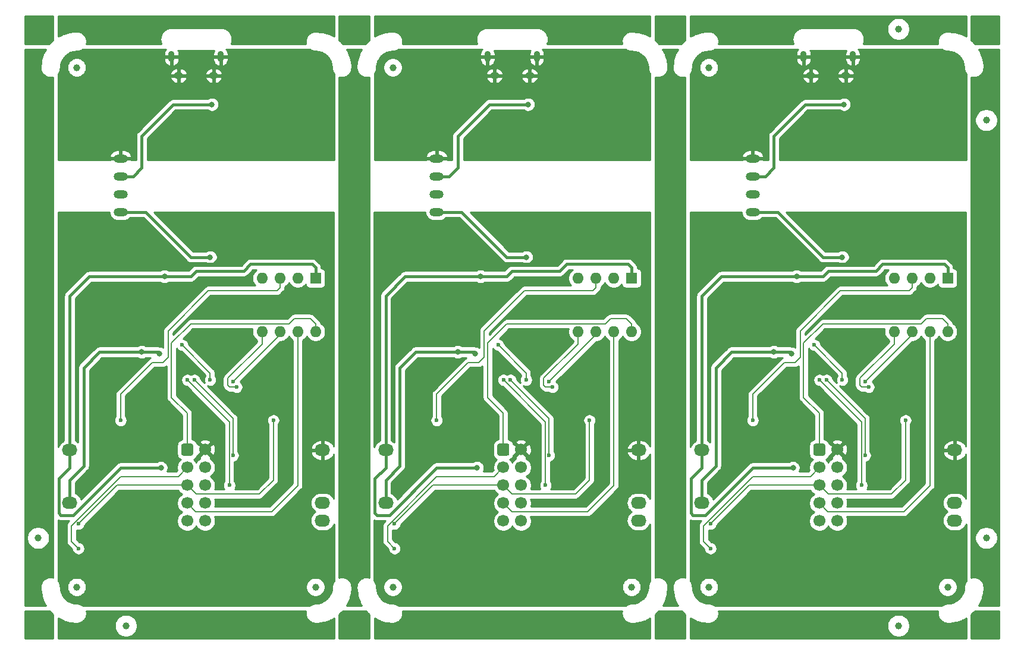
<source format=gbl>
%TF.GenerationSoftware,KiCad,Pcbnew,(5.1.10)-1*%
%TF.CreationDate,2022-01-11T14:12:09+01:00*%
%TF.ProjectId,EspOptoProg Panel,4573704f-7074-46f5-9072-6f672050616e,rev?*%
%TF.SameCoordinates,PXffb3b4c0PY4c4b40*%
%TF.FileFunction,Copper,L2,Bot*%
%TF.FilePolarity,Positive*%
%FSLAX46Y46*%
G04 Gerber Fmt 4.6, Leading zero omitted, Abs format (unit mm)*
G04 Created by KiCad (PCBNEW (5.1.10)-1) date 2022-01-11 14:12:09*
%MOMM*%
%LPD*%
G01*
G04 APERTURE LIST*
%TA.AperFunction,SMDPad,CuDef*%
%ADD10C,1.000000*%
%TD*%
%TA.AperFunction,ComponentPad*%
%ADD11O,2.000000X1.200000*%
%TD*%
%TA.AperFunction,ComponentPad*%
%ADD12O,1.600000X1.600000*%
%TD*%
%TA.AperFunction,ComponentPad*%
%ADD13R,1.600000X1.600000*%
%TD*%
%TA.AperFunction,ComponentPad*%
%ADD14C,1.700000*%
%TD*%
%TA.AperFunction,ComponentPad*%
%ADD15O,2.200000X1.700000*%
%TD*%
%TA.AperFunction,ComponentPad*%
%ADD16O,0.900000X1.550000*%
%TD*%
%TA.AperFunction,ComponentPad*%
%ADD17O,1.300000X1.000000*%
%TD*%
%TA.AperFunction,ViaPad*%
%ADD18C,0.800000*%
%TD*%
%TA.AperFunction,ViaPad*%
%ADD19C,0.600000*%
%TD*%
%TA.AperFunction,Conductor*%
%ADD20C,0.400000*%
%TD*%
%TA.AperFunction,Conductor*%
%ADD21C,0.200000*%
%TD*%
%TA.AperFunction,NonConductor*%
%ADD22C,0.249000*%
%TD*%
%TA.AperFunction,NonConductor*%
%ADD23C,0.100000*%
%TD*%
%TA.AperFunction,Conductor*%
%ADD24C,0.249000*%
%TD*%
%TA.AperFunction,Conductor*%
%ADD25C,0.100000*%
%TD*%
G04 APERTURE END LIST*
D10*
%TO.P,FID_B1,0*%
%TO.N,N/C*%
X2500000Y15000000D03*
%TD*%
%TO.P,FID_B4,0*%
%TO.N,N/C*%
X137500000Y15000000D03*
%TD*%
%TO.P,FID_B5,0*%
%TO.N,N/C*%
X137500000Y74500000D03*
%TD*%
%TO.P,FID_B6,0*%
%TO.N,N/C*%
X125000000Y87500000D03*
%TD*%
%TO.P,FID_B3,0*%
%TO.N,N/C*%
X125000000Y2500000D03*
%TD*%
%TO.P,FID_B2,0*%
%TO.N,N/C*%
X15000000Y2500000D03*
%TD*%
D11*
%TO.P,U50,4*%
%TO.N,VCC*%
X14250000Y61440000D03*
%TO.P,U50,3*%
%TO.N,GND*%
X14250000Y63980000D03*
%TO.P,U50,2*%
%TO.N,VUSB*%
X14250000Y66520000D03*
%TO.P,U50,1*%
%TO.N,GND2*%
X14250000Y69060000D03*
%TD*%
D10*
%TO.P,FID6,0*%
%TO.N,N/C*%
X42000000Y8000000D03*
%TD*%
%TO.P,FID5,0*%
%TO.N,N/C*%
X8000000Y8000000D03*
%TD*%
%TO.P,FID4,0*%
%TO.N,N/C*%
X8000000Y82000000D03*
%TD*%
D12*
%TO.P,J30,8*%
%TO.N,Net-(D72-Pad2)*%
X42000000Y44380000D03*
%TO.P,J30,4*%
%TO.N,Net-(J30-Pad4)*%
X34380000Y52000000D03*
%TO.P,J30,7*%
%TO.N,Net-(D71-Pad2)*%
X39460000Y44380000D03*
%TO.P,J30,3*%
%TO.N,Net-(J30-Pad3)*%
X36920000Y52000000D03*
%TO.P,J30,6*%
%TO.N,Net-(J30-Pad6)*%
X36920000Y44380000D03*
%TO.P,J30,2*%
%TO.N,VCC*%
X39460000Y52000000D03*
%TO.P,J30,5*%
%TO.N,Net-(J30-Pad5)*%
X34380000Y44380000D03*
D13*
%TO.P,J30,1*%
%TO.N,3V3*%
X42000000Y52000000D03*
%TD*%
D14*
%TO.P,J40,10*%
%TO.N,Net-(J40-Pad10)*%
X26270000Y17420000D03*
%TO.P,J40,8*%
%TO.N,Net-(J40-Pad8)*%
X26270000Y19960000D03*
%TO.P,J40,6*%
%TO.N,Net-(J40-Pad6)*%
X26270000Y22500000D03*
%TO.P,J40,4*%
%TO.N,Net-(J40-Pad4)*%
X26270000Y25040000D03*
%TO.P,J40,2*%
%TO.N,GND*%
X26270000Y27580000D03*
%TO.P,J40,9*%
%TO.N,N/C*%
X23730000Y17420000D03*
%TO.P,J40,7*%
%TO.N,Net-(D71-Pad2)*%
X23730000Y19960000D03*
%TO.P,J40,5*%
%TO.N,Net-(J30-Pad4)*%
X23730000Y22500000D03*
%TO.P,J40,3*%
%TO.N,Net-(J30-Pad3)*%
X23730000Y25040000D03*
%TO.P,J40,1*%
%TO.N,Net-(D72-Pad2)*%
%TA.AperFunction,ComponentPad*%
G36*
G01*
X22880000Y26980000D02*
X22880000Y28180000D01*
G75*
G02*
X23130000Y28430000I250000J0D01*
G01*
X24330000Y28430000D01*
G75*
G02*
X24580000Y28180000I0J-250000D01*
G01*
X24580000Y26980000D01*
G75*
G02*
X24330000Y26730000I-250000J0D01*
G01*
X23130000Y26730000D01*
G75*
G02*
X22880000Y26980000I0J250000D01*
G01*
G37*
%TD.AperFunction*%
%TD*%
D15*
%TO.P,TP45,1*%
%TO.N,VCC*%
X7000000Y20000000D03*
%TD*%
%TO.P,TP44,1*%
%TO.N,3V3*%
X7000000Y27500000D03*
%TD*%
%TO.P,TP43,1*%
%TO.N,Net-(J40-Pad10)*%
X43000000Y17500000D03*
%TD*%
%TO.P,TP42,1*%
%TO.N,Net-(J40-Pad8)*%
X43000000Y20000000D03*
%TD*%
%TO.P,TP41,1*%
%TO.N,GND*%
X43000000Y27500000D03*
%TD*%
D16*
%TO.P,K10,6*%
%TO.N,GND2*%
X21500000Y83550000D03*
D17*
X27500000Y80850000D03*
X22500000Y80850000D03*
D16*
X28500000Y83550000D03*
%TD*%
D11*
%TO.P,U50,4*%
%TO.N,VCC*%
X59250000Y61440000D03*
%TO.P,U50,3*%
%TO.N,GND*%
X59250000Y63980000D03*
%TO.P,U50,2*%
%TO.N,VUSB*%
X59250000Y66520000D03*
%TO.P,U50,1*%
%TO.N,GND2*%
X59250000Y69060000D03*
%TD*%
D10*
%TO.P,FID6,0*%
%TO.N,N/C*%
X87000000Y8000000D03*
%TD*%
%TO.P,FID5,0*%
%TO.N,N/C*%
X53000000Y8000000D03*
%TD*%
%TO.P,FID4,0*%
%TO.N,N/C*%
X53000000Y82000000D03*
%TD*%
D12*
%TO.P,J30,8*%
%TO.N,Net-(D72-Pad2)*%
X87000000Y44380000D03*
%TO.P,J30,4*%
%TO.N,Net-(J30-Pad4)*%
X79380000Y52000000D03*
%TO.P,J30,7*%
%TO.N,Net-(D71-Pad2)*%
X84460000Y44380000D03*
%TO.P,J30,3*%
%TO.N,Net-(J30-Pad3)*%
X81920000Y52000000D03*
%TO.P,J30,6*%
%TO.N,Net-(J30-Pad6)*%
X81920000Y44380000D03*
%TO.P,J30,2*%
%TO.N,VCC*%
X84460000Y52000000D03*
%TO.P,J30,5*%
%TO.N,Net-(J30-Pad5)*%
X79380000Y44380000D03*
D13*
%TO.P,J30,1*%
%TO.N,3V3*%
X87000000Y52000000D03*
%TD*%
D14*
%TO.P,J40,10*%
%TO.N,Net-(J40-Pad10)*%
X71270000Y17420000D03*
%TO.P,J40,8*%
%TO.N,Net-(J40-Pad8)*%
X71270000Y19960000D03*
%TO.P,J40,6*%
%TO.N,Net-(J40-Pad6)*%
X71270000Y22500000D03*
%TO.P,J40,4*%
%TO.N,Net-(J40-Pad4)*%
X71270000Y25040000D03*
%TO.P,J40,2*%
%TO.N,GND*%
X71270000Y27580000D03*
%TO.P,J40,9*%
%TO.N,N/C*%
X68730000Y17420000D03*
%TO.P,J40,7*%
%TO.N,Net-(D71-Pad2)*%
X68730000Y19960000D03*
%TO.P,J40,5*%
%TO.N,Net-(J30-Pad4)*%
X68730000Y22500000D03*
%TO.P,J40,3*%
%TO.N,Net-(J30-Pad3)*%
X68730000Y25040000D03*
%TO.P,J40,1*%
%TO.N,Net-(D72-Pad2)*%
%TA.AperFunction,ComponentPad*%
G36*
G01*
X67880000Y26980000D02*
X67880000Y28180000D01*
G75*
G02*
X68130000Y28430000I250000J0D01*
G01*
X69330000Y28430000D01*
G75*
G02*
X69580000Y28180000I0J-250000D01*
G01*
X69580000Y26980000D01*
G75*
G02*
X69330000Y26730000I-250000J0D01*
G01*
X68130000Y26730000D01*
G75*
G02*
X67880000Y26980000I0J250000D01*
G01*
G37*
%TD.AperFunction*%
%TD*%
D15*
%TO.P,TP45,1*%
%TO.N,VCC*%
X52000000Y20000000D03*
%TD*%
%TO.P,TP44,1*%
%TO.N,3V3*%
X52000000Y27500000D03*
%TD*%
%TO.P,TP43,1*%
%TO.N,Net-(J40-Pad10)*%
X88000000Y17500000D03*
%TD*%
%TO.P,TP42,1*%
%TO.N,Net-(J40-Pad8)*%
X88000000Y20000000D03*
%TD*%
%TO.P,TP41,1*%
%TO.N,GND*%
X88000000Y27500000D03*
%TD*%
D16*
%TO.P,K10,6*%
%TO.N,GND2*%
X66500000Y83550000D03*
D17*
X72500000Y80850000D03*
X67500000Y80850000D03*
D16*
X73500000Y83550000D03*
%TD*%
D11*
%TO.P,U50,4*%
%TO.N,VCC*%
X104250000Y61440000D03*
%TO.P,U50,3*%
%TO.N,GND*%
X104250000Y63980000D03*
%TO.P,U50,2*%
%TO.N,VUSB*%
X104250000Y66520000D03*
%TO.P,U50,1*%
%TO.N,GND2*%
X104250000Y69060000D03*
%TD*%
D10*
%TO.P,FID6,0*%
%TO.N,N/C*%
X132000000Y8000000D03*
%TD*%
%TO.P,FID5,0*%
%TO.N,N/C*%
X98000000Y8000000D03*
%TD*%
%TO.P,FID4,0*%
%TO.N,N/C*%
X98000000Y82000000D03*
%TD*%
D12*
%TO.P,J30,8*%
%TO.N,Net-(D72-Pad2)*%
X132000000Y44380000D03*
%TO.P,J30,4*%
%TO.N,Net-(J30-Pad4)*%
X124380000Y52000000D03*
%TO.P,J30,7*%
%TO.N,Net-(D71-Pad2)*%
X129460000Y44380000D03*
%TO.P,J30,3*%
%TO.N,Net-(J30-Pad3)*%
X126920000Y52000000D03*
%TO.P,J30,6*%
%TO.N,Net-(J30-Pad6)*%
X126920000Y44380000D03*
%TO.P,J30,2*%
%TO.N,VCC*%
X129460000Y52000000D03*
%TO.P,J30,5*%
%TO.N,Net-(J30-Pad5)*%
X124380000Y44380000D03*
D13*
%TO.P,J30,1*%
%TO.N,3V3*%
X132000000Y52000000D03*
%TD*%
D14*
%TO.P,J40,10*%
%TO.N,Net-(J40-Pad10)*%
X116270000Y17420000D03*
%TO.P,J40,8*%
%TO.N,Net-(J40-Pad8)*%
X116270000Y19960000D03*
%TO.P,J40,6*%
%TO.N,Net-(J40-Pad6)*%
X116270000Y22500000D03*
%TO.P,J40,4*%
%TO.N,Net-(J40-Pad4)*%
X116270000Y25040000D03*
%TO.P,J40,2*%
%TO.N,GND*%
X116270000Y27580000D03*
%TO.P,J40,9*%
%TO.N,N/C*%
X113730000Y17420000D03*
%TO.P,J40,7*%
%TO.N,Net-(D71-Pad2)*%
X113730000Y19960000D03*
%TO.P,J40,5*%
%TO.N,Net-(J30-Pad4)*%
X113730000Y22500000D03*
%TO.P,J40,3*%
%TO.N,Net-(J30-Pad3)*%
X113730000Y25040000D03*
%TO.P,J40,1*%
%TO.N,Net-(D72-Pad2)*%
%TA.AperFunction,ComponentPad*%
G36*
G01*
X112880000Y26980000D02*
X112880000Y28180000D01*
G75*
G02*
X113130000Y28430000I250000J0D01*
G01*
X114330000Y28430000D01*
G75*
G02*
X114580000Y28180000I0J-250000D01*
G01*
X114580000Y26980000D01*
G75*
G02*
X114330000Y26730000I-250000J0D01*
G01*
X113130000Y26730000D01*
G75*
G02*
X112880000Y26980000I0J250000D01*
G01*
G37*
%TD.AperFunction*%
%TD*%
D15*
%TO.P,TP45,1*%
%TO.N,VCC*%
X97000000Y20000000D03*
%TD*%
%TO.P,TP44,1*%
%TO.N,3V3*%
X97000000Y27500000D03*
%TD*%
%TO.P,TP43,1*%
%TO.N,Net-(J40-Pad10)*%
X133000000Y17500000D03*
%TD*%
%TO.P,TP42,1*%
%TO.N,Net-(J40-Pad8)*%
X133000000Y20000000D03*
%TD*%
%TO.P,TP41,1*%
%TO.N,GND*%
X133000000Y27500000D03*
%TD*%
D16*
%TO.P,K10,6*%
%TO.N,GND2*%
X111500000Y83550000D03*
D17*
X117500000Y80850000D03*
X112500000Y80850000D03*
D16*
X118500000Y83550000D03*
%TD*%
D18*
%TO.N,GND*%
X22750000Y54000000D03*
X16250000Y13250000D03*
D19*
X11750000Y27750000D03*
X10500000Y44000000D03*
X31250000Y41750000D03*
X21250000Y26750000D03*
X21250000Y21250000D03*
X14000000Y18500000D03*
X39000000Y18750000D03*
D18*
X28750000Y56000000D03*
D19*
X21500000Y18500000D03*
X30000000Y16750000D03*
D18*
X67750000Y54000000D03*
X61250000Y13250000D03*
D19*
X56750000Y27750000D03*
X55500000Y44000000D03*
X76250000Y41750000D03*
X66250000Y26750000D03*
X66250000Y21250000D03*
X59000000Y18500000D03*
X84000000Y18750000D03*
D18*
X73750000Y56000000D03*
D19*
X66500000Y18500000D03*
X75000000Y16750000D03*
D18*
X112750000Y54000000D03*
X106250000Y13250000D03*
D19*
X101750000Y27750000D03*
X100500000Y44000000D03*
X121250000Y41750000D03*
X111250000Y26750000D03*
X111250000Y21250000D03*
X104000000Y18500000D03*
X129000000Y18750000D03*
D18*
X118750000Y56000000D03*
D19*
X111500000Y18500000D03*
X120000000Y16750000D03*
D18*
%TO.N,3V3*%
X20500000Y52250000D03*
X20000000Y25000000D03*
X65500000Y52250000D03*
X65000000Y25000000D03*
X110500000Y52250000D03*
X110000000Y25000000D03*
%TO.N,VUSB*%
X27250000Y76750000D03*
X72250000Y76750000D03*
X117250000Y76750000D03*
D19*
%TO.N,Net-(C30-Pad1)*%
X27000000Y37500000D03*
X23000000Y42500000D03*
X72000000Y37500000D03*
X68000000Y42500000D03*
X117000000Y37500000D03*
X113000000Y42500000D03*
D18*
%TO.N,VCC*%
X17250000Y41500000D03*
X19750000Y41250000D03*
X27000000Y55000000D03*
X62250000Y41500000D03*
X64750000Y41250000D03*
X72000000Y55000000D03*
X107250000Y41500000D03*
X109750000Y41250000D03*
X117000000Y55000000D03*
D19*
%TO.N,Net-(D30-Pad1)*%
X23750000Y37500000D03*
X29750000Y22500000D03*
X68750000Y37500000D03*
X74750000Y22500000D03*
X113750000Y37500000D03*
X119750000Y22500000D03*
%TO.N,Net-(D31-Pad1)*%
X24750000Y37500000D03*
X30250000Y26750000D03*
X69750000Y37500000D03*
X75250000Y26750000D03*
X114750000Y37500000D03*
X120250000Y26750000D03*
%TO.N,Net-(J30-Pad4)*%
X8250000Y17000000D03*
X36000000Y31750000D03*
X53250000Y17000000D03*
X81000000Y31750000D03*
X98250000Y17000000D03*
X126000000Y31750000D03*
%TO.N,Net-(J30-Pad3)*%
X8250000Y13500000D03*
X14250000Y31750000D03*
X53250000Y13500000D03*
X59250000Y31750000D03*
X98250000Y13500000D03*
X104250000Y31750000D03*
%TO.N,Net-(J30-Pad6)*%
X30250000Y37250000D03*
X75250000Y37250000D03*
X120250000Y37250000D03*
%TO.N,Net-(J30-Pad5)*%
X30750000Y36500000D03*
X75750000Y36500000D03*
X120750000Y36500000D03*
%TD*%
D20*
%TO.N,GND*%
X16250000Y13250000D02*
X32250000Y13250000D01*
X43000000Y24000000D02*
X43000000Y27500000D01*
X32250000Y13250000D02*
X43000000Y24000000D01*
X22750000Y54000000D02*
X27500000Y54000000D01*
X28750000Y55250000D02*
X28750000Y56000000D01*
X27500000Y54000000D02*
X28750000Y55250000D01*
X61250000Y13250000D02*
X77250000Y13250000D01*
X88000000Y24000000D02*
X88000000Y27500000D01*
X77250000Y13250000D02*
X88000000Y24000000D01*
X67750000Y54000000D02*
X72500000Y54000000D01*
X73750000Y55250000D02*
X73750000Y56000000D01*
X72500000Y54000000D02*
X73750000Y55250000D01*
X106250000Y13250000D02*
X122250000Y13250000D01*
X133000000Y24000000D02*
X133000000Y27500000D01*
X122250000Y13250000D02*
X133000000Y24000000D01*
X112750000Y54000000D02*
X117500000Y54000000D01*
X118750000Y55250000D02*
X118750000Y56000000D01*
X117500000Y54000000D02*
X118750000Y55250000D01*
%TO.N,3V3*%
X20500000Y52250000D02*
X24250000Y52250000D01*
X24250000Y52250000D02*
X25000000Y53000000D01*
X25000000Y53000000D02*
X31750000Y53000000D01*
X31750000Y53000000D02*
X32750000Y54000000D01*
X32750000Y54000000D02*
X41500000Y54000000D01*
X42000000Y53500000D02*
X42000000Y52000000D01*
X41500000Y54000000D02*
X42000000Y53500000D01*
X7000000Y27500000D02*
X7000000Y49500000D01*
X9750000Y52250000D02*
X20500000Y52250000D01*
X7000000Y49500000D02*
X9750000Y52250000D01*
X20000000Y25000000D02*
X14250000Y25000000D01*
X14250000Y25000000D02*
X7500000Y18250000D01*
X5750000Y18250000D02*
X5450010Y18549990D01*
X7500000Y18250000D02*
X5750000Y18250000D01*
X5450010Y18549990D02*
X5450010Y23450010D01*
X7000000Y25000000D02*
X7000000Y27500000D01*
X5450010Y23450010D02*
X7000000Y25000000D01*
X65500000Y52250000D02*
X69250000Y52250000D01*
X69250000Y52250000D02*
X70000000Y53000000D01*
X70000000Y53000000D02*
X76750000Y53000000D01*
X76750000Y53000000D02*
X77750000Y54000000D01*
X77750000Y54000000D02*
X86500000Y54000000D01*
X87000000Y53500000D02*
X87000000Y52000000D01*
X86500000Y54000000D02*
X87000000Y53500000D01*
X52000000Y27500000D02*
X52000000Y49500000D01*
X54750000Y52250000D02*
X65500000Y52250000D01*
X52000000Y49500000D02*
X54750000Y52250000D01*
X65000000Y25000000D02*
X59250000Y25000000D01*
X59250000Y25000000D02*
X52500000Y18250000D01*
X50750000Y18250000D02*
X50450010Y18549990D01*
X52500000Y18250000D02*
X50750000Y18250000D01*
X50450010Y18549990D02*
X50450010Y23450010D01*
X52000000Y25000000D02*
X52000000Y27500000D01*
X50450010Y23450010D02*
X52000000Y25000000D01*
X110500000Y52250000D02*
X114250000Y52250000D01*
X114250000Y52250000D02*
X115000000Y53000000D01*
X115000000Y53000000D02*
X121750000Y53000000D01*
X121750000Y53000000D02*
X122750000Y54000000D01*
X122750000Y54000000D02*
X131500000Y54000000D01*
X132000000Y53500000D02*
X132000000Y52000000D01*
X131500000Y54000000D02*
X132000000Y53500000D01*
X97000000Y27500000D02*
X97000000Y49500000D01*
X99750000Y52250000D02*
X110500000Y52250000D01*
X97000000Y49500000D02*
X99750000Y52250000D01*
X110000000Y25000000D02*
X104250000Y25000000D01*
X104250000Y25000000D02*
X97500000Y18250000D01*
X95750000Y18250000D02*
X95450010Y18549990D01*
X97500000Y18250000D02*
X95750000Y18250000D01*
X95450010Y18549990D02*
X95450010Y23450010D01*
X97000000Y25000000D02*
X97000000Y27500000D01*
X95450010Y23450010D02*
X97000000Y25000000D01*
%TO.N,VUSB*%
X27250000Y76750000D02*
X21750000Y76750000D01*
X21750000Y76750000D02*
X17250000Y72250000D01*
X17250000Y72250000D02*
X17250000Y67750000D01*
X16020000Y66520000D02*
X15000000Y66520000D01*
X17250000Y67750000D02*
X16020000Y66520000D01*
X72250000Y76750000D02*
X66750000Y76750000D01*
X66750000Y76750000D02*
X62250000Y72250000D01*
X62250000Y72250000D02*
X62250000Y67750000D01*
X61020000Y66520000D02*
X60000000Y66520000D01*
X62250000Y67750000D02*
X61020000Y66520000D01*
X117250000Y76750000D02*
X111750000Y76750000D01*
X111750000Y76750000D02*
X107250000Y72250000D01*
X107250000Y72250000D02*
X107250000Y67750000D01*
X106020000Y66520000D02*
X105000000Y66520000D01*
X107250000Y67750000D02*
X106020000Y66520000D01*
D21*
%TO.N,Net-(C30-Pad1)*%
X27000000Y38500000D02*
X27000000Y37500000D01*
X23000000Y42500000D02*
X27000000Y38500000D01*
X72000000Y38500000D02*
X72000000Y37500000D01*
X68000000Y42500000D02*
X72000000Y38500000D01*
X117000000Y38500000D02*
X117000000Y37500000D01*
X113000000Y42500000D02*
X117000000Y38500000D01*
D20*
%TO.N,VCC*%
X19500000Y41500000D02*
X19750000Y41250000D01*
X17250000Y41500000D02*
X19500000Y41500000D01*
X7000000Y20000000D02*
X7000000Y23250000D01*
X7000000Y23250000D02*
X9000000Y25250000D01*
X9000000Y25250000D02*
X9000000Y39250000D01*
X11250000Y41500000D02*
X17250000Y41500000D01*
X9000000Y39250000D02*
X11250000Y41500000D01*
X24250000Y55000000D02*
X17810000Y61440000D01*
X27000000Y55000000D02*
X24250000Y55000000D01*
X16310000Y61440000D02*
X14250000Y61440000D01*
X17810000Y61440000D02*
X16310000Y61440000D01*
X16310000Y61440000D02*
X15000000Y61440000D01*
X64500000Y41500000D02*
X64750000Y41250000D01*
X62250000Y41500000D02*
X64500000Y41500000D01*
X52000000Y20000000D02*
X52000000Y23250000D01*
X52000000Y23250000D02*
X54000000Y25250000D01*
X54000000Y25250000D02*
X54000000Y39250000D01*
X56250000Y41500000D02*
X62250000Y41500000D01*
X54000000Y39250000D02*
X56250000Y41500000D01*
X69250000Y55000000D02*
X62810000Y61440000D01*
X72000000Y55000000D02*
X69250000Y55000000D01*
X61310000Y61440000D02*
X59250000Y61440000D01*
X62810000Y61440000D02*
X61310000Y61440000D01*
X61310000Y61440000D02*
X60000000Y61440000D01*
X109500000Y41500000D02*
X109750000Y41250000D01*
X107250000Y41500000D02*
X109500000Y41500000D01*
X97000000Y20000000D02*
X97000000Y23250000D01*
X97000000Y23250000D02*
X99000000Y25250000D01*
X99000000Y25250000D02*
X99000000Y39250000D01*
X101250000Y41500000D02*
X107250000Y41500000D01*
X99000000Y39250000D02*
X101250000Y41500000D01*
X114250000Y55000000D02*
X107810000Y61440000D01*
X117000000Y55000000D02*
X114250000Y55000000D01*
X106310000Y61440000D02*
X104250000Y61440000D01*
X107810000Y61440000D02*
X106310000Y61440000D01*
X106310000Y61440000D02*
X105000000Y61440000D01*
D21*
%TO.N,Net-(D30-Pad1)*%
X29750000Y25250000D02*
X29750000Y31500000D01*
X29750000Y31500000D02*
X23750000Y37500000D01*
X29750000Y25250000D02*
X29750000Y22500000D01*
X74750000Y25250000D02*
X74750000Y31500000D01*
X74750000Y31500000D02*
X68750000Y37500000D01*
X74750000Y25250000D02*
X74750000Y22500000D01*
X119750000Y25250000D02*
X119750000Y31500000D01*
X119750000Y31500000D02*
X113750000Y37500000D01*
X119750000Y25250000D02*
X119750000Y22500000D01*
%TO.N,Net-(D31-Pad1)*%
X30000000Y32250000D02*
X24750000Y37500000D01*
X30250000Y32000000D02*
X30000000Y32250000D01*
X30250000Y26750000D02*
X30250000Y32000000D01*
X75000000Y32250000D02*
X69750000Y37500000D01*
X75250000Y32000000D02*
X75000000Y32250000D01*
X75250000Y26750000D02*
X75250000Y32000000D01*
X120000000Y32250000D02*
X114750000Y37500000D01*
X120250000Y32000000D02*
X120000000Y32250000D01*
X120250000Y26750000D02*
X120250000Y32000000D01*
%TO.N,Net-(D71-Pad2)*%
X23730000Y19960000D02*
X24940000Y18750000D01*
X24940000Y18750000D02*
X35750000Y18750000D01*
X39460000Y22460000D02*
X39460000Y44380000D01*
X35750000Y18750000D02*
X39460000Y22460000D01*
X68730000Y19960000D02*
X69940000Y18750000D01*
X69940000Y18750000D02*
X80750000Y18750000D01*
X84460000Y22460000D02*
X84460000Y44380000D01*
X80750000Y18750000D02*
X84460000Y22460000D01*
X113730000Y19960000D02*
X114940000Y18750000D01*
X114940000Y18750000D02*
X125750000Y18750000D01*
X129460000Y22460000D02*
X129460000Y44380000D01*
X125750000Y18750000D02*
X129460000Y22460000D01*
%TO.N,Net-(D72-Pad2)*%
X23730000Y32770000D02*
X23730000Y27580000D01*
X21500000Y42750000D02*
X21500000Y35000000D01*
X21500000Y35000000D02*
X23730000Y32770000D01*
X24250000Y45500000D02*
X21500000Y42750000D01*
X38250000Y45500000D02*
X24250000Y45500000D01*
X39000000Y46250000D02*
X38250000Y45500000D01*
X41250000Y46250000D02*
X39000000Y46250000D01*
X42000000Y45500000D02*
X41250000Y46250000D01*
X42000000Y44380000D02*
X42000000Y45500000D01*
X68730000Y32770000D02*
X68730000Y27580000D01*
X66500000Y42750000D02*
X66500000Y35000000D01*
X66500000Y35000000D02*
X68730000Y32770000D01*
X69250000Y45500000D02*
X66500000Y42750000D01*
X83250000Y45500000D02*
X69250000Y45500000D01*
X84000000Y46250000D02*
X83250000Y45500000D01*
X86250000Y46250000D02*
X84000000Y46250000D01*
X87000000Y45500000D02*
X86250000Y46250000D01*
X87000000Y44380000D02*
X87000000Y45500000D01*
X113730000Y32770000D02*
X113730000Y27580000D01*
X111500000Y42750000D02*
X111500000Y35000000D01*
X111500000Y35000000D02*
X113730000Y32770000D01*
X114250000Y45500000D02*
X111500000Y42750000D01*
X128250000Y45500000D02*
X114250000Y45500000D01*
X129000000Y46250000D02*
X128250000Y45500000D01*
X131250000Y46250000D02*
X129000000Y46250000D01*
X132000000Y45500000D02*
X131250000Y46250000D01*
X132000000Y44380000D02*
X132000000Y45500000D01*
%TO.N,Net-(J30-Pad4)*%
X13750000Y22500000D02*
X23730000Y22500000D01*
X8250000Y17000000D02*
X13750000Y22500000D01*
X23730000Y22500000D02*
X24980000Y21250000D01*
X24980000Y21250000D02*
X28750000Y21250000D01*
X28750000Y21250000D02*
X34000000Y21250000D01*
X36000000Y23250000D02*
X36000000Y31750000D01*
X34000000Y21250000D02*
X36000000Y23250000D01*
X58750000Y22500000D02*
X68730000Y22500000D01*
X53250000Y17000000D02*
X58750000Y22500000D01*
X68730000Y22500000D02*
X69980000Y21250000D01*
X69980000Y21250000D02*
X73750000Y21250000D01*
X73750000Y21250000D02*
X79000000Y21250000D01*
X81000000Y23250000D02*
X81000000Y31750000D01*
X79000000Y21250000D02*
X81000000Y23250000D01*
X103750000Y22500000D02*
X113730000Y22500000D01*
X98250000Y17000000D02*
X103750000Y22500000D01*
X113730000Y22500000D02*
X114980000Y21250000D01*
X114980000Y21250000D02*
X118750000Y21250000D01*
X118750000Y21250000D02*
X124000000Y21250000D01*
X126000000Y23250000D02*
X126000000Y31750000D01*
X124000000Y21250000D02*
X126000000Y23250000D01*
%TO.N,Net-(J30-Pad3)*%
X8250000Y13500000D02*
X7250000Y14500000D01*
X7250000Y14500000D02*
X7250000Y16740002D01*
X22435001Y23745001D02*
X23730000Y25040000D01*
X14254999Y23745001D02*
X22435001Y23745001D01*
X7250000Y16740002D02*
X14254999Y23745001D01*
X36920000Y50670000D02*
X36920000Y52000000D01*
X26750000Y50250000D02*
X36500000Y50250000D01*
X21000000Y40750000D02*
X21000000Y44500000D01*
X20250000Y40000000D02*
X21000000Y40750000D01*
X21000000Y44500000D02*
X26750000Y50250000D01*
X18750000Y40000000D02*
X20250000Y40000000D01*
X36500000Y50250000D02*
X36920000Y50670000D01*
X14250000Y35500000D02*
X18750000Y40000000D01*
X14250000Y31750000D02*
X14250000Y35500000D01*
X53250000Y13500000D02*
X52250000Y14500000D01*
X52250000Y14500000D02*
X52250000Y16740002D01*
X67435001Y23745001D02*
X68730000Y25040000D01*
X59254999Y23745001D02*
X67435001Y23745001D01*
X52250000Y16740002D02*
X59254999Y23745001D01*
X81920000Y50670000D02*
X81920000Y52000000D01*
X71750000Y50250000D02*
X81500000Y50250000D01*
X66000000Y40750000D02*
X66000000Y44500000D01*
X65250000Y40000000D02*
X66000000Y40750000D01*
X66000000Y44500000D02*
X71750000Y50250000D01*
X63750000Y40000000D02*
X65250000Y40000000D01*
X81500000Y50250000D02*
X81920000Y50670000D01*
X59250000Y35500000D02*
X63750000Y40000000D01*
X59250000Y31750000D02*
X59250000Y35500000D01*
X98250000Y13500000D02*
X97250000Y14500000D01*
X97250000Y14500000D02*
X97250000Y16740002D01*
X112435001Y23745001D02*
X113730000Y25040000D01*
X104254999Y23745001D02*
X112435001Y23745001D01*
X97250000Y16740002D02*
X104254999Y23745001D01*
X126920000Y50670000D02*
X126920000Y52000000D01*
X116750000Y50250000D02*
X126500000Y50250000D01*
X111000000Y40750000D02*
X111000000Y44500000D01*
X110250000Y40000000D02*
X111000000Y40750000D01*
X111000000Y44500000D02*
X116750000Y50250000D01*
X108750000Y40000000D02*
X110250000Y40000000D01*
X126500000Y50250000D02*
X126920000Y50670000D01*
X104250000Y35500000D02*
X108750000Y40000000D01*
X104250000Y31750000D02*
X104250000Y35500000D01*
%TO.N,Net-(J30-Pad6)*%
X36920000Y43920000D02*
X36920000Y44380000D01*
X30250000Y37250000D02*
X36920000Y43920000D01*
X81920000Y43920000D02*
X81920000Y44380000D01*
X75250000Y37250000D02*
X81920000Y43920000D01*
X126920000Y43920000D02*
X126920000Y44380000D01*
X120250000Y37250000D02*
X126920000Y43920000D01*
%TO.N,Net-(J30-Pad5)*%
X30750000Y36500000D02*
X29750000Y36500000D01*
X29750000Y36500000D02*
X29500000Y36750000D01*
X29500000Y36750000D02*
X29500000Y37750000D01*
X34380000Y42630000D02*
X34380000Y44380000D01*
X29500000Y37750000D02*
X34380000Y42630000D01*
X75750000Y36500000D02*
X74750000Y36500000D01*
X74750000Y36500000D02*
X74500000Y36750000D01*
X74500000Y36750000D02*
X74500000Y37750000D01*
X79380000Y42630000D02*
X79380000Y44380000D01*
X74500000Y37750000D02*
X79380000Y42630000D01*
X120750000Y36500000D02*
X119750000Y36500000D01*
X119750000Y36500000D02*
X119500000Y36750000D01*
X119500000Y36750000D02*
X119500000Y37750000D01*
X124380000Y42630000D02*
X124380000Y44380000D01*
X119500000Y37750000D02*
X124380000Y42630000D01*
%TD*%
D22*
X4625500Y85894585D02*
X4299815Y85611970D01*
X4278319Y85589397D01*
X4254715Y85569023D01*
X4211590Y85519325D01*
X4097828Y85374500D01*
X673500Y85374500D01*
X673500Y89326500D01*
X4625500Y89326500D01*
X4625500Y85894585D01*
%TA.AperFunction,NonConductor*%
D23*
G36*
X4625500Y85894585D02*
G01*
X4299815Y85611970D01*
X4278319Y85589397D01*
X4254715Y85569023D01*
X4211590Y85519325D01*
X4097828Y85374500D01*
X673500Y85374500D01*
X673500Y89326500D01*
X4625500Y89326500D01*
X4625500Y85894585D01*
G37*
%TD.AperFunction*%
D22*
X49625500Y85894585D02*
X49299815Y85611970D01*
X49278319Y85589397D01*
X49254715Y85569023D01*
X49211590Y85519325D01*
X49097828Y85374500D01*
X45894585Y85374500D01*
X45611970Y85700185D01*
X45589397Y85721681D01*
X45569023Y85745285D01*
X45519325Y85788410D01*
X45374500Y85902172D01*
X45374500Y89326500D01*
X49625500Y89326500D01*
X49625500Y85894585D01*
%TA.AperFunction,NonConductor*%
D23*
G36*
X49625500Y85894585D02*
G01*
X49299815Y85611970D01*
X49278319Y85589397D01*
X49254715Y85569023D01*
X49211590Y85519325D01*
X49097828Y85374500D01*
X45894585Y85374500D01*
X45611970Y85700185D01*
X45589397Y85721681D01*
X45569023Y85745285D01*
X45519325Y85788410D01*
X45374500Y85902172D01*
X45374500Y89326500D01*
X49625500Y89326500D01*
X49625500Y85894585D01*
G37*
%TD.AperFunction*%
D22*
X94625500Y85894585D02*
X94299815Y85611970D01*
X94278319Y85589397D01*
X94254715Y85569023D01*
X94211590Y85519325D01*
X94097828Y85374500D01*
X90894585Y85374500D01*
X90611970Y85700185D01*
X90589397Y85721681D01*
X90569023Y85745285D01*
X90519325Y85788410D01*
X90374500Y85902172D01*
X90374500Y89326500D01*
X94625500Y89326500D01*
X94625500Y85894585D01*
%TA.AperFunction,NonConductor*%
D23*
G36*
X94625500Y85894585D02*
G01*
X94299815Y85611970D01*
X94278319Y85589397D01*
X94254715Y85569023D01*
X94211590Y85519325D01*
X94097828Y85374500D01*
X90894585Y85374500D01*
X90611970Y85700185D01*
X90589397Y85721681D01*
X90569023Y85745285D01*
X90519325Y85788410D01*
X90374500Y85902172D01*
X90374500Y89326500D01*
X94625500Y89326500D01*
X94625500Y85894585D01*
G37*
%TD.AperFunction*%
D22*
X139326500Y85374500D02*
X135894585Y85374500D01*
X135611970Y85700185D01*
X135589397Y85721681D01*
X135569023Y85745285D01*
X135519325Y85788410D01*
X135374500Y85902172D01*
X135374500Y89326500D01*
X139326500Y89326500D01*
X139326500Y85374500D01*
%TA.AperFunction,NonConductor*%
D23*
G36*
X139326500Y85374500D02*
G01*
X135894585Y85374500D01*
X135611970Y85700185D01*
X135589397Y85721681D01*
X135569023Y85745285D01*
X135519325Y85788410D01*
X135374500Y85902172D01*
X135374500Y89326500D01*
X139326500Y89326500D01*
X139326500Y85374500D01*
G37*
%TD.AperFunction*%
D22*
X139326501Y673500D02*
X135374500Y673500D01*
X135374500Y4105415D01*
X135700185Y4388030D01*
X135721682Y4410605D01*
X135745285Y4430978D01*
X135788411Y4480676D01*
X135902172Y4625500D01*
X139326501Y4625500D01*
X139326501Y673500D01*
%TA.AperFunction,NonConductor*%
D23*
G36*
X139326501Y673500D02*
G01*
X135374500Y673500D01*
X135374500Y4105415D01*
X135700185Y4388030D01*
X135721682Y4410605D01*
X135745285Y4430978D01*
X135788411Y4480676D01*
X135902172Y4625500D01*
X139326501Y4625500D01*
X139326501Y673500D01*
G37*
%TD.AperFunction*%
D22*
X94388030Y4299815D02*
X94410605Y4278318D01*
X94430978Y4254715D01*
X94480676Y4211589D01*
X94625500Y4097828D01*
X94625500Y673500D01*
X90374500Y673500D01*
X90374500Y4105415D01*
X90700185Y4388030D01*
X90721682Y4410605D01*
X90745285Y4430978D01*
X90788411Y4480676D01*
X90902172Y4625500D01*
X94105415Y4625500D01*
X94388030Y4299815D01*
%TA.AperFunction,NonConductor*%
D23*
G36*
X94388030Y4299815D02*
G01*
X94410605Y4278318D01*
X94430978Y4254715D01*
X94480676Y4211589D01*
X94625500Y4097828D01*
X94625500Y673500D01*
X90374500Y673500D01*
X90374500Y4105415D01*
X90700185Y4388030D01*
X90721682Y4410605D01*
X90745285Y4430978D01*
X90788411Y4480676D01*
X90902172Y4625500D01*
X94105415Y4625500D01*
X94388030Y4299815D01*
G37*
%TD.AperFunction*%
D22*
X49388030Y4299815D02*
X49410605Y4278318D01*
X49430978Y4254715D01*
X49480676Y4211589D01*
X49625500Y4097828D01*
X49625500Y673500D01*
X45374500Y673500D01*
X45374500Y4105415D01*
X45700185Y4388030D01*
X45721682Y4410605D01*
X45745285Y4430978D01*
X45788411Y4480676D01*
X45902172Y4625500D01*
X49105415Y4625500D01*
X49388030Y4299815D01*
%TA.AperFunction,NonConductor*%
D23*
G36*
X49388030Y4299815D02*
G01*
X49410605Y4278318D01*
X49430978Y4254715D01*
X49480676Y4211589D01*
X49625500Y4097828D01*
X49625500Y673500D01*
X45374500Y673500D01*
X45374500Y4105415D01*
X45700185Y4388030D01*
X45721682Y4410605D01*
X45745285Y4430978D01*
X45788411Y4480676D01*
X45902172Y4625500D01*
X49105415Y4625500D01*
X49388030Y4299815D01*
G37*
%TD.AperFunction*%
D22*
X4388030Y4299815D02*
X4410605Y4278318D01*
X4430978Y4254715D01*
X4480676Y4211589D01*
X4625500Y4097828D01*
X4625500Y673500D01*
X673500Y673500D01*
X673500Y4625500D01*
X4105415Y4625500D01*
X4388030Y4299815D01*
%TA.AperFunction,NonConductor*%
D23*
G36*
X4388030Y4299815D02*
G01*
X4410605Y4278318D01*
X4430978Y4254715D01*
X4480676Y4211589D01*
X4625500Y4097828D01*
X4625500Y673500D01*
X673500Y673500D01*
X673500Y4625500D01*
X4105415Y4625500D01*
X4388030Y4299815D01*
G37*
%TD.AperFunction*%
D22*
X3223061Y83979533D02*
X3211486Y83950593D01*
X3197135Y83922908D01*
X3175550Y83860748D01*
X2934922Y83040522D01*
X2929027Y83009910D01*
X2920172Y82980016D01*
X2910731Y82914896D01*
X2829545Y82063967D01*
X2829545Y82033516D01*
X2826517Y82004709D01*
X2826516Y81995305D01*
X2826589Y81984833D01*
X2829545Y81956707D01*
X2829545Y81936033D01*
X2829788Y81934771D01*
X2829788Y81923807D01*
X2830770Y81914454D01*
X2847086Y81768993D01*
X2859788Y81709234D01*
X2871635Y81649404D01*
X2874415Y81640420D01*
X2918674Y81500897D01*
X2942740Y81444747D01*
X2965984Y81388354D01*
X2970456Y81380081D01*
X3040974Y81251812D01*
X3075449Y81201463D01*
X3109237Y81150607D01*
X3115231Y81143361D01*
X3209319Y81031231D01*
X3252941Y80988512D01*
X3295951Y80945202D01*
X3303238Y80939258D01*
X3417315Y80847539D01*
X3468409Y80814104D01*
X3518993Y80779985D01*
X3527296Y80775570D01*
X3527300Y80775568D01*
X3527303Y80775566D01*
X3527306Y80775565D01*
X3657013Y80707755D01*
X3713636Y80684878D01*
X3769888Y80661232D01*
X3778890Y80658513D01*
X3919309Y80617186D01*
X3979271Y80605748D01*
X4039060Y80593475D01*
X4048420Y80592557D01*
X4194191Y80579290D01*
X4255235Y80579716D01*
X4316280Y80579290D01*
X4325629Y80580207D01*
X4325632Y80580207D01*
X4325635Y80580208D01*
X4325639Y80580208D01*
X4471211Y80595509D01*
X4531031Y80607788D01*
X4590963Y80619221D01*
X4599966Y80621939D01*
X4599971Y80621940D01*
X4599976Y80621942D01*
X4625500Y80629843D01*
X4625500Y23480203D01*
X4622526Y23450010D01*
X4625500Y23419817D01*
X4625500Y18580183D01*
X4622526Y18549990D01*
X4625500Y18519797D01*
X4625500Y9369626D01*
X4580691Y9382814D01*
X4520721Y9394253D01*
X4460939Y9406525D01*
X4451580Y9407443D01*
X4305808Y9420710D01*
X4244764Y9420284D01*
X4183720Y9420710D01*
X4174372Y9419793D01*
X4174367Y9419793D01*
X4174363Y9419792D01*
X4174361Y9419792D01*
X4028789Y9404491D01*
X3968969Y9392212D01*
X3909037Y9380779D01*
X3900034Y9378061D01*
X3900029Y9378060D01*
X3900024Y9378058D01*
X3760205Y9334777D01*
X3703915Y9311115D01*
X3647334Y9288255D01*
X3639031Y9283841D01*
X3510273Y9214222D01*
X3459659Y9180082D01*
X3408589Y9146663D01*
X3401301Y9140719D01*
X3288518Y9047417D01*
X3245496Y9004094D01*
X3201892Y8961394D01*
X3195897Y8954148D01*
X3103384Y8840716D01*
X3069589Y8789850D01*
X3035118Y8739507D01*
X3030645Y8731235D01*
X2961925Y8601993D01*
X2938662Y8545552D01*
X2914615Y8489446D01*
X2911834Y8480462D01*
X2869528Y8340335D01*
X2857667Y8280433D01*
X2844982Y8220753D01*
X2843999Y8211400D01*
X2829714Y8065724D01*
X2829714Y8057595D01*
X2828308Y8049327D01*
X2826701Y7983546D01*
X2832073Y7763722D01*
X2832952Y7756402D01*
X2832592Y7749036D01*
X2838842Y7683533D01*
X2961499Y6837585D01*
X2968882Y6807301D01*
X2973275Y6776431D01*
X2991799Y6713291D01*
X3272208Y5905799D01*
X3285184Y5877457D01*
X3295335Y5847975D01*
X3325464Y5789477D01*
X3565534Y5374500D01*
X673500Y5374500D01*
X673500Y15159999D01*
X875500Y15159999D01*
X875500Y14840001D01*
X937929Y14526151D01*
X1060387Y14230511D01*
X1238169Y13964442D01*
X1464442Y13738169D01*
X1730511Y13560387D01*
X2026151Y13437929D01*
X2340001Y13375500D01*
X2659999Y13375500D01*
X2973849Y13437929D01*
X3269489Y13560387D01*
X3535558Y13738169D01*
X3761831Y13964442D01*
X3939613Y14230511D01*
X4062071Y14526151D01*
X4124500Y14840001D01*
X4124500Y15159999D01*
X4062071Y15473849D01*
X3939613Y15769489D01*
X3761831Y16035558D01*
X3535558Y16261831D01*
X3269489Y16439613D01*
X2973849Y16562071D01*
X2659999Y16624500D01*
X2340001Y16624500D01*
X2026151Y16562071D01*
X1730511Y16439613D01*
X1464442Y16261831D01*
X1238169Y16035558D01*
X1060387Y15769489D01*
X937929Y15473849D01*
X875500Y15159999D01*
X673500Y15159999D01*
X673500Y84625500D01*
X3555755Y84625500D01*
X3223061Y83979533D01*
%TA.AperFunction,NonConductor*%
D23*
G36*
X3223061Y83979533D02*
G01*
X3211486Y83950593D01*
X3197135Y83922908D01*
X3175550Y83860748D01*
X2934922Y83040522D01*
X2929027Y83009910D01*
X2920172Y82980016D01*
X2910731Y82914896D01*
X2829545Y82063967D01*
X2829545Y82033516D01*
X2826517Y82004709D01*
X2826516Y81995305D01*
X2826589Y81984833D01*
X2829545Y81956707D01*
X2829545Y81936033D01*
X2829788Y81934771D01*
X2829788Y81923807D01*
X2830770Y81914454D01*
X2847086Y81768993D01*
X2859788Y81709234D01*
X2871635Y81649404D01*
X2874415Y81640420D01*
X2918674Y81500897D01*
X2942740Y81444747D01*
X2965984Y81388354D01*
X2970456Y81380081D01*
X3040974Y81251812D01*
X3075449Y81201463D01*
X3109237Y81150607D01*
X3115231Y81143361D01*
X3209319Y81031231D01*
X3252941Y80988512D01*
X3295951Y80945202D01*
X3303238Y80939258D01*
X3417315Y80847539D01*
X3468409Y80814104D01*
X3518993Y80779985D01*
X3527296Y80775570D01*
X3527300Y80775568D01*
X3527303Y80775566D01*
X3527306Y80775565D01*
X3657013Y80707755D01*
X3713636Y80684878D01*
X3769888Y80661232D01*
X3778890Y80658513D01*
X3919309Y80617186D01*
X3979271Y80605748D01*
X4039060Y80593475D01*
X4048420Y80592557D01*
X4194191Y80579290D01*
X4255235Y80579716D01*
X4316280Y80579290D01*
X4325629Y80580207D01*
X4325632Y80580207D01*
X4325635Y80580208D01*
X4325639Y80580208D01*
X4471211Y80595509D01*
X4531031Y80607788D01*
X4590963Y80619221D01*
X4599966Y80621939D01*
X4599971Y80621940D01*
X4599976Y80621942D01*
X4625500Y80629843D01*
X4625500Y23480203D01*
X4622526Y23450010D01*
X4625500Y23419817D01*
X4625500Y18580183D01*
X4622526Y18549990D01*
X4625500Y18519797D01*
X4625500Y9369626D01*
X4580691Y9382814D01*
X4520721Y9394253D01*
X4460939Y9406525D01*
X4451580Y9407443D01*
X4305808Y9420710D01*
X4244764Y9420284D01*
X4183720Y9420710D01*
X4174372Y9419793D01*
X4174367Y9419793D01*
X4174363Y9419792D01*
X4174361Y9419792D01*
X4028789Y9404491D01*
X3968969Y9392212D01*
X3909037Y9380779D01*
X3900034Y9378061D01*
X3900029Y9378060D01*
X3900024Y9378058D01*
X3760205Y9334777D01*
X3703915Y9311115D01*
X3647334Y9288255D01*
X3639031Y9283841D01*
X3510273Y9214222D01*
X3459659Y9180082D01*
X3408589Y9146663D01*
X3401301Y9140719D01*
X3288518Y9047417D01*
X3245496Y9004094D01*
X3201892Y8961394D01*
X3195897Y8954148D01*
X3103384Y8840716D01*
X3069589Y8789850D01*
X3035118Y8739507D01*
X3030645Y8731235D01*
X2961925Y8601993D01*
X2938662Y8545552D01*
X2914615Y8489446D01*
X2911834Y8480462D01*
X2869528Y8340335D01*
X2857667Y8280433D01*
X2844982Y8220753D01*
X2843999Y8211400D01*
X2829714Y8065724D01*
X2829714Y8057595D01*
X2828308Y8049327D01*
X2826701Y7983546D01*
X2832073Y7763722D01*
X2832952Y7756402D01*
X2832592Y7749036D01*
X2838842Y7683533D01*
X2961499Y6837585D01*
X2968882Y6807301D01*
X2973275Y6776431D01*
X2991799Y6713291D01*
X3272208Y5905799D01*
X3285184Y5877457D01*
X3295335Y5847975D01*
X3325464Y5789477D01*
X3565534Y5374500D01*
X673500Y5374500D01*
X673500Y15159999D01*
X875500Y15159999D01*
X875500Y14840001D01*
X937929Y14526151D01*
X1060387Y14230511D01*
X1238169Y13964442D01*
X1464442Y13738169D01*
X1730511Y13560387D01*
X2026151Y13437929D01*
X2340001Y13375500D01*
X2659999Y13375500D01*
X2973849Y13437929D01*
X3269489Y13560387D01*
X3535558Y13738169D01*
X3761831Y13964442D01*
X3939613Y14230511D01*
X4062071Y14526151D01*
X4124500Y14840001D01*
X4124500Y15159999D01*
X4062071Y15473849D01*
X3939613Y15769489D01*
X3761831Y16035558D01*
X3535558Y16261831D01*
X3269489Y16439613D01*
X2973849Y16562071D01*
X2659999Y16624500D01*
X2340001Y16624500D01*
X2026151Y16562071D01*
X1730511Y16439613D01*
X1464442Y16261831D01*
X1238169Y16035558D01*
X1060387Y15769489D01*
X937929Y15473849D01*
X875500Y15159999D01*
X673500Y15159999D01*
X673500Y84625500D01*
X3555755Y84625500D01*
X3223061Y83979533D01*
G37*
%TD.AperFunction*%
D22*
X48223061Y83979533D02*
X48211486Y83950593D01*
X48197135Y83922908D01*
X48175550Y83860748D01*
X47934922Y83040522D01*
X47929027Y83009910D01*
X47920172Y82980016D01*
X47910731Y82914896D01*
X47829545Y82063967D01*
X47829545Y82033516D01*
X47826517Y82004709D01*
X47826516Y81995305D01*
X47826589Y81984833D01*
X47829545Y81956707D01*
X47829545Y81936033D01*
X47829788Y81934771D01*
X47829788Y81923807D01*
X47830770Y81914454D01*
X47847086Y81768993D01*
X47859788Y81709234D01*
X47871635Y81649404D01*
X47874415Y81640420D01*
X47918674Y81500897D01*
X47942740Y81444747D01*
X47965984Y81388354D01*
X47970456Y81380081D01*
X48040974Y81251812D01*
X48075449Y81201463D01*
X48109237Y81150607D01*
X48115231Y81143361D01*
X48209319Y81031231D01*
X48252941Y80988512D01*
X48295951Y80945202D01*
X48303238Y80939258D01*
X48417315Y80847539D01*
X48468409Y80814104D01*
X48518993Y80779985D01*
X48527296Y80775570D01*
X48527300Y80775568D01*
X48527303Y80775566D01*
X48527306Y80775565D01*
X48657013Y80707755D01*
X48713636Y80684878D01*
X48769888Y80661232D01*
X48778890Y80658513D01*
X48919309Y80617186D01*
X48979271Y80605748D01*
X49039060Y80593475D01*
X49048420Y80592557D01*
X49194191Y80579290D01*
X49255236Y80579716D01*
X49316280Y80579290D01*
X49325629Y80580207D01*
X49325632Y80580207D01*
X49325635Y80580208D01*
X49325639Y80580208D01*
X49471211Y80595509D01*
X49531031Y80607788D01*
X49590963Y80619221D01*
X49599966Y80621939D01*
X49599971Y80621940D01*
X49599976Y80621942D01*
X49625500Y80629843D01*
X49625500Y23480203D01*
X49622526Y23450010D01*
X49625500Y23419817D01*
X49625500Y18580183D01*
X49622526Y18549990D01*
X49625500Y18519797D01*
X49625500Y9369626D01*
X49580691Y9382814D01*
X49520721Y9394253D01*
X49460939Y9406525D01*
X49451580Y9407443D01*
X49305808Y9420710D01*
X49244764Y9420284D01*
X49183720Y9420710D01*
X49174372Y9419793D01*
X49174367Y9419793D01*
X49174363Y9419792D01*
X49174361Y9419792D01*
X49028789Y9404491D01*
X48968969Y9392212D01*
X48909037Y9380779D01*
X48900034Y9378061D01*
X48900029Y9378060D01*
X48900024Y9378058D01*
X48760205Y9334777D01*
X48703915Y9311115D01*
X48647334Y9288255D01*
X48639031Y9283841D01*
X48510273Y9214222D01*
X48459659Y9180082D01*
X48408589Y9146663D01*
X48401301Y9140719D01*
X48288518Y9047417D01*
X48245496Y9004094D01*
X48201892Y8961394D01*
X48195897Y8954148D01*
X48103384Y8840716D01*
X48069589Y8789850D01*
X48035118Y8739507D01*
X48030645Y8731235D01*
X47961925Y8601993D01*
X47938662Y8545552D01*
X47914615Y8489446D01*
X47911834Y8480462D01*
X47869528Y8340335D01*
X47857667Y8280433D01*
X47844982Y8220753D01*
X47843999Y8211400D01*
X47829714Y8065724D01*
X47829714Y8057595D01*
X47828308Y8049327D01*
X47826701Y7983546D01*
X47832073Y7763722D01*
X47832952Y7756402D01*
X47832592Y7749036D01*
X47838842Y7683533D01*
X47961499Y6837585D01*
X47968882Y6807301D01*
X47973275Y6776431D01*
X47991799Y6713291D01*
X48272208Y5905799D01*
X48285184Y5877457D01*
X48295335Y5847975D01*
X48325464Y5789477D01*
X48565534Y5374500D01*
X46444245Y5374500D01*
X46776939Y6020467D01*
X46788516Y6049411D01*
X46802865Y6077093D01*
X46824450Y6139252D01*
X47065078Y6959478D01*
X47070973Y6990090D01*
X47079828Y7019984D01*
X47089269Y7085104D01*
X47170455Y7936033D01*
X47170455Y7966484D01*
X47173483Y7995291D01*
X47173484Y8004695D01*
X47173411Y8015167D01*
X47170455Y8043293D01*
X47170455Y8063967D01*
X47170212Y8065229D01*
X47170212Y8076193D01*
X47169230Y8085546D01*
X47152914Y8231008D01*
X47140223Y8290712D01*
X47128366Y8350596D01*
X47125585Y8359580D01*
X47081326Y8499102D01*
X47057271Y8555227D01*
X47034016Y8611646D01*
X47029544Y8619919D01*
X46959027Y8748188D01*
X46924527Y8798573D01*
X46890763Y8849392D01*
X46884769Y8856639D01*
X46790682Y8968769D01*
X46747040Y9011506D01*
X46704049Y9054798D01*
X46696762Y9060742D01*
X46582686Y9152460D01*
X46531623Y9185874D01*
X46481007Y9220015D01*
X46472704Y9224430D01*
X46342987Y9292245D01*
X46286364Y9315122D01*
X46230112Y9338768D01*
X46221109Y9341487D01*
X46080691Y9382814D01*
X46020721Y9394253D01*
X45960939Y9406525D01*
X45951580Y9407443D01*
X45805808Y9420710D01*
X45744764Y9420284D01*
X45683720Y9420710D01*
X45674372Y9419793D01*
X45674367Y9419793D01*
X45674363Y9419792D01*
X45674361Y9419792D01*
X45528789Y9404491D01*
X45468969Y9392212D01*
X45409037Y9380779D01*
X45400034Y9378061D01*
X45400029Y9378060D01*
X45400024Y9378058D01*
X45374500Y9370157D01*
X45374500Y80630374D01*
X45419309Y80617186D01*
X45479271Y80605748D01*
X45539060Y80593475D01*
X45548420Y80592557D01*
X45694191Y80579290D01*
X45755236Y80579716D01*
X45816280Y80579290D01*
X45825629Y80580207D01*
X45825632Y80580207D01*
X45825635Y80580208D01*
X45825639Y80580208D01*
X45971211Y80595509D01*
X46031031Y80607788D01*
X46090963Y80619221D01*
X46099966Y80621939D01*
X46099971Y80621940D01*
X46099976Y80621942D01*
X46239795Y80665223D01*
X46296085Y80688885D01*
X46352666Y80711745D01*
X46360969Y80716159D01*
X46489727Y80785778D01*
X46540349Y80819923D01*
X46591411Y80853337D01*
X46598699Y80859281D01*
X46711483Y80952583D01*
X46754524Y80995925D01*
X46798108Y81038606D01*
X46804103Y81045852D01*
X46896616Y81159284D01*
X46930411Y81210150D01*
X46964882Y81260493D01*
X46969356Y81268766D01*
X47038075Y81398007D01*
X47061338Y81454448D01*
X47085385Y81510554D01*
X47088166Y81519538D01*
X47130472Y81659665D01*
X47142334Y81719575D01*
X47155018Y81779248D01*
X47156002Y81788600D01*
X47170286Y81934277D01*
X47170286Y81942405D01*
X47171692Y81950673D01*
X47173299Y82016454D01*
X47167927Y82236278D01*
X47167048Y82243598D01*
X47167408Y82250964D01*
X47161158Y82316467D01*
X47038501Y83162415D01*
X47031118Y83192699D01*
X47026725Y83223569D01*
X47008201Y83286709D01*
X46727792Y84094201D01*
X46714817Y84122540D01*
X46704665Y84152025D01*
X46674536Y84210522D01*
X46674536Y84210523D01*
X46674533Y84210527D01*
X46434466Y84625500D01*
X48555755Y84625500D01*
X48223061Y83979533D01*
%TA.AperFunction,NonConductor*%
D23*
G36*
X48223061Y83979533D02*
G01*
X48211486Y83950593D01*
X48197135Y83922908D01*
X48175550Y83860748D01*
X47934922Y83040522D01*
X47929027Y83009910D01*
X47920172Y82980016D01*
X47910731Y82914896D01*
X47829545Y82063967D01*
X47829545Y82033516D01*
X47826517Y82004709D01*
X47826516Y81995305D01*
X47826589Y81984833D01*
X47829545Y81956707D01*
X47829545Y81936033D01*
X47829788Y81934771D01*
X47829788Y81923807D01*
X47830770Y81914454D01*
X47847086Y81768993D01*
X47859788Y81709234D01*
X47871635Y81649404D01*
X47874415Y81640420D01*
X47918674Y81500897D01*
X47942740Y81444747D01*
X47965984Y81388354D01*
X47970456Y81380081D01*
X48040974Y81251812D01*
X48075449Y81201463D01*
X48109237Y81150607D01*
X48115231Y81143361D01*
X48209319Y81031231D01*
X48252941Y80988512D01*
X48295951Y80945202D01*
X48303238Y80939258D01*
X48417315Y80847539D01*
X48468409Y80814104D01*
X48518993Y80779985D01*
X48527296Y80775570D01*
X48527300Y80775568D01*
X48527303Y80775566D01*
X48527306Y80775565D01*
X48657013Y80707755D01*
X48713636Y80684878D01*
X48769888Y80661232D01*
X48778890Y80658513D01*
X48919309Y80617186D01*
X48979271Y80605748D01*
X49039060Y80593475D01*
X49048420Y80592557D01*
X49194191Y80579290D01*
X49255236Y80579716D01*
X49316280Y80579290D01*
X49325629Y80580207D01*
X49325632Y80580207D01*
X49325635Y80580208D01*
X49325639Y80580208D01*
X49471211Y80595509D01*
X49531031Y80607788D01*
X49590963Y80619221D01*
X49599966Y80621939D01*
X49599971Y80621940D01*
X49599976Y80621942D01*
X49625500Y80629843D01*
X49625500Y23480203D01*
X49622526Y23450010D01*
X49625500Y23419817D01*
X49625500Y18580183D01*
X49622526Y18549990D01*
X49625500Y18519797D01*
X49625500Y9369626D01*
X49580691Y9382814D01*
X49520721Y9394253D01*
X49460939Y9406525D01*
X49451580Y9407443D01*
X49305808Y9420710D01*
X49244764Y9420284D01*
X49183720Y9420710D01*
X49174372Y9419793D01*
X49174367Y9419793D01*
X49174363Y9419792D01*
X49174361Y9419792D01*
X49028789Y9404491D01*
X48968969Y9392212D01*
X48909037Y9380779D01*
X48900034Y9378061D01*
X48900029Y9378060D01*
X48900024Y9378058D01*
X48760205Y9334777D01*
X48703915Y9311115D01*
X48647334Y9288255D01*
X48639031Y9283841D01*
X48510273Y9214222D01*
X48459659Y9180082D01*
X48408589Y9146663D01*
X48401301Y9140719D01*
X48288518Y9047417D01*
X48245496Y9004094D01*
X48201892Y8961394D01*
X48195897Y8954148D01*
X48103384Y8840716D01*
X48069589Y8789850D01*
X48035118Y8739507D01*
X48030645Y8731235D01*
X47961925Y8601993D01*
X47938662Y8545552D01*
X47914615Y8489446D01*
X47911834Y8480462D01*
X47869528Y8340335D01*
X47857667Y8280433D01*
X47844982Y8220753D01*
X47843999Y8211400D01*
X47829714Y8065724D01*
X47829714Y8057595D01*
X47828308Y8049327D01*
X47826701Y7983546D01*
X47832073Y7763722D01*
X47832952Y7756402D01*
X47832592Y7749036D01*
X47838842Y7683533D01*
X47961499Y6837585D01*
X47968882Y6807301D01*
X47973275Y6776431D01*
X47991799Y6713291D01*
X48272208Y5905799D01*
X48285184Y5877457D01*
X48295335Y5847975D01*
X48325464Y5789477D01*
X48565534Y5374500D01*
X46444245Y5374500D01*
X46776939Y6020467D01*
X46788516Y6049411D01*
X46802865Y6077093D01*
X46824450Y6139252D01*
X47065078Y6959478D01*
X47070973Y6990090D01*
X47079828Y7019984D01*
X47089269Y7085104D01*
X47170455Y7936033D01*
X47170455Y7966484D01*
X47173483Y7995291D01*
X47173484Y8004695D01*
X47173411Y8015167D01*
X47170455Y8043293D01*
X47170455Y8063967D01*
X47170212Y8065229D01*
X47170212Y8076193D01*
X47169230Y8085546D01*
X47152914Y8231008D01*
X47140223Y8290712D01*
X47128366Y8350596D01*
X47125585Y8359580D01*
X47081326Y8499102D01*
X47057271Y8555227D01*
X47034016Y8611646D01*
X47029544Y8619919D01*
X46959027Y8748188D01*
X46924527Y8798573D01*
X46890763Y8849392D01*
X46884769Y8856639D01*
X46790682Y8968769D01*
X46747040Y9011506D01*
X46704049Y9054798D01*
X46696762Y9060742D01*
X46582686Y9152460D01*
X46531623Y9185874D01*
X46481007Y9220015D01*
X46472704Y9224430D01*
X46342987Y9292245D01*
X46286364Y9315122D01*
X46230112Y9338768D01*
X46221109Y9341487D01*
X46080691Y9382814D01*
X46020721Y9394253D01*
X45960939Y9406525D01*
X45951580Y9407443D01*
X45805808Y9420710D01*
X45744764Y9420284D01*
X45683720Y9420710D01*
X45674372Y9419793D01*
X45674367Y9419793D01*
X45674363Y9419792D01*
X45674361Y9419792D01*
X45528789Y9404491D01*
X45468969Y9392212D01*
X45409037Y9380779D01*
X45400034Y9378061D01*
X45400029Y9378060D01*
X45400024Y9378058D01*
X45374500Y9370157D01*
X45374500Y80630374D01*
X45419309Y80617186D01*
X45479271Y80605748D01*
X45539060Y80593475D01*
X45548420Y80592557D01*
X45694191Y80579290D01*
X45755236Y80579716D01*
X45816280Y80579290D01*
X45825629Y80580207D01*
X45825632Y80580207D01*
X45825635Y80580208D01*
X45825639Y80580208D01*
X45971211Y80595509D01*
X46031031Y80607788D01*
X46090963Y80619221D01*
X46099966Y80621939D01*
X46099971Y80621940D01*
X46099976Y80621942D01*
X46239795Y80665223D01*
X46296085Y80688885D01*
X46352666Y80711745D01*
X46360969Y80716159D01*
X46489727Y80785778D01*
X46540349Y80819923D01*
X46591411Y80853337D01*
X46598699Y80859281D01*
X46711483Y80952583D01*
X46754524Y80995925D01*
X46798108Y81038606D01*
X46804103Y81045852D01*
X46896616Y81159284D01*
X46930411Y81210150D01*
X46964882Y81260493D01*
X46969356Y81268766D01*
X47038075Y81398007D01*
X47061338Y81454448D01*
X47085385Y81510554D01*
X47088166Y81519538D01*
X47130472Y81659665D01*
X47142334Y81719575D01*
X47155018Y81779248D01*
X47156002Y81788600D01*
X47170286Y81934277D01*
X47170286Y81942405D01*
X47171692Y81950673D01*
X47173299Y82016454D01*
X47167927Y82236278D01*
X47167048Y82243598D01*
X47167408Y82250964D01*
X47161158Y82316467D01*
X47038501Y83162415D01*
X47031118Y83192699D01*
X47026725Y83223569D01*
X47008201Y83286709D01*
X46727792Y84094201D01*
X46714817Y84122540D01*
X46704665Y84152025D01*
X46674536Y84210522D01*
X46674536Y84210523D01*
X46674533Y84210527D01*
X46434466Y84625500D01*
X48555755Y84625500D01*
X48223061Y83979533D01*
G37*
%TD.AperFunction*%
D22*
X93223061Y83979533D02*
X93211486Y83950593D01*
X93197135Y83922908D01*
X93175550Y83860748D01*
X92934922Y83040522D01*
X92929027Y83009910D01*
X92920172Y82980016D01*
X92910731Y82914896D01*
X92829545Y82063967D01*
X92829545Y82033516D01*
X92826517Y82004709D01*
X92826516Y81995305D01*
X92826589Y81984833D01*
X92829545Y81956707D01*
X92829545Y81936033D01*
X92829788Y81934771D01*
X92829788Y81923807D01*
X92830770Y81914454D01*
X92847086Y81768993D01*
X92859788Y81709234D01*
X92871635Y81649404D01*
X92874415Y81640420D01*
X92918674Y81500897D01*
X92942740Y81444747D01*
X92965984Y81388354D01*
X92970456Y81380081D01*
X93040974Y81251812D01*
X93075449Y81201463D01*
X93109237Y81150607D01*
X93115231Y81143361D01*
X93209319Y81031231D01*
X93252941Y80988512D01*
X93295951Y80945202D01*
X93303238Y80939258D01*
X93417315Y80847539D01*
X93468409Y80814104D01*
X93518993Y80779985D01*
X93527296Y80775570D01*
X93527300Y80775568D01*
X93527303Y80775566D01*
X93527306Y80775565D01*
X93657013Y80707755D01*
X93713636Y80684878D01*
X93769888Y80661232D01*
X93778890Y80658513D01*
X93919309Y80617186D01*
X93979271Y80605748D01*
X94039060Y80593475D01*
X94048420Y80592557D01*
X94194191Y80579290D01*
X94255236Y80579716D01*
X94316280Y80579290D01*
X94325629Y80580207D01*
X94325632Y80580207D01*
X94325635Y80580208D01*
X94325639Y80580208D01*
X94471211Y80595509D01*
X94531031Y80607788D01*
X94590963Y80619221D01*
X94599966Y80621939D01*
X94599971Y80621940D01*
X94599976Y80621942D01*
X94625500Y80629843D01*
X94625500Y23480203D01*
X94622526Y23450010D01*
X94625500Y23419817D01*
X94625500Y18580183D01*
X94622526Y18549990D01*
X94625500Y18519797D01*
X94625500Y9369626D01*
X94580691Y9382814D01*
X94520721Y9394253D01*
X94460939Y9406525D01*
X94451580Y9407443D01*
X94305808Y9420710D01*
X94244764Y9420284D01*
X94183720Y9420710D01*
X94174372Y9419793D01*
X94174367Y9419793D01*
X94174363Y9419792D01*
X94174361Y9419792D01*
X94028789Y9404491D01*
X93968969Y9392212D01*
X93909037Y9380779D01*
X93900034Y9378061D01*
X93900029Y9378060D01*
X93900024Y9378058D01*
X93760205Y9334777D01*
X93703915Y9311115D01*
X93647334Y9288255D01*
X93639031Y9283841D01*
X93510273Y9214222D01*
X93459659Y9180082D01*
X93408589Y9146663D01*
X93401301Y9140719D01*
X93288518Y9047417D01*
X93245496Y9004094D01*
X93201892Y8961394D01*
X93195897Y8954148D01*
X93103384Y8840716D01*
X93069589Y8789850D01*
X93035118Y8739507D01*
X93030645Y8731235D01*
X92961925Y8601993D01*
X92938662Y8545552D01*
X92914615Y8489446D01*
X92911834Y8480462D01*
X92869528Y8340335D01*
X92857667Y8280433D01*
X92844982Y8220753D01*
X92843999Y8211400D01*
X92829714Y8065724D01*
X92829714Y8057595D01*
X92828308Y8049327D01*
X92826701Y7983546D01*
X92832073Y7763722D01*
X92832952Y7756402D01*
X92832592Y7749036D01*
X92838842Y7683533D01*
X92961499Y6837585D01*
X92968882Y6807301D01*
X92973275Y6776431D01*
X92991799Y6713291D01*
X93272208Y5905799D01*
X93285184Y5877457D01*
X93295335Y5847975D01*
X93325464Y5789477D01*
X93565534Y5374500D01*
X91444245Y5374500D01*
X91776939Y6020467D01*
X91788516Y6049411D01*
X91802865Y6077093D01*
X91824450Y6139252D01*
X92065078Y6959478D01*
X92070973Y6990090D01*
X92079828Y7019984D01*
X92089269Y7085104D01*
X92170455Y7936033D01*
X92170455Y7966484D01*
X92173483Y7995291D01*
X92173484Y8004695D01*
X92173411Y8015167D01*
X92170455Y8043293D01*
X92170455Y8063967D01*
X92170212Y8065229D01*
X92170212Y8076193D01*
X92169230Y8085546D01*
X92152914Y8231008D01*
X92140223Y8290712D01*
X92128366Y8350596D01*
X92125585Y8359580D01*
X92081326Y8499102D01*
X92057271Y8555227D01*
X92034016Y8611646D01*
X92029544Y8619919D01*
X91959027Y8748188D01*
X91924527Y8798573D01*
X91890763Y8849392D01*
X91884769Y8856639D01*
X91790682Y8968769D01*
X91747040Y9011506D01*
X91704049Y9054798D01*
X91696762Y9060742D01*
X91582686Y9152460D01*
X91531623Y9185874D01*
X91481007Y9220015D01*
X91472704Y9224430D01*
X91342987Y9292245D01*
X91286364Y9315122D01*
X91230112Y9338768D01*
X91221109Y9341487D01*
X91080691Y9382814D01*
X91020721Y9394253D01*
X90960939Y9406525D01*
X90951580Y9407443D01*
X90805808Y9420710D01*
X90744764Y9420284D01*
X90683720Y9420710D01*
X90674372Y9419793D01*
X90674367Y9419793D01*
X90674363Y9419792D01*
X90674361Y9419792D01*
X90528789Y9404491D01*
X90468969Y9392212D01*
X90409037Y9380779D01*
X90400034Y9378061D01*
X90400029Y9378060D01*
X90400024Y9378058D01*
X90374500Y9370157D01*
X90374500Y80630374D01*
X90419309Y80617186D01*
X90479271Y80605748D01*
X90539060Y80593475D01*
X90548420Y80592557D01*
X90694191Y80579290D01*
X90755236Y80579716D01*
X90816280Y80579290D01*
X90825629Y80580207D01*
X90825632Y80580207D01*
X90825635Y80580208D01*
X90825639Y80580208D01*
X90971211Y80595509D01*
X91031031Y80607788D01*
X91090963Y80619221D01*
X91099966Y80621939D01*
X91099971Y80621940D01*
X91099976Y80621942D01*
X91239795Y80665223D01*
X91296085Y80688885D01*
X91352666Y80711745D01*
X91360969Y80716159D01*
X91489727Y80785778D01*
X91540349Y80819923D01*
X91591411Y80853337D01*
X91598699Y80859281D01*
X91711483Y80952583D01*
X91754524Y80995925D01*
X91798108Y81038606D01*
X91804103Y81045852D01*
X91896616Y81159284D01*
X91930411Y81210150D01*
X91964882Y81260493D01*
X91969356Y81268766D01*
X92038075Y81398007D01*
X92061338Y81454448D01*
X92085385Y81510554D01*
X92088166Y81519538D01*
X92130472Y81659665D01*
X92142334Y81719575D01*
X92155018Y81779248D01*
X92156002Y81788600D01*
X92170286Y81934277D01*
X92170286Y81942405D01*
X92171692Y81950673D01*
X92173299Y82016454D01*
X92167927Y82236278D01*
X92167048Y82243598D01*
X92167408Y82250964D01*
X92161158Y82316467D01*
X92038501Y83162415D01*
X92031118Y83192699D01*
X92026725Y83223569D01*
X92008201Y83286709D01*
X91727792Y84094201D01*
X91714817Y84122540D01*
X91704665Y84152025D01*
X91674536Y84210522D01*
X91674536Y84210523D01*
X91674533Y84210527D01*
X91434466Y84625500D01*
X93555755Y84625500D01*
X93223061Y83979533D01*
%TA.AperFunction,NonConductor*%
D23*
G36*
X93223061Y83979533D02*
G01*
X93211486Y83950593D01*
X93197135Y83922908D01*
X93175550Y83860748D01*
X92934922Y83040522D01*
X92929027Y83009910D01*
X92920172Y82980016D01*
X92910731Y82914896D01*
X92829545Y82063967D01*
X92829545Y82033516D01*
X92826517Y82004709D01*
X92826516Y81995305D01*
X92826589Y81984833D01*
X92829545Y81956707D01*
X92829545Y81936033D01*
X92829788Y81934771D01*
X92829788Y81923807D01*
X92830770Y81914454D01*
X92847086Y81768993D01*
X92859788Y81709234D01*
X92871635Y81649404D01*
X92874415Y81640420D01*
X92918674Y81500897D01*
X92942740Y81444747D01*
X92965984Y81388354D01*
X92970456Y81380081D01*
X93040974Y81251812D01*
X93075449Y81201463D01*
X93109237Y81150607D01*
X93115231Y81143361D01*
X93209319Y81031231D01*
X93252941Y80988512D01*
X93295951Y80945202D01*
X93303238Y80939258D01*
X93417315Y80847539D01*
X93468409Y80814104D01*
X93518993Y80779985D01*
X93527296Y80775570D01*
X93527300Y80775568D01*
X93527303Y80775566D01*
X93527306Y80775565D01*
X93657013Y80707755D01*
X93713636Y80684878D01*
X93769888Y80661232D01*
X93778890Y80658513D01*
X93919309Y80617186D01*
X93979271Y80605748D01*
X94039060Y80593475D01*
X94048420Y80592557D01*
X94194191Y80579290D01*
X94255236Y80579716D01*
X94316280Y80579290D01*
X94325629Y80580207D01*
X94325632Y80580207D01*
X94325635Y80580208D01*
X94325639Y80580208D01*
X94471211Y80595509D01*
X94531031Y80607788D01*
X94590963Y80619221D01*
X94599966Y80621939D01*
X94599971Y80621940D01*
X94599976Y80621942D01*
X94625500Y80629843D01*
X94625500Y23480203D01*
X94622526Y23450010D01*
X94625500Y23419817D01*
X94625500Y18580183D01*
X94622526Y18549990D01*
X94625500Y18519797D01*
X94625500Y9369626D01*
X94580691Y9382814D01*
X94520721Y9394253D01*
X94460939Y9406525D01*
X94451580Y9407443D01*
X94305808Y9420710D01*
X94244764Y9420284D01*
X94183720Y9420710D01*
X94174372Y9419793D01*
X94174367Y9419793D01*
X94174363Y9419792D01*
X94174361Y9419792D01*
X94028789Y9404491D01*
X93968969Y9392212D01*
X93909037Y9380779D01*
X93900034Y9378061D01*
X93900029Y9378060D01*
X93900024Y9378058D01*
X93760205Y9334777D01*
X93703915Y9311115D01*
X93647334Y9288255D01*
X93639031Y9283841D01*
X93510273Y9214222D01*
X93459659Y9180082D01*
X93408589Y9146663D01*
X93401301Y9140719D01*
X93288518Y9047417D01*
X93245496Y9004094D01*
X93201892Y8961394D01*
X93195897Y8954148D01*
X93103384Y8840716D01*
X93069589Y8789850D01*
X93035118Y8739507D01*
X93030645Y8731235D01*
X92961925Y8601993D01*
X92938662Y8545552D01*
X92914615Y8489446D01*
X92911834Y8480462D01*
X92869528Y8340335D01*
X92857667Y8280433D01*
X92844982Y8220753D01*
X92843999Y8211400D01*
X92829714Y8065724D01*
X92829714Y8057595D01*
X92828308Y8049327D01*
X92826701Y7983546D01*
X92832073Y7763722D01*
X92832952Y7756402D01*
X92832592Y7749036D01*
X92838842Y7683533D01*
X92961499Y6837585D01*
X92968882Y6807301D01*
X92973275Y6776431D01*
X92991799Y6713291D01*
X93272208Y5905799D01*
X93285184Y5877457D01*
X93295335Y5847975D01*
X93325464Y5789477D01*
X93565534Y5374500D01*
X91444245Y5374500D01*
X91776939Y6020467D01*
X91788516Y6049411D01*
X91802865Y6077093D01*
X91824450Y6139252D01*
X92065078Y6959478D01*
X92070973Y6990090D01*
X92079828Y7019984D01*
X92089269Y7085104D01*
X92170455Y7936033D01*
X92170455Y7966484D01*
X92173483Y7995291D01*
X92173484Y8004695D01*
X92173411Y8015167D01*
X92170455Y8043293D01*
X92170455Y8063967D01*
X92170212Y8065229D01*
X92170212Y8076193D01*
X92169230Y8085546D01*
X92152914Y8231008D01*
X92140223Y8290712D01*
X92128366Y8350596D01*
X92125585Y8359580D01*
X92081326Y8499102D01*
X92057271Y8555227D01*
X92034016Y8611646D01*
X92029544Y8619919D01*
X91959027Y8748188D01*
X91924527Y8798573D01*
X91890763Y8849392D01*
X91884769Y8856639D01*
X91790682Y8968769D01*
X91747040Y9011506D01*
X91704049Y9054798D01*
X91696762Y9060742D01*
X91582686Y9152460D01*
X91531623Y9185874D01*
X91481007Y9220015D01*
X91472704Y9224430D01*
X91342987Y9292245D01*
X91286364Y9315122D01*
X91230112Y9338768D01*
X91221109Y9341487D01*
X91080691Y9382814D01*
X91020721Y9394253D01*
X90960939Y9406525D01*
X90951580Y9407443D01*
X90805808Y9420710D01*
X90744764Y9420284D01*
X90683720Y9420710D01*
X90674372Y9419793D01*
X90674367Y9419793D01*
X90674363Y9419792D01*
X90674361Y9419792D01*
X90528789Y9404491D01*
X90468969Y9392212D01*
X90409037Y9380779D01*
X90400034Y9378061D01*
X90400029Y9378060D01*
X90400024Y9378058D01*
X90374500Y9370157D01*
X90374500Y80630374D01*
X90419309Y80617186D01*
X90479271Y80605748D01*
X90539060Y80593475D01*
X90548420Y80592557D01*
X90694191Y80579290D01*
X90755236Y80579716D01*
X90816280Y80579290D01*
X90825629Y80580207D01*
X90825632Y80580207D01*
X90825635Y80580208D01*
X90825639Y80580208D01*
X90971211Y80595509D01*
X91031031Y80607788D01*
X91090963Y80619221D01*
X91099966Y80621939D01*
X91099971Y80621940D01*
X91099976Y80621942D01*
X91239795Y80665223D01*
X91296085Y80688885D01*
X91352666Y80711745D01*
X91360969Y80716159D01*
X91489727Y80785778D01*
X91540349Y80819923D01*
X91591411Y80853337D01*
X91598699Y80859281D01*
X91711483Y80952583D01*
X91754524Y80995925D01*
X91798108Y81038606D01*
X91804103Y81045852D01*
X91896616Y81159284D01*
X91930411Y81210150D01*
X91964882Y81260493D01*
X91969356Y81268766D01*
X92038075Y81398007D01*
X92061338Y81454448D01*
X92085385Y81510554D01*
X92088166Y81519538D01*
X92130472Y81659665D01*
X92142334Y81719575D01*
X92155018Y81779248D01*
X92156002Y81788600D01*
X92170286Y81934277D01*
X92170286Y81942405D01*
X92171692Y81950673D01*
X92173299Y82016454D01*
X92167927Y82236278D01*
X92167048Y82243598D01*
X92167408Y82250964D01*
X92161158Y82316467D01*
X92038501Y83162415D01*
X92031118Y83192699D01*
X92026725Y83223569D01*
X92008201Y83286709D01*
X91727792Y84094201D01*
X91714817Y84122540D01*
X91704665Y84152025D01*
X91674536Y84210522D01*
X91674536Y84210523D01*
X91674533Y84210527D01*
X91434466Y84625500D01*
X93555755Y84625500D01*
X93223061Y83979533D01*
G37*
%TD.AperFunction*%
D22*
X139326501Y5374500D02*
X136444245Y5374500D01*
X136776939Y6020467D01*
X136788516Y6049411D01*
X136802865Y6077093D01*
X136824450Y6139252D01*
X137065078Y6959478D01*
X137070973Y6990090D01*
X137079828Y7019984D01*
X137089269Y7085104D01*
X137170455Y7936033D01*
X137170455Y7966484D01*
X137173483Y7995291D01*
X137173484Y8004695D01*
X137173411Y8015167D01*
X137170455Y8043293D01*
X137170455Y8063967D01*
X137170212Y8065229D01*
X137170212Y8076193D01*
X137169230Y8085546D01*
X137152914Y8231008D01*
X137140223Y8290712D01*
X137128366Y8350596D01*
X137125585Y8359580D01*
X137081326Y8499102D01*
X137057271Y8555227D01*
X137034016Y8611646D01*
X137029544Y8619919D01*
X136959027Y8748188D01*
X136924527Y8798573D01*
X136890763Y8849392D01*
X136884769Y8856639D01*
X136790682Y8968769D01*
X136747040Y9011506D01*
X136704049Y9054798D01*
X136696762Y9060742D01*
X136582686Y9152460D01*
X136531623Y9185874D01*
X136481007Y9220015D01*
X136472704Y9224430D01*
X136342987Y9292245D01*
X136286364Y9315122D01*
X136230112Y9338768D01*
X136221109Y9341487D01*
X136080691Y9382814D01*
X136020721Y9394253D01*
X135960939Y9406525D01*
X135951580Y9407443D01*
X135805808Y9420710D01*
X135744764Y9420284D01*
X135683720Y9420710D01*
X135674372Y9419793D01*
X135674367Y9419793D01*
X135674363Y9419792D01*
X135674361Y9419792D01*
X135528789Y9404491D01*
X135468969Y9392212D01*
X135409037Y9380779D01*
X135400034Y9378061D01*
X135400029Y9378060D01*
X135400024Y9378058D01*
X135374500Y9370157D01*
X135374500Y15159999D01*
X135875500Y15159999D01*
X135875500Y14840001D01*
X135937929Y14526151D01*
X136060387Y14230511D01*
X136238169Y13964442D01*
X136464442Y13738169D01*
X136730511Y13560387D01*
X137026151Y13437929D01*
X137340001Y13375500D01*
X137659999Y13375500D01*
X137973849Y13437929D01*
X138269489Y13560387D01*
X138535558Y13738169D01*
X138761831Y13964442D01*
X138939613Y14230511D01*
X139062071Y14526151D01*
X139124500Y14840001D01*
X139124500Y15159999D01*
X139062071Y15473849D01*
X138939613Y15769489D01*
X138761831Y16035558D01*
X138535558Y16261831D01*
X138269489Y16439613D01*
X137973849Y16562071D01*
X137659999Y16624500D01*
X137340001Y16624500D01*
X137026151Y16562071D01*
X136730511Y16439613D01*
X136464442Y16261831D01*
X136238169Y16035558D01*
X136060387Y15769489D01*
X135937929Y15473849D01*
X135875500Y15159999D01*
X135374500Y15159999D01*
X135374500Y74659999D01*
X135875500Y74659999D01*
X135875500Y74340001D01*
X135937929Y74026151D01*
X136060387Y73730511D01*
X136238169Y73464442D01*
X136464442Y73238169D01*
X136730511Y73060387D01*
X137026151Y72937929D01*
X137340001Y72875500D01*
X137659999Y72875500D01*
X137973849Y72937929D01*
X138269489Y73060387D01*
X138535558Y73238169D01*
X138761831Y73464442D01*
X138939613Y73730511D01*
X139062071Y74026151D01*
X139124500Y74340001D01*
X139124500Y74659999D01*
X139062071Y74973849D01*
X138939613Y75269489D01*
X138761831Y75535558D01*
X138535558Y75761831D01*
X138269489Y75939613D01*
X137973849Y76062071D01*
X137659999Y76124500D01*
X137340001Y76124500D01*
X137026151Y76062071D01*
X136730511Y75939613D01*
X136464442Y75761831D01*
X136238169Y75535558D01*
X136060387Y75269489D01*
X135937929Y74973849D01*
X135875500Y74659999D01*
X135374500Y74659999D01*
X135374500Y80630374D01*
X135419309Y80617186D01*
X135479271Y80605748D01*
X135539060Y80593475D01*
X135548420Y80592557D01*
X135694191Y80579290D01*
X135755236Y80579716D01*
X135816280Y80579290D01*
X135825629Y80580207D01*
X135825632Y80580207D01*
X135825635Y80580208D01*
X135825639Y80580208D01*
X135971211Y80595509D01*
X136031031Y80607788D01*
X136090963Y80619221D01*
X136099966Y80621939D01*
X136099971Y80621940D01*
X136099976Y80621942D01*
X136239795Y80665223D01*
X136296085Y80688885D01*
X136352666Y80711745D01*
X136360969Y80716159D01*
X136489727Y80785778D01*
X136540349Y80819923D01*
X136591411Y80853337D01*
X136598699Y80859281D01*
X136711483Y80952583D01*
X136754524Y80995925D01*
X136798108Y81038606D01*
X136804103Y81045852D01*
X136896616Y81159284D01*
X136930411Y81210150D01*
X136964882Y81260493D01*
X136969356Y81268766D01*
X137038075Y81398007D01*
X137061338Y81454448D01*
X137085385Y81510554D01*
X137088166Y81519538D01*
X137130472Y81659665D01*
X137142334Y81719575D01*
X137155018Y81779248D01*
X137156002Y81788600D01*
X137170286Y81934277D01*
X137170286Y81942405D01*
X137171692Y81950673D01*
X137173299Y82016454D01*
X137167927Y82236278D01*
X137167048Y82243598D01*
X137167408Y82250964D01*
X137161158Y82316467D01*
X137038501Y83162415D01*
X137031118Y83192699D01*
X137026725Y83223569D01*
X137008201Y83286709D01*
X136727792Y84094201D01*
X136714817Y84122540D01*
X136704665Y84152025D01*
X136674536Y84210522D01*
X136674536Y84210523D01*
X136674533Y84210527D01*
X136434466Y84625500D01*
X139326500Y84625500D01*
X139326501Y5374500D01*
%TA.AperFunction,NonConductor*%
D23*
G36*
X139326501Y5374500D02*
G01*
X136444245Y5374500D01*
X136776939Y6020467D01*
X136788516Y6049411D01*
X136802865Y6077093D01*
X136824450Y6139252D01*
X137065078Y6959478D01*
X137070973Y6990090D01*
X137079828Y7019984D01*
X137089269Y7085104D01*
X137170455Y7936033D01*
X137170455Y7966484D01*
X137173483Y7995291D01*
X137173484Y8004695D01*
X137173411Y8015167D01*
X137170455Y8043293D01*
X137170455Y8063967D01*
X137170212Y8065229D01*
X137170212Y8076193D01*
X137169230Y8085546D01*
X137152914Y8231008D01*
X137140223Y8290712D01*
X137128366Y8350596D01*
X137125585Y8359580D01*
X137081326Y8499102D01*
X137057271Y8555227D01*
X137034016Y8611646D01*
X137029544Y8619919D01*
X136959027Y8748188D01*
X136924527Y8798573D01*
X136890763Y8849392D01*
X136884769Y8856639D01*
X136790682Y8968769D01*
X136747040Y9011506D01*
X136704049Y9054798D01*
X136696762Y9060742D01*
X136582686Y9152460D01*
X136531623Y9185874D01*
X136481007Y9220015D01*
X136472704Y9224430D01*
X136342987Y9292245D01*
X136286364Y9315122D01*
X136230112Y9338768D01*
X136221109Y9341487D01*
X136080691Y9382814D01*
X136020721Y9394253D01*
X135960939Y9406525D01*
X135951580Y9407443D01*
X135805808Y9420710D01*
X135744764Y9420284D01*
X135683720Y9420710D01*
X135674372Y9419793D01*
X135674367Y9419793D01*
X135674363Y9419792D01*
X135674361Y9419792D01*
X135528789Y9404491D01*
X135468969Y9392212D01*
X135409037Y9380779D01*
X135400034Y9378061D01*
X135400029Y9378060D01*
X135400024Y9378058D01*
X135374500Y9370157D01*
X135374500Y15159999D01*
X135875500Y15159999D01*
X135875500Y14840001D01*
X135937929Y14526151D01*
X136060387Y14230511D01*
X136238169Y13964442D01*
X136464442Y13738169D01*
X136730511Y13560387D01*
X137026151Y13437929D01*
X137340001Y13375500D01*
X137659999Y13375500D01*
X137973849Y13437929D01*
X138269489Y13560387D01*
X138535558Y13738169D01*
X138761831Y13964442D01*
X138939613Y14230511D01*
X139062071Y14526151D01*
X139124500Y14840001D01*
X139124500Y15159999D01*
X139062071Y15473849D01*
X138939613Y15769489D01*
X138761831Y16035558D01*
X138535558Y16261831D01*
X138269489Y16439613D01*
X137973849Y16562071D01*
X137659999Y16624500D01*
X137340001Y16624500D01*
X137026151Y16562071D01*
X136730511Y16439613D01*
X136464442Y16261831D01*
X136238169Y16035558D01*
X136060387Y15769489D01*
X135937929Y15473849D01*
X135875500Y15159999D01*
X135374500Y15159999D01*
X135374500Y74659999D01*
X135875500Y74659999D01*
X135875500Y74340001D01*
X135937929Y74026151D01*
X136060387Y73730511D01*
X136238169Y73464442D01*
X136464442Y73238169D01*
X136730511Y73060387D01*
X137026151Y72937929D01*
X137340001Y72875500D01*
X137659999Y72875500D01*
X137973849Y72937929D01*
X138269489Y73060387D01*
X138535558Y73238169D01*
X138761831Y73464442D01*
X138939613Y73730511D01*
X139062071Y74026151D01*
X139124500Y74340001D01*
X139124500Y74659999D01*
X139062071Y74973849D01*
X138939613Y75269489D01*
X138761831Y75535558D01*
X138535558Y75761831D01*
X138269489Y75939613D01*
X137973849Y76062071D01*
X137659999Y76124500D01*
X137340001Y76124500D01*
X137026151Y76062071D01*
X136730511Y75939613D01*
X136464442Y75761831D01*
X136238169Y75535558D01*
X136060387Y75269489D01*
X135937929Y74973849D01*
X135875500Y74659999D01*
X135374500Y74659999D01*
X135374500Y80630374D01*
X135419309Y80617186D01*
X135479271Y80605748D01*
X135539060Y80593475D01*
X135548420Y80592557D01*
X135694191Y80579290D01*
X135755236Y80579716D01*
X135816280Y80579290D01*
X135825629Y80580207D01*
X135825632Y80580207D01*
X135825635Y80580208D01*
X135825639Y80580208D01*
X135971211Y80595509D01*
X136031031Y80607788D01*
X136090963Y80619221D01*
X136099966Y80621939D01*
X136099971Y80621940D01*
X136099976Y80621942D01*
X136239795Y80665223D01*
X136296085Y80688885D01*
X136352666Y80711745D01*
X136360969Y80716159D01*
X136489727Y80785778D01*
X136540349Y80819923D01*
X136591411Y80853337D01*
X136598699Y80859281D01*
X136711483Y80952583D01*
X136754524Y80995925D01*
X136798108Y81038606D01*
X136804103Y81045852D01*
X136896616Y81159284D01*
X136930411Y81210150D01*
X136964882Y81260493D01*
X136969356Y81268766D01*
X137038075Y81398007D01*
X137061338Y81454448D01*
X137085385Y81510554D01*
X137088166Y81519538D01*
X137130472Y81659665D01*
X137142334Y81719575D01*
X137155018Y81779248D01*
X137156002Y81788600D01*
X137170286Y81934277D01*
X137170286Y81942405D01*
X137171692Y81950673D01*
X137173299Y82016454D01*
X137167927Y82236278D01*
X137167048Y82243598D01*
X137167408Y82250964D01*
X137161158Y82316467D01*
X137038501Y83162415D01*
X137031118Y83192699D01*
X137026725Y83223569D01*
X137008201Y83286709D01*
X136727792Y84094201D01*
X136714817Y84122540D01*
X136704665Y84152025D01*
X136674536Y84210522D01*
X136674536Y84210523D01*
X136674533Y84210527D01*
X136434466Y84625500D01*
X139326500Y84625500D01*
X139326501Y5374500D01*
G37*
%TD.AperFunction*%
D22*
X44625500Y86444245D02*
X43979533Y86776939D01*
X43950593Y86788514D01*
X43922908Y86802865D01*
X43860748Y86824450D01*
X43040522Y87065078D01*
X43009910Y87070973D01*
X42980016Y87079828D01*
X42914896Y87089269D01*
X42063967Y87170455D01*
X42033516Y87170455D01*
X42004709Y87173483D01*
X41995305Y87173484D01*
X41984833Y87173411D01*
X41956707Y87170455D01*
X41936033Y87170455D01*
X41934771Y87170212D01*
X41923807Y87170212D01*
X41914454Y87169230D01*
X41768992Y87152914D01*
X41709288Y87140223D01*
X41649404Y87128366D01*
X41640420Y87125585D01*
X41500898Y87081326D01*
X41444773Y87057271D01*
X41388354Y87034016D01*
X41380081Y87029544D01*
X41251812Y86959027D01*
X41201427Y86924527D01*
X41150608Y86890763D01*
X41143361Y86884769D01*
X41031231Y86790682D01*
X40988494Y86747040D01*
X40945202Y86704049D01*
X40939258Y86696762D01*
X40847540Y86582686D01*
X40814126Y86531623D01*
X40779985Y86481007D01*
X40775570Y86472704D01*
X40707755Y86342987D01*
X40684878Y86286364D01*
X40661232Y86230112D01*
X40658513Y86221109D01*
X40617186Y86080691D01*
X40605747Y86020721D01*
X40593475Y85960939D01*
X40592557Y85951580D01*
X40579290Y85805808D01*
X40579716Y85744764D01*
X40579290Y85683720D01*
X40580208Y85674361D01*
X40595509Y85528789D01*
X40607788Y85468969D01*
X40619221Y85409037D01*
X40621939Y85400034D01*
X40621940Y85400029D01*
X40621942Y85400024D01*
X40629843Y85374500D01*
X29979804Y85374500D01*
X30007175Y85425707D01*
X30100009Y85731738D01*
X30131355Y86050000D01*
X30100009Y86368262D01*
X30007175Y86674293D01*
X29856422Y86956332D01*
X29653542Y87203542D01*
X29406332Y87406422D01*
X29124293Y87557175D01*
X28818262Y87650009D01*
X28579753Y87673500D01*
X21420247Y87673500D01*
X21181738Y87650009D01*
X20875707Y87557175D01*
X20593668Y87406422D01*
X20346458Y87203542D01*
X20143578Y86956332D01*
X19992825Y86674293D01*
X19899991Y86368262D01*
X19868645Y86050000D01*
X19899991Y85731738D01*
X19992825Y85425707D01*
X20020196Y85374500D01*
X9369626Y85374500D01*
X9382814Y85419309D01*
X9394252Y85479271D01*
X9406525Y85539060D01*
X9407443Y85548420D01*
X9420710Y85694191D01*
X9420284Y85755235D01*
X9420710Y85816280D01*
X9419792Y85825639D01*
X9404491Y85971211D01*
X9392212Y86031031D01*
X9380779Y86090963D01*
X9378061Y86099966D01*
X9378060Y86099971D01*
X9378058Y86099976D01*
X9334777Y86239795D01*
X9311115Y86296085D01*
X9288255Y86352666D01*
X9283841Y86360969D01*
X9214222Y86489727D01*
X9180082Y86540341D01*
X9146663Y86591411D01*
X9140719Y86598699D01*
X9047417Y86711482D01*
X9004094Y86754504D01*
X8961394Y86798108D01*
X8954148Y86804103D01*
X8840716Y86896616D01*
X8789850Y86930411D01*
X8739507Y86964882D01*
X8731235Y86969355D01*
X8601993Y87038075D01*
X8545552Y87061338D01*
X8489446Y87085385D01*
X8480462Y87088166D01*
X8340335Y87130472D01*
X8280433Y87142333D01*
X8220753Y87155018D01*
X8211400Y87156001D01*
X8211398Y87156001D01*
X8211394Y87156002D01*
X8211390Y87156002D01*
X8065724Y87170286D01*
X8057595Y87170286D01*
X8049327Y87171692D01*
X7983546Y87173299D01*
X7763722Y87167927D01*
X7756402Y87167048D01*
X7749036Y87167408D01*
X7683533Y87161158D01*
X6837585Y87038501D01*
X6807301Y87031118D01*
X6776431Y87026725D01*
X6713291Y87008201D01*
X5905799Y86727792D01*
X5877460Y86714817D01*
X5847975Y86704665D01*
X5789486Y86674540D01*
X5789477Y86674536D01*
X5789473Y86674533D01*
X5374500Y86434466D01*
X5374500Y89326500D01*
X44625500Y89326500D01*
X44625500Y86444245D01*
%TA.AperFunction,NonConductor*%
D23*
G36*
X44625500Y86444245D02*
G01*
X43979533Y86776939D01*
X43950593Y86788514D01*
X43922908Y86802865D01*
X43860748Y86824450D01*
X43040522Y87065078D01*
X43009910Y87070973D01*
X42980016Y87079828D01*
X42914896Y87089269D01*
X42063967Y87170455D01*
X42033516Y87170455D01*
X42004709Y87173483D01*
X41995305Y87173484D01*
X41984833Y87173411D01*
X41956707Y87170455D01*
X41936033Y87170455D01*
X41934771Y87170212D01*
X41923807Y87170212D01*
X41914454Y87169230D01*
X41768992Y87152914D01*
X41709288Y87140223D01*
X41649404Y87128366D01*
X41640420Y87125585D01*
X41500898Y87081326D01*
X41444773Y87057271D01*
X41388354Y87034016D01*
X41380081Y87029544D01*
X41251812Y86959027D01*
X41201427Y86924527D01*
X41150608Y86890763D01*
X41143361Y86884769D01*
X41031231Y86790682D01*
X40988494Y86747040D01*
X40945202Y86704049D01*
X40939258Y86696762D01*
X40847540Y86582686D01*
X40814126Y86531623D01*
X40779985Y86481007D01*
X40775570Y86472704D01*
X40707755Y86342987D01*
X40684878Y86286364D01*
X40661232Y86230112D01*
X40658513Y86221109D01*
X40617186Y86080691D01*
X40605747Y86020721D01*
X40593475Y85960939D01*
X40592557Y85951580D01*
X40579290Y85805808D01*
X40579716Y85744764D01*
X40579290Y85683720D01*
X40580208Y85674361D01*
X40595509Y85528789D01*
X40607788Y85468969D01*
X40619221Y85409037D01*
X40621939Y85400034D01*
X40621940Y85400029D01*
X40621942Y85400024D01*
X40629843Y85374500D01*
X29979804Y85374500D01*
X30007175Y85425707D01*
X30100009Y85731738D01*
X30131355Y86050000D01*
X30100009Y86368262D01*
X30007175Y86674293D01*
X29856422Y86956332D01*
X29653542Y87203542D01*
X29406332Y87406422D01*
X29124293Y87557175D01*
X28818262Y87650009D01*
X28579753Y87673500D01*
X21420247Y87673500D01*
X21181738Y87650009D01*
X20875707Y87557175D01*
X20593668Y87406422D01*
X20346458Y87203542D01*
X20143578Y86956332D01*
X19992825Y86674293D01*
X19899991Y86368262D01*
X19868645Y86050000D01*
X19899991Y85731738D01*
X19992825Y85425707D01*
X20020196Y85374500D01*
X9369626Y85374500D01*
X9382814Y85419309D01*
X9394252Y85479271D01*
X9406525Y85539060D01*
X9407443Y85548420D01*
X9420710Y85694191D01*
X9420284Y85755235D01*
X9420710Y85816280D01*
X9419792Y85825639D01*
X9404491Y85971211D01*
X9392212Y86031031D01*
X9380779Y86090963D01*
X9378061Y86099966D01*
X9378060Y86099971D01*
X9378058Y86099976D01*
X9334777Y86239795D01*
X9311115Y86296085D01*
X9288255Y86352666D01*
X9283841Y86360969D01*
X9214222Y86489727D01*
X9180082Y86540341D01*
X9146663Y86591411D01*
X9140719Y86598699D01*
X9047417Y86711482D01*
X9004094Y86754504D01*
X8961394Y86798108D01*
X8954148Y86804103D01*
X8840716Y86896616D01*
X8789850Y86930411D01*
X8739507Y86964882D01*
X8731235Y86969355D01*
X8601993Y87038075D01*
X8545552Y87061338D01*
X8489446Y87085385D01*
X8480462Y87088166D01*
X8340335Y87130472D01*
X8280433Y87142333D01*
X8220753Y87155018D01*
X8211400Y87156001D01*
X8211398Y87156001D01*
X8211394Y87156002D01*
X8211390Y87156002D01*
X8065724Y87170286D01*
X8057595Y87170286D01*
X8049327Y87171692D01*
X7983546Y87173299D01*
X7763722Y87167927D01*
X7756402Y87167048D01*
X7749036Y87167408D01*
X7683533Y87161158D01*
X6837585Y87038501D01*
X6807301Y87031118D01*
X6776431Y87026725D01*
X6713291Y87008201D01*
X5905799Y86727792D01*
X5877460Y86714817D01*
X5847975Y86704665D01*
X5789486Y86674540D01*
X5789477Y86674536D01*
X5789473Y86674533D01*
X5374500Y86434466D01*
X5374500Y89326500D01*
X44625500Y89326500D01*
X44625500Y86444245D01*
G37*
%TD.AperFunction*%
D22*
X89625500Y86444245D02*
X88979533Y86776939D01*
X88950593Y86788514D01*
X88922908Y86802865D01*
X88860748Y86824450D01*
X88040522Y87065078D01*
X88009910Y87070973D01*
X87980016Y87079828D01*
X87914896Y87089269D01*
X87063967Y87170455D01*
X87033516Y87170455D01*
X87004709Y87173483D01*
X86995305Y87173484D01*
X86984833Y87173411D01*
X86956707Y87170455D01*
X86936033Y87170455D01*
X86934771Y87170212D01*
X86923807Y87170212D01*
X86914454Y87169230D01*
X86768992Y87152914D01*
X86709288Y87140223D01*
X86649404Y87128366D01*
X86640420Y87125585D01*
X86500898Y87081326D01*
X86444773Y87057271D01*
X86388354Y87034016D01*
X86380081Y87029544D01*
X86251812Y86959027D01*
X86201427Y86924527D01*
X86150608Y86890763D01*
X86143361Y86884769D01*
X86031231Y86790682D01*
X85988494Y86747040D01*
X85945202Y86704049D01*
X85939258Y86696762D01*
X85847540Y86582686D01*
X85814126Y86531623D01*
X85779985Y86481007D01*
X85775570Y86472704D01*
X85707755Y86342987D01*
X85684878Y86286364D01*
X85661232Y86230112D01*
X85658513Y86221109D01*
X85617186Y86080691D01*
X85605747Y86020721D01*
X85593475Y85960939D01*
X85592557Y85951580D01*
X85579290Y85805808D01*
X85579716Y85744764D01*
X85579290Y85683720D01*
X85580208Y85674361D01*
X85595509Y85528789D01*
X85607788Y85468969D01*
X85619221Y85409037D01*
X85621939Y85400034D01*
X85621940Y85400029D01*
X85621942Y85400024D01*
X85629843Y85374500D01*
X74979804Y85374500D01*
X75007175Y85425707D01*
X75100009Y85731738D01*
X75131355Y86050000D01*
X75100009Y86368262D01*
X75007175Y86674293D01*
X74856422Y86956332D01*
X74653542Y87203542D01*
X74406332Y87406422D01*
X74124293Y87557175D01*
X73818262Y87650009D01*
X73579753Y87673500D01*
X66420247Y87673500D01*
X66181738Y87650009D01*
X65875707Y87557175D01*
X65593668Y87406422D01*
X65346458Y87203542D01*
X65143578Y86956332D01*
X64992825Y86674293D01*
X64899991Y86368262D01*
X64868645Y86050000D01*
X64899991Y85731738D01*
X64992825Y85425707D01*
X65020196Y85374500D01*
X54369626Y85374500D01*
X54382814Y85419309D01*
X54394252Y85479271D01*
X54406525Y85539060D01*
X54407443Y85548420D01*
X54420710Y85694191D01*
X54420284Y85755235D01*
X54420710Y85816280D01*
X54419792Y85825639D01*
X54404491Y85971211D01*
X54392212Y86031031D01*
X54380779Y86090963D01*
X54378061Y86099966D01*
X54378060Y86099971D01*
X54378058Y86099976D01*
X54334777Y86239795D01*
X54311115Y86296085D01*
X54288255Y86352666D01*
X54283841Y86360969D01*
X54214222Y86489727D01*
X54180082Y86540341D01*
X54146663Y86591411D01*
X54140719Y86598699D01*
X54047417Y86711482D01*
X54004094Y86754504D01*
X53961394Y86798108D01*
X53954148Y86804103D01*
X53840716Y86896616D01*
X53789850Y86930411D01*
X53739507Y86964882D01*
X53731235Y86969355D01*
X53601993Y87038075D01*
X53545552Y87061338D01*
X53489446Y87085385D01*
X53480462Y87088166D01*
X53340335Y87130472D01*
X53280433Y87142333D01*
X53220753Y87155018D01*
X53211400Y87156001D01*
X53211398Y87156001D01*
X53211394Y87156002D01*
X53211390Y87156002D01*
X53065724Y87170286D01*
X53057595Y87170286D01*
X53049327Y87171692D01*
X52983546Y87173299D01*
X52763722Y87167927D01*
X52756402Y87167048D01*
X52749036Y87167408D01*
X52683533Y87161158D01*
X51837585Y87038501D01*
X51807301Y87031118D01*
X51776431Y87026725D01*
X51713291Y87008201D01*
X50905799Y86727792D01*
X50877460Y86714817D01*
X50847975Y86704665D01*
X50789486Y86674540D01*
X50789477Y86674536D01*
X50789473Y86674533D01*
X50374500Y86434466D01*
X50374500Y89326500D01*
X89625500Y89326500D01*
X89625500Y86444245D01*
%TA.AperFunction,NonConductor*%
D23*
G36*
X89625500Y86444245D02*
G01*
X88979533Y86776939D01*
X88950593Y86788514D01*
X88922908Y86802865D01*
X88860748Y86824450D01*
X88040522Y87065078D01*
X88009910Y87070973D01*
X87980016Y87079828D01*
X87914896Y87089269D01*
X87063967Y87170455D01*
X87033516Y87170455D01*
X87004709Y87173483D01*
X86995305Y87173484D01*
X86984833Y87173411D01*
X86956707Y87170455D01*
X86936033Y87170455D01*
X86934771Y87170212D01*
X86923807Y87170212D01*
X86914454Y87169230D01*
X86768992Y87152914D01*
X86709288Y87140223D01*
X86649404Y87128366D01*
X86640420Y87125585D01*
X86500898Y87081326D01*
X86444773Y87057271D01*
X86388354Y87034016D01*
X86380081Y87029544D01*
X86251812Y86959027D01*
X86201427Y86924527D01*
X86150608Y86890763D01*
X86143361Y86884769D01*
X86031231Y86790682D01*
X85988494Y86747040D01*
X85945202Y86704049D01*
X85939258Y86696762D01*
X85847540Y86582686D01*
X85814126Y86531623D01*
X85779985Y86481007D01*
X85775570Y86472704D01*
X85707755Y86342987D01*
X85684878Y86286364D01*
X85661232Y86230112D01*
X85658513Y86221109D01*
X85617186Y86080691D01*
X85605747Y86020721D01*
X85593475Y85960939D01*
X85592557Y85951580D01*
X85579290Y85805808D01*
X85579716Y85744764D01*
X85579290Y85683720D01*
X85580208Y85674361D01*
X85595509Y85528789D01*
X85607788Y85468969D01*
X85619221Y85409037D01*
X85621939Y85400034D01*
X85621940Y85400029D01*
X85621942Y85400024D01*
X85629843Y85374500D01*
X74979804Y85374500D01*
X75007175Y85425707D01*
X75100009Y85731738D01*
X75131355Y86050000D01*
X75100009Y86368262D01*
X75007175Y86674293D01*
X74856422Y86956332D01*
X74653542Y87203542D01*
X74406332Y87406422D01*
X74124293Y87557175D01*
X73818262Y87650009D01*
X73579753Y87673500D01*
X66420247Y87673500D01*
X66181738Y87650009D01*
X65875707Y87557175D01*
X65593668Y87406422D01*
X65346458Y87203542D01*
X65143578Y86956332D01*
X64992825Y86674293D01*
X64899991Y86368262D01*
X64868645Y86050000D01*
X64899991Y85731738D01*
X64992825Y85425707D01*
X65020196Y85374500D01*
X54369626Y85374500D01*
X54382814Y85419309D01*
X54394252Y85479271D01*
X54406525Y85539060D01*
X54407443Y85548420D01*
X54420710Y85694191D01*
X54420284Y85755235D01*
X54420710Y85816280D01*
X54419792Y85825639D01*
X54404491Y85971211D01*
X54392212Y86031031D01*
X54380779Y86090963D01*
X54378061Y86099966D01*
X54378060Y86099971D01*
X54378058Y86099976D01*
X54334777Y86239795D01*
X54311115Y86296085D01*
X54288255Y86352666D01*
X54283841Y86360969D01*
X54214222Y86489727D01*
X54180082Y86540341D01*
X54146663Y86591411D01*
X54140719Y86598699D01*
X54047417Y86711482D01*
X54004094Y86754504D01*
X53961394Y86798108D01*
X53954148Y86804103D01*
X53840716Y86896616D01*
X53789850Y86930411D01*
X53739507Y86964882D01*
X53731235Y86969355D01*
X53601993Y87038075D01*
X53545552Y87061338D01*
X53489446Y87085385D01*
X53480462Y87088166D01*
X53340335Y87130472D01*
X53280433Y87142333D01*
X53220753Y87155018D01*
X53211400Y87156001D01*
X53211398Y87156001D01*
X53211394Y87156002D01*
X53211390Y87156002D01*
X53065724Y87170286D01*
X53057595Y87170286D01*
X53049327Y87171692D01*
X52983546Y87173299D01*
X52763722Y87167927D01*
X52756402Y87167048D01*
X52749036Y87167408D01*
X52683533Y87161158D01*
X51837585Y87038501D01*
X51807301Y87031118D01*
X51776431Y87026725D01*
X51713291Y87008201D01*
X50905799Y86727792D01*
X50877460Y86714817D01*
X50847975Y86704665D01*
X50789486Y86674540D01*
X50789477Y86674536D01*
X50789473Y86674533D01*
X50374500Y86434466D01*
X50374500Y89326500D01*
X89625500Y89326500D01*
X89625500Y86444245D01*
G37*
%TD.AperFunction*%
D22*
X134625500Y86444245D02*
X133979533Y86776939D01*
X133950593Y86788514D01*
X133922908Y86802865D01*
X133860748Y86824450D01*
X133040522Y87065078D01*
X133009910Y87070973D01*
X132980016Y87079828D01*
X132914896Y87089269D01*
X132063967Y87170455D01*
X132033516Y87170455D01*
X132004709Y87173483D01*
X131995305Y87173484D01*
X131984833Y87173411D01*
X131956707Y87170455D01*
X131936033Y87170455D01*
X131934771Y87170212D01*
X131923807Y87170212D01*
X131914454Y87169230D01*
X131768992Y87152914D01*
X131709288Y87140223D01*
X131649404Y87128366D01*
X131640420Y87125585D01*
X131500898Y87081326D01*
X131444773Y87057271D01*
X131388354Y87034016D01*
X131380081Y87029544D01*
X131251812Y86959027D01*
X131201427Y86924527D01*
X131150608Y86890763D01*
X131143361Y86884769D01*
X131031231Y86790682D01*
X130988494Y86747040D01*
X130945202Y86704049D01*
X130939258Y86696762D01*
X130847540Y86582686D01*
X130814126Y86531623D01*
X130779985Y86481007D01*
X130775570Y86472704D01*
X130707755Y86342987D01*
X130684878Y86286364D01*
X130661232Y86230112D01*
X130658513Y86221109D01*
X130617186Y86080691D01*
X130605747Y86020721D01*
X130593475Y85960939D01*
X130592557Y85951580D01*
X130579290Y85805808D01*
X130579716Y85744764D01*
X130579290Y85683720D01*
X130580208Y85674361D01*
X130595509Y85528789D01*
X130607788Y85468969D01*
X130619221Y85409037D01*
X130621939Y85400034D01*
X130621940Y85400029D01*
X130621942Y85400024D01*
X130629843Y85374500D01*
X119979804Y85374500D01*
X120007175Y85425707D01*
X120100009Y85731738D01*
X120131355Y86050000D01*
X120100009Y86368262D01*
X120007175Y86674293D01*
X119856422Y86956332D01*
X119653542Y87203542D01*
X119406332Y87406422D01*
X119124293Y87557175D01*
X118818262Y87650009D01*
X118716832Y87659999D01*
X123375500Y87659999D01*
X123375500Y87340001D01*
X123437929Y87026151D01*
X123560387Y86730511D01*
X123738169Y86464442D01*
X123964442Y86238169D01*
X124230511Y86060387D01*
X124526151Y85937929D01*
X124840001Y85875500D01*
X125159999Y85875500D01*
X125473849Y85937929D01*
X125769489Y86060387D01*
X126035558Y86238169D01*
X126261831Y86464442D01*
X126439613Y86730511D01*
X126562071Y87026151D01*
X126624500Y87340001D01*
X126624500Y87659999D01*
X126562071Y87973849D01*
X126439613Y88269489D01*
X126261831Y88535558D01*
X126035558Y88761831D01*
X125769489Y88939613D01*
X125473849Y89062071D01*
X125159999Y89124500D01*
X124840001Y89124500D01*
X124526151Y89062071D01*
X124230511Y88939613D01*
X123964442Y88761831D01*
X123738169Y88535558D01*
X123560387Y88269489D01*
X123437929Y87973849D01*
X123375500Y87659999D01*
X118716832Y87659999D01*
X118579753Y87673500D01*
X111420247Y87673500D01*
X111181738Y87650009D01*
X110875707Y87557175D01*
X110593668Y87406422D01*
X110346458Y87203542D01*
X110143578Y86956332D01*
X109992825Y86674293D01*
X109899991Y86368262D01*
X109868645Y86050000D01*
X109899991Y85731738D01*
X109992825Y85425707D01*
X110020196Y85374500D01*
X99369626Y85374500D01*
X99382814Y85419309D01*
X99394252Y85479271D01*
X99406525Y85539060D01*
X99407443Y85548420D01*
X99420710Y85694191D01*
X99420284Y85755236D01*
X99420710Y85816280D01*
X99419792Y85825639D01*
X99404491Y85971211D01*
X99392212Y86031031D01*
X99380779Y86090963D01*
X99378061Y86099966D01*
X99378060Y86099971D01*
X99378058Y86099976D01*
X99334777Y86239795D01*
X99311115Y86296085D01*
X99288255Y86352666D01*
X99283841Y86360969D01*
X99214222Y86489727D01*
X99180082Y86540341D01*
X99146663Y86591411D01*
X99140719Y86598699D01*
X99047417Y86711482D01*
X99004094Y86754504D01*
X98961394Y86798108D01*
X98954148Y86804103D01*
X98840716Y86896616D01*
X98789850Y86930411D01*
X98739507Y86964882D01*
X98731235Y86969355D01*
X98601993Y87038075D01*
X98545552Y87061338D01*
X98489446Y87085385D01*
X98480462Y87088166D01*
X98340335Y87130472D01*
X98280433Y87142333D01*
X98220753Y87155018D01*
X98211400Y87156001D01*
X98211398Y87156001D01*
X98211394Y87156002D01*
X98211390Y87156002D01*
X98065724Y87170286D01*
X98057595Y87170286D01*
X98049327Y87171692D01*
X97983546Y87173299D01*
X97763722Y87167927D01*
X97756402Y87167048D01*
X97749036Y87167408D01*
X97683533Y87161158D01*
X96837585Y87038501D01*
X96807301Y87031118D01*
X96776431Y87026725D01*
X96713291Y87008201D01*
X95905799Y86727792D01*
X95877460Y86714817D01*
X95847975Y86704665D01*
X95789486Y86674540D01*
X95789477Y86674536D01*
X95789473Y86674533D01*
X95374500Y86434466D01*
X95374500Y89326500D01*
X134625500Y89326500D01*
X134625500Y86444245D01*
%TA.AperFunction,NonConductor*%
D23*
G36*
X134625500Y86444245D02*
G01*
X133979533Y86776939D01*
X133950593Y86788514D01*
X133922908Y86802865D01*
X133860748Y86824450D01*
X133040522Y87065078D01*
X133009910Y87070973D01*
X132980016Y87079828D01*
X132914896Y87089269D01*
X132063967Y87170455D01*
X132033516Y87170455D01*
X132004709Y87173483D01*
X131995305Y87173484D01*
X131984833Y87173411D01*
X131956707Y87170455D01*
X131936033Y87170455D01*
X131934771Y87170212D01*
X131923807Y87170212D01*
X131914454Y87169230D01*
X131768992Y87152914D01*
X131709288Y87140223D01*
X131649404Y87128366D01*
X131640420Y87125585D01*
X131500898Y87081326D01*
X131444773Y87057271D01*
X131388354Y87034016D01*
X131380081Y87029544D01*
X131251812Y86959027D01*
X131201427Y86924527D01*
X131150608Y86890763D01*
X131143361Y86884769D01*
X131031231Y86790682D01*
X130988494Y86747040D01*
X130945202Y86704049D01*
X130939258Y86696762D01*
X130847540Y86582686D01*
X130814126Y86531623D01*
X130779985Y86481007D01*
X130775570Y86472704D01*
X130707755Y86342987D01*
X130684878Y86286364D01*
X130661232Y86230112D01*
X130658513Y86221109D01*
X130617186Y86080691D01*
X130605747Y86020721D01*
X130593475Y85960939D01*
X130592557Y85951580D01*
X130579290Y85805808D01*
X130579716Y85744764D01*
X130579290Y85683720D01*
X130580208Y85674361D01*
X130595509Y85528789D01*
X130607788Y85468969D01*
X130619221Y85409037D01*
X130621939Y85400034D01*
X130621940Y85400029D01*
X130621942Y85400024D01*
X130629843Y85374500D01*
X119979804Y85374500D01*
X120007175Y85425707D01*
X120100009Y85731738D01*
X120131355Y86050000D01*
X120100009Y86368262D01*
X120007175Y86674293D01*
X119856422Y86956332D01*
X119653542Y87203542D01*
X119406332Y87406422D01*
X119124293Y87557175D01*
X118818262Y87650009D01*
X118716832Y87659999D01*
X123375500Y87659999D01*
X123375500Y87340001D01*
X123437929Y87026151D01*
X123560387Y86730511D01*
X123738169Y86464442D01*
X123964442Y86238169D01*
X124230511Y86060387D01*
X124526151Y85937929D01*
X124840001Y85875500D01*
X125159999Y85875500D01*
X125473849Y85937929D01*
X125769489Y86060387D01*
X126035558Y86238169D01*
X126261831Y86464442D01*
X126439613Y86730511D01*
X126562071Y87026151D01*
X126624500Y87340001D01*
X126624500Y87659999D01*
X126562071Y87973849D01*
X126439613Y88269489D01*
X126261831Y88535558D01*
X126035558Y88761831D01*
X125769489Y88939613D01*
X125473849Y89062071D01*
X125159999Y89124500D01*
X124840001Y89124500D01*
X124526151Y89062071D01*
X124230511Y88939613D01*
X123964442Y88761831D01*
X123738169Y88535558D01*
X123560387Y88269489D01*
X123437929Y87973849D01*
X123375500Y87659999D01*
X118716832Y87659999D01*
X118579753Y87673500D01*
X111420247Y87673500D01*
X111181738Y87650009D01*
X110875707Y87557175D01*
X110593668Y87406422D01*
X110346458Y87203542D01*
X110143578Y86956332D01*
X109992825Y86674293D01*
X109899991Y86368262D01*
X109868645Y86050000D01*
X109899991Y85731738D01*
X109992825Y85425707D01*
X110020196Y85374500D01*
X99369626Y85374500D01*
X99382814Y85419309D01*
X99394252Y85479271D01*
X99406525Y85539060D01*
X99407443Y85548420D01*
X99420710Y85694191D01*
X99420284Y85755236D01*
X99420710Y85816280D01*
X99419792Y85825639D01*
X99404491Y85971211D01*
X99392212Y86031031D01*
X99380779Y86090963D01*
X99378061Y86099966D01*
X99378060Y86099971D01*
X99378058Y86099976D01*
X99334777Y86239795D01*
X99311115Y86296085D01*
X99288255Y86352666D01*
X99283841Y86360969D01*
X99214222Y86489727D01*
X99180082Y86540341D01*
X99146663Y86591411D01*
X99140719Y86598699D01*
X99047417Y86711482D01*
X99004094Y86754504D01*
X98961394Y86798108D01*
X98954148Y86804103D01*
X98840716Y86896616D01*
X98789850Y86930411D01*
X98739507Y86964882D01*
X98731235Y86969355D01*
X98601993Y87038075D01*
X98545552Y87061338D01*
X98489446Y87085385D01*
X98480462Y87088166D01*
X98340335Y87130472D01*
X98280433Y87142333D01*
X98220753Y87155018D01*
X98211400Y87156001D01*
X98211398Y87156001D01*
X98211394Y87156002D01*
X98211390Y87156002D01*
X98065724Y87170286D01*
X98057595Y87170286D01*
X98049327Y87171692D01*
X97983546Y87173299D01*
X97763722Y87167927D01*
X97756402Y87167048D01*
X97749036Y87167408D01*
X97683533Y87161158D01*
X96837585Y87038501D01*
X96807301Y87031118D01*
X96776431Y87026725D01*
X96713291Y87008201D01*
X95905799Y86727792D01*
X95877460Y86714817D01*
X95847975Y86704665D01*
X95789486Y86674540D01*
X95789477Y86674536D01*
X95789473Y86674533D01*
X95374500Y86434466D01*
X95374500Y89326500D01*
X134625500Y89326500D01*
X134625500Y86444245D01*
G37*
%TD.AperFunction*%
D22*
X40617186Y4580691D02*
X40605747Y4520721D01*
X40593475Y4460939D01*
X40592557Y4451580D01*
X40579290Y4305808D01*
X40579716Y4244764D01*
X40579290Y4183720D01*
X40580208Y4174361D01*
X40595509Y4028789D01*
X40607788Y3968969D01*
X40619221Y3909037D01*
X40621939Y3900034D01*
X40621940Y3900029D01*
X40621942Y3900024D01*
X40665223Y3760205D01*
X40688885Y3703915D01*
X40711745Y3647334D01*
X40716159Y3639031D01*
X40785778Y3510273D01*
X40819923Y3459651D01*
X40853337Y3408589D01*
X40859281Y3401301D01*
X40952583Y3288517D01*
X40995925Y3245476D01*
X41038606Y3201892D01*
X41045852Y3195897D01*
X41159284Y3103384D01*
X41210150Y3069589D01*
X41260493Y3035118D01*
X41268766Y3030644D01*
X41398007Y2961925D01*
X41454448Y2938662D01*
X41510554Y2914615D01*
X41519538Y2911834D01*
X41659665Y2869528D01*
X41719575Y2857666D01*
X41779248Y2844982D01*
X41788600Y2843998D01*
X41934277Y2829714D01*
X41942405Y2829714D01*
X41950673Y2828308D01*
X42016454Y2826701D01*
X42236278Y2832073D01*
X42243598Y2832952D01*
X42250964Y2832592D01*
X42316467Y2838842D01*
X43162415Y2961499D01*
X43192699Y2968882D01*
X43223569Y2973275D01*
X43286709Y2991799D01*
X44094201Y3272208D01*
X44122543Y3285184D01*
X44152025Y3295335D01*
X44210523Y3325464D01*
X44625500Y3565534D01*
X44625500Y673500D01*
X5374500Y673500D01*
X5374500Y2659999D01*
X13375500Y2659999D01*
X13375500Y2340001D01*
X13437929Y2026151D01*
X13560387Y1730511D01*
X13738169Y1464442D01*
X13964442Y1238169D01*
X14230511Y1060387D01*
X14526151Y937929D01*
X14840001Y875500D01*
X15159999Y875500D01*
X15473849Y937929D01*
X15769489Y1060387D01*
X16035558Y1238169D01*
X16261831Y1464442D01*
X16439613Y1730511D01*
X16562071Y2026151D01*
X16624500Y2340001D01*
X16624500Y2659999D01*
X16562071Y2973849D01*
X16439613Y3269489D01*
X16261831Y3535558D01*
X16035558Y3761831D01*
X15769489Y3939613D01*
X15473849Y4062071D01*
X15159999Y4124500D01*
X14840001Y4124500D01*
X14526151Y4062071D01*
X14230511Y3939613D01*
X13964442Y3761831D01*
X13738169Y3535558D01*
X13560387Y3269489D01*
X13437929Y2973849D01*
X13375500Y2659999D01*
X5374500Y2659999D01*
X5374500Y3555755D01*
X6020467Y3223061D01*
X6049411Y3211484D01*
X6077093Y3197135D01*
X6139252Y3175550D01*
X6959478Y2934922D01*
X6990090Y2929027D01*
X7019984Y2920172D01*
X7085104Y2910731D01*
X7936033Y2829545D01*
X7966484Y2829545D01*
X7995291Y2826517D01*
X8004695Y2826516D01*
X8015167Y2826589D01*
X8043293Y2829545D01*
X8063967Y2829545D01*
X8065229Y2829788D01*
X8076193Y2829788D01*
X8085546Y2830770D01*
X8231007Y2847086D01*
X8290766Y2859788D01*
X8350596Y2871635D01*
X8359580Y2874415D01*
X8499103Y2918674D01*
X8555253Y2942740D01*
X8611646Y2965984D01*
X8619919Y2970456D01*
X8748188Y3040974D01*
X8798537Y3075449D01*
X8849393Y3109237D01*
X8856639Y3115231D01*
X8968769Y3209319D01*
X9011488Y3252941D01*
X9054798Y3295951D01*
X9060742Y3303238D01*
X9152461Y3417315D01*
X9185896Y3468409D01*
X9220015Y3518993D01*
X9224430Y3527296D01*
X9292245Y3657013D01*
X9315122Y3713636D01*
X9338768Y3769888D01*
X9341487Y3778890D01*
X9382814Y3919309D01*
X9394252Y3979271D01*
X9406525Y4039060D01*
X9407443Y4048420D01*
X9420710Y4194191D01*
X9420284Y4255235D01*
X9420710Y4316280D01*
X9419792Y4325639D01*
X9404491Y4471211D01*
X9392212Y4531031D01*
X9380779Y4590963D01*
X9378061Y4599966D01*
X9378060Y4599971D01*
X9378058Y4599976D01*
X9370157Y4625500D01*
X40630374Y4625500D01*
X40617186Y4580691D01*
%TA.AperFunction,NonConductor*%
D23*
G36*
X40617186Y4580691D02*
G01*
X40605747Y4520721D01*
X40593475Y4460939D01*
X40592557Y4451580D01*
X40579290Y4305808D01*
X40579716Y4244764D01*
X40579290Y4183720D01*
X40580208Y4174361D01*
X40595509Y4028789D01*
X40607788Y3968969D01*
X40619221Y3909037D01*
X40621939Y3900034D01*
X40621940Y3900029D01*
X40621942Y3900024D01*
X40665223Y3760205D01*
X40688885Y3703915D01*
X40711745Y3647334D01*
X40716159Y3639031D01*
X40785778Y3510273D01*
X40819923Y3459651D01*
X40853337Y3408589D01*
X40859281Y3401301D01*
X40952583Y3288517D01*
X40995925Y3245476D01*
X41038606Y3201892D01*
X41045852Y3195897D01*
X41159284Y3103384D01*
X41210150Y3069589D01*
X41260493Y3035118D01*
X41268766Y3030644D01*
X41398007Y2961925D01*
X41454448Y2938662D01*
X41510554Y2914615D01*
X41519538Y2911834D01*
X41659665Y2869528D01*
X41719575Y2857666D01*
X41779248Y2844982D01*
X41788600Y2843998D01*
X41934277Y2829714D01*
X41942405Y2829714D01*
X41950673Y2828308D01*
X42016454Y2826701D01*
X42236278Y2832073D01*
X42243598Y2832952D01*
X42250964Y2832592D01*
X42316467Y2838842D01*
X43162415Y2961499D01*
X43192699Y2968882D01*
X43223569Y2973275D01*
X43286709Y2991799D01*
X44094201Y3272208D01*
X44122543Y3285184D01*
X44152025Y3295335D01*
X44210523Y3325464D01*
X44625500Y3565534D01*
X44625500Y673500D01*
X5374500Y673500D01*
X5374500Y2659999D01*
X13375500Y2659999D01*
X13375500Y2340001D01*
X13437929Y2026151D01*
X13560387Y1730511D01*
X13738169Y1464442D01*
X13964442Y1238169D01*
X14230511Y1060387D01*
X14526151Y937929D01*
X14840001Y875500D01*
X15159999Y875500D01*
X15473849Y937929D01*
X15769489Y1060387D01*
X16035558Y1238169D01*
X16261831Y1464442D01*
X16439613Y1730511D01*
X16562071Y2026151D01*
X16624500Y2340001D01*
X16624500Y2659999D01*
X16562071Y2973849D01*
X16439613Y3269489D01*
X16261831Y3535558D01*
X16035558Y3761831D01*
X15769489Y3939613D01*
X15473849Y4062071D01*
X15159999Y4124500D01*
X14840001Y4124500D01*
X14526151Y4062071D01*
X14230511Y3939613D01*
X13964442Y3761831D01*
X13738169Y3535558D01*
X13560387Y3269489D01*
X13437929Y2973849D01*
X13375500Y2659999D01*
X5374500Y2659999D01*
X5374500Y3555755D01*
X6020467Y3223061D01*
X6049411Y3211484D01*
X6077093Y3197135D01*
X6139252Y3175550D01*
X6959478Y2934922D01*
X6990090Y2929027D01*
X7019984Y2920172D01*
X7085104Y2910731D01*
X7936033Y2829545D01*
X7966484Y2829545D01*
X7995291Y2826517D01*
X8004695Y2826516D01*
X8015167Y2826589D01*
X8043293Y2829545D01*
X8063967Y2829545D01*
X8065229Y2829788D01*
X8076193Y2829788D01*
X8085546Y2830770D01*
X8231007Y2847086D01*
X8290766Y2859788D01*
X8350596Y2871635D01*
X8359580Y2874415D01*
X8499103Y2918674D01*
X8555253Y2942740D01*
X8611646Y2965984D01*
X8619919Y2970456D01*
X8748188Y3040974D01*
X8798537Y3075449D01*
X8849393Y3109237D01*
X8856639Y3115231D01*
X8968769Y3209319D01*
X9011488Y3252941D01*
X9054798Y3295951D01*
X9060742Y3303238D01*
X9152461Y3417315D01*
X9185896Y3468409D01*
X9220015Y3518993D01*
X9224430Y3527296D01*
X9292245Y3657013D01*
X9315122Y3713636D01*
X9338768Y3769888D01*
X9341487Y3778890D01*
X9382814Y3919309D01*
X9394252Y3979271D01*
X9406525Y4039060D01*
X9407443Y4048420D01*
X9420710Y4194191D01*
X9420284Y4255235D01*
X9420710Y4316280D01*
X9419792Y4325639D01*
X9404491Y4471211D01*
X9392212Y4531031D01*
X9380779Y4590963D01*
X9378061Y4599966D01*
X9378060Y4599971D01*
X9378058Y4599976D01*
X9370157Y4625500D01*
X40630374Y4625500D01*
X40617186Y4580691D01*
G37*
%TD.AperFunction*%
D22*
X85617186Y4580691D02*
X85605747Y4520721D01*
X85593475Y4460939D01*
X85592557Y4451580D01*
X85579290Y4305808D01*
X85579716Y4244764D01*
X85579290Y4183720D01*
X85580208Y4174361D01*
X85595509Y4028789D01*
X85607788Y3968969D01*
X85619221Y3909037D01*
X85621939Y3900034D01*
X85621940Y3900029D01*
X85621942Y3900024D01*
X85665223Y3760205D01*
X85688885Y3703915D01*
X85711745Y3647334D01*
X85716159Y3639031D01*
X85785778Y3510273D01*
X85819923Y3459651D01*
X85853337Y3408589D01*
X85859281Y3401301D01*
X85952583Y3288517D01*
X85995925Y3245476D01*
X86038606Y3201892D01*
X86045852Y3195897D01*
X86159284Y3103384D01*
X86210150Y3069589D01*
X86260493Y3035118D01*
X86268766Y3030644D01*
X86398007Y2961925D01*
X86454448Y2938662D01*
X86510554Y2914615D01*
X86519538Y2911834D01*
X86659665Y2869528D01*
X86719575Y2857666D01*
X86779248Y2844982D01*
X86788600Y2843998D01*
X86934277Y2829714D01*
X86942405Y2829714D01*
X86950673Y2828308D01*
X87016454Y2826701D01*
X87236278Y2832073D01*
X87243598Y2832952D01*
X87250964Y2832592D01*
X87316467Y2838842D01*
X88162415Y2961499D01*
X88192699Y2968882D01*
X88223569Y2973275D01*
X88286709Y2991799D01*
X89094201Y3272208D01*
X89122543Y3285184D01*
X89152025Y3295335D01*
X89210523Y3325464D01*
X89625500Y3565534D01*
X89625500Y673500D01*
X50374500Y673500D01*
X50374500Y3555755D01*
X51020467Y3223061D01*
X51049411Y3211484D01*
X51077093Y3197135D01*
X51139252Y3175550D01*
X51959478Y2934922D01*
X51990090Y2929027D01*
X52019984Y2920172D01*
X52085104Y2910731D01*
X52936033Y2829545D01*
X52966484Y2829545D01*
X52995291Y2826517D01*
X53004695Y2826516D01*
X53015167Y2826589D01*
X53043293Y2829545D01*
X53063967Y2829545D01*
X53065229Y2829788D01*
X53076193Y2829788D01*
X53085546Y2830770D01*
X53231007Y2847086D01*
X53290766Y2859788D01*
X53350596Y2871635D01*
X53359580Y2874415D01*
X53499103Y2918674D01*
X53555253Y2942740D01*
X53611646Y2965984D01*
X53619919Y2970456D01*
X53748188Y3040974D01*
X53798537Y3075449D01*
X53849393Y3109237D01*
X53856639Y3115231D01*
X53968769Y3209319D01*
X54011488Y3252941D01*
X54054798Y3295951D01*
X54060742Y3303238D01*
X54152461Y3417315D01*
X54185896Y3468409D01*
X54220015Y3518993D01*
X54224430Y3527296D01*
X54292245Y3657013D01*
X54315122Y3713636D01*
X54338768Y3769888D01*
X54341487Y3778890D01*
X54382814Y3919309D01*
X54394252Y3979271D01*
X54406525Y4039060D01*
X54407443Y4048420D01*
X54420710Y4194191D01*
X54420284Y4255236D01*
X54420710Y4316280D01*
X54419792Y4325639D01*
X54404491Y4471211D01*
X54392212Y4531031D01*
X54380779Y4590963D01*
X54378061Y4599966D01*
X54378060Y4599971D01*
X54378058Y4599976D01*
X54370157Y4625500D01*
X85630374Y4625500D01*
X85617186Y4580691D01*
%TA.AperFunction,NonConductor*%
D23*
G36*
X85617186Y4580691D02*
G01*
X85605747Y4520721D01*
X85593475Y4460939D01*
X85592557Y4451580D01*
X85579290Y4305808D01*
X85579716Y4244764D01*
X85579290Y4183720D01*
X85580208Y4174361D01*
X85595509Y4028789D01*
X85607788Y3968969D01*
X85619221Y3909037D01*
X85621939Y3900034D01*
X85621940Y3900029D01*
X85621942Y3900024D01*
X85665223Y3760205D01*
X85688885Y3703915D01*
X85711745Y3647334D01*
X85716159Y3639031D01*
X85785778Y3510273D01*
X85819923Y3459651D01*
X85853337Y3408589D01*
X85859281Y3401301D01*
X85952583Y3288517D01*
X85995925Y3245476D01*
X86038606Y3201892D01*
X86045852Y3195897D01*
X86159284Y3103384D01*
X86210150Y3069589D01*
X86260493Y3035118D01*
X86268766Y3030644D01*
X86398007Y2961925D01*
X86454448Y2938662D01*
X86510554Y2914615D01*
X86519538Y2911834D01*
X86659665Y2869528D01*
X86719575Y2857666D01*
X86779248Y2844982D01*
X86788600Y2843998D01*
X86934277Y2829714D01*
X86942405Y2829714D01*
X86950673Y2828308D01*
X87016454Y2826701D01*
X87236278Y2832073D01*
X87243598Y2832952D01*
X87250964Y2832592D01*
X87316467Y2838842D01*
X88162415Y2961499D01*
X88192699Y2968882D01*
X88223569Y2973275D01*
X88286709Y2991799D01*
X89094201Y3272208D01*
X89122543Y3285184D01*
X89152025Y3295335D01*
X89210523Y3325464D01*
X89625500Y3565534D01*
X89625500Y673500D01*
X50374500Y673500D01*
X50374500Y3555755D01*
X51020467Y3223061D01*
X51049411Y3211484D01*
X51077093Y3197135D01*
X51139252Y3175550D01*
X51959478Y2934922D01*
X51990090Y2929027D01*
X52019984Y2920172D01*
X52085104Y2910731D01*
X52936033Y2829545D01*
X52966484Y2829545D01*
X52995291Y2826517D01*
X53004695Y2826516D01*
X53015167Y2826589D01*
X53043293Y2829545D01*
X53063967Y2829545D01*
X53065229Y2829788D01*
X53076193Y2829788D01*
X53085546Y2830770D01*
X53231007Y2847086D01*
X53290766Y2859788D01*
X53350596Y2871635D01*
X53359580Y2874415D01*
X53499103Y2918674D01*
X53555253Y2942740D01*
X53611646Y2965984D01*
X53619919Y2970456D01*
X53748188Y3040974D01*
X53798537Y3075449D01*
X53849393Y3109237D01*
X53856639Y3115231D01*
X53968769Y3209319D01*
X54011488Y3252941D01*
X54054798Y3295951D01*
X54060742Y3303238D01*
X54152461Y3417315D01*
X54185896Y3468409D01*
X54220015Y3518993D01*
X54224430Y3527296D01*
X54292245Y3657013D01*
X54315122Y3713636D01*
X54338768Y3769888D01*
X54341487Y3778890D01*
X54382814Y3919309D01*
X54394252Y3979271D01*
X54406525Y4039060D01*
X54407443Y4048420D01*
X54420710Y4194191D01*
X54420284Y4255236D01*
X54420710Y4316280D01*
X54419792Y4325639D01*
X54404491Y4471211D01*
X54392212Y4531031D01*
X54380779Y4590963D01*
X54378061Y4599966D01*
X54378060Y4599971D01*
X54378058Y4599976D01*
X54370157Y4625500D01*
X85630374Y4625500D01*
X85617186Y4580691D01*
G37*
%TD.AperFunction*%
D22*
X130617186Y4580691D02*
X130605747Y4520721D01*
X130593475Y4460939D01*
X130592557Y4451580D01*
X130579290Y4305808D01*
X130579716Y4244764D01*
X130579290Y4183720D01*
X130580208Y4174361D01*
X130595509Y4028789D01*
X130607788Y3968969D01*
X130619221Y3909037D01*
X130621939Y3900034D01*
X130621940Y3900029D01*
X130621942Y3900024D01*
X130665223Y3760205D01*
X130688885Y3703915D01*
X130711745Y3647334D01*
X130716159Y3639031D01*
X130785778Y3510273D01*
X130819923Y3459651D01*
X130853337Y3408589D01*
X130859281Y3401301D01*
X130952583Y3288517D01*
X130995925Y3245476D01*
X131038606Y3201892D01*
X131045852Y3195897D01*
X131159284Y3103384D01*
X131210150Y3069589D01*
X131260493Y3035118D01*
X131268766Y3030644D01*
X131398007Y2961925D01*
X131454448Y2938662D01*
X131510554Y2914615D01*
X131519538Y2911834D01*
X131659665Y2869528D01*
X131719575Y2857666D01*
X131779248Y2844982D01*
X131788600Y2843998D01*
X131934277Y2829714D01*
X131942405Y2829714D01*
X131950673Y2828308D01*
X132016454Y2826701D01*
X132236278Y2832073D01*
X132243598Y2832952D01*
X132250964Y2832592D01*
X132316467Y2838842D01*
X133162415Y2961499D01*
X133192699Y2968882D01*
X133223569Y2973275D01*
X133286709Y2991799D01*
X134094201Y3272208D01*
X134122543Y3285184D01*
X134152025Y3295335D01*
X134210523Y3325464D01*
X134625500Y3565534D01*
X134625500Y673500D01*
X95374500Y673500D01*
X95374500Y2659999D01*
X123375500Y2659999D01*
X123375500Y2340001D01*
X123437929Y2026151D01*
X123560387Y1730511D01*
X123738169Y1464442D01*
X123964442Y1238169D01*
X124230511Y1060387D01*
X124526151Y937929D01*
X124840001Y875500D01*
X125159999Y875500D01*
X125473849Y937929D01*
X125769489Y1060387D01*
X126035558Y1238169D01*
X126261831Y1464442D01*
X126439613Y1730511D01*
X126562071Y2026151D01*
X126624500Y2340001D01*
X126624500Y2659999D01*
X126562071Y2973849D01*
X126439613Y3269489D01*
X126261831Y3535558D01*
X126035558Y3761831D01*
X125769489Y3939613D01*
X125473849Y4062071D01*
X125159999Y4124500D01*
X124840001Y4124500D01*
X124526151Y4062071D01*
X124230511Y3939613D01*
X123964442Y3761831D01*
X123738169Y3535558D01*
X123560387Y3269489D01*
X123437929Y2973849D01*
X123375500Y2659999D01*
X95374500Y2659999D01*
X95374500Y3555755D01*
X96020467Y3223061D01*
X96049411Y3211484D01*
X96077093Y3197135D01*
X96139252Y3175550D01*
X96959478Y2934922D01*
X96990090Y2929027D01*
X97019984Y2920172D01*
X97085104Y2910731D01*
X97936033Y2829545D01*
X97966484Y2829545D01*
X97995291Y2826517D01*
X98004695Y2826516D01*
X98015167Y2826589D01*
X98043293Y2829545D01*
X98063967Y2829545D01*
X98065229Y2829788D01*
X98076193Y2829788D01*
X98085546Y2830770D01*
X98231007Y2847086D01*
X98290766Y2859788D01*
X98350596Y2871635D01*
X98359580Y2874415D01*
X98499103Y2918674D01*
X98555253Y2942740D01*
X98611646Y2965984D01*
X98619919Y2970456D01*
X98748188Y3040974D01*
X98798537Y3075449D01*
X98849393Y3109237D01*
X98856639Y3115231D01*
X98968769Y3209319D01*
X99011488Y3252941D01*
X99054798Y3295951D01*
X99060742Y3303238D01*
X99152461Y3417315D01*
X99185896Y3468409D01*
X99220015Y3518993D01*
X99224430Y3527296D01*
X99292245Y3657013D01*
X99315122Y3713636D01*
X99338768Y3769888D01*
X99341487Y3778890D01*
X99382814Y3919309D01*
X99394252Y3979271D01*
X99406525Y4039060D01*
X99407443Y4048420D01*
X99420710Y4194191D01*
X99420284Y4255235D01*
X99420710Y4316280D01*
X99419792Y4325639D01*
X99404491Y4471211D01*
X99392212Y4531031D01*
X99380779Y4590963D01*
X99378061Y4599966D01*
X99378060Y4599971D01*
X99378058Y4599976D01*
X99370157Y4625500D01*
X130630374Y4625500D01*
X130617186Y4580691D01*
%TA.AperFunction,NonConductor*%
D23*
G36*
X130617186Y4580691D02*
G01*
X130605747Y4520721D01*
X130593475Y4460939D01*
X130592557Y4451580D01*
X130579290Y4305808D01*
X130579716Y4244764D01*
X130579290Y4183720D01*
X130580208Y4174361D01*
X130595509Y4028789D01*
X130607788Y3968969D01*
X130619221Y3909037D01*
X130621939Y3900034D01*
X130621940Y3900029D01*
X130621942Y3900024D01*
X130665223Y3760205D01*
X130688885Y3703915D01*
X130711745Y3647334D01*
X130716159Y3639031D01*
X130785778Y3510273D01*
X130819923Y3459651D01*
X130853337Y3408589D01*
X130859281Y3401301D01*
X130952583Y3288517D01*
X130995925Y3245476D01*
X131038606Y3201892D01*
X131045852Y3195897D01*
X131159284Y3103384D01*
X131210150Y3069589D01*
X131260493Y3035118D01*
X131268766Y3030644D01*
X131398007Y2961925D01*
X131454448Y2938662D01*
X131510554Y2914615D01*
X131519538Y2911834D01*
X131659665Y2869528D01*
X131719575Y2857666D01*
X131779248Y2844982D01*
X131788600Y2843998D01*
X131934277Y2829714D01*
X131942405Y2829714D01*
X131950673Y2828308D01*
X132016454Y2826701D01*
X132236278Y2832073D01*
X132243598Y2832952D01*
X132250964Y2832592D01*
X132316467Y2838842D01*
X133162415Y2961499D01*
X133192699Y2968882D01*
X133223569Y2973275D01*
X133286709Y2991799D01*
X134094201Y3272208D01*
X134122543Y3285184D01*
X134152025Y3295335D01*
X134210523Y3325464D01*
X134625500Y3565534D01*
X134625500Y673500D01*
X95374500Y673500D01*
X95374500Y2659999D01*
X123375500Y2659999D01*
X123375500Y2340001D01*
X123437929Y2026151D01*
X123560387Y1730511D01*
X123738169Y1464442D01*
X123964442Y1238169D01*
X124230511Y1060387D01*
X124526151Y937929D01*
X124840001Y875500D01*
X125159999Y875500D01*
X125473849Y937929D01*
X125769489Y1060387D01*
X126035558Y1238169D01*
X126261831Y1464442D01*
X126439613Y1730511D01*
X126562071Y2026151D01*
X126624500Y2340001D01*
X126624500Y2659999D01*
X126562071Y2973849D01*
X126439613Y3269489D01*
X126261831Y3535558D01*
X126035558Y3761831D01*
X125769489Y3939613D01*
X125473849Y4062071D01*
X125159999Y4124500D01*
X124840001Y4124500D01*
X124526151Y4062071D01*
X124230511Y3939613D01*
X123964442Y3761831D01*
X123738169Y3535558D01*
X123560387Y3269489D01*
X123437929Y2973849D01*
X123375500Y2659999D01*
X95374500Y2659999D01*
X95374500Y3555755D01*
X96020467Y3223061D01*
X96049411Y3211484D01*
X96077093Y3197135D01*
X96139252Y3175550D01*
X96959478Y2934922D01*
X96990090Y2929027D01*
X97019984Y2920172D01*
X97085104Y2910731D01*
X97936033Y2829545D01*
X97966484Y2829545D01*
X97995291Y2826517D01*
X98004695Y2826516D01*
X98015167Y2826589D01*
X98043293Y2829545D01*
X98063967Y2829545D01*
X98065229Y2829788D01*
X98076193Y2829788D01*
X98085546Y2830770D01*
X98231007Y2847086D01*
X98290766Y2859788D01*
X98350596Y2871635D01*
X98359580Y2874415D01*
X98499103Y2918674D01*
X98555253Y2942740D01*
X98611646Y2965984D01*
X98619919Y2970456D01*
X98748188Y3040974D01*
X98798537Y3075449D01*
X98849393Y3109237D01*
X98856639Y3115231D01*
X98968769Y3209319D01*
X99011488Y3252941D01*
X99054798Y3295951D01*
X99060742Y3303238D01*
X99152461Y3417315D01*
X99185896Y3468409D01*
X99220015Y3518993D01*
X99224430Y3527296D01*
X99292245Y3657013D01*
X99315122Y3713636D01*
X99338768Y3769888D01*
X99341487Y3778890D01*
X99382814Y3919309D01*
X99394252Y3979271D01*
X99406525Y4039060D01*
X99407443Y4048420D01*
X99420710Y4194191D01*
X99420284Y4255235D01*
X99420710Y4316280D01*
X99419792Y4325639D01*
X99404491Y4471211D01*
X99392212Y4531031D01*
X99380779Y4590963D01*
X99378061Y4599966D01*
X99378060Y4599971D01*
X99378058Y4599976D01*
X99370157Y4625500D01*
X130630374Y4625500D01*
X130617186Y4580691D01*
G37*
%TD.AperFunction*%
D24*
%TO.N,GND2*%
X20726056Y84622815D02*
X20676864Y84575339D01*
X20556051Y84401296D01*
X20471513Y84207028D01*
X20426500Y84000000D01*
X20426500Y83675000D01*
X21375000Y83675000D01*
X21375000Y83695000D01*
X21625000Y83695000D01*
X21625000Y83675000D01*
X22573500Y83675000D01*
X22573500Y84000000D01*
X22528487Y84207028D01*
X22443949Y84401296D01*
X22426453Y84426500D01*
X27573547Y84426500D01*
X27556051Y84401296D01*
X27471513Y84207028D01*
X27426500Y84000000D01*
X27426500Y83675000D01*
X28375000Y83675000D01*
X28375000Y83695000D01*
X28625000Y83695000D01*
X28625000Y83675000D01*
X29573500Y83675000D01*
X29573500Y84000000D01*
X29528487Y84207028D01*
X29443949Y84401296D01*
X29323136Y84575339D01*
X29273944Y84622815D01*
X29278967Y84625500D01*
X41132167Y84625500D01*
X41159284Y84603384D01*
X41210150Y84569589D01*
X41260493Y84535118D01*
X41268766Y84530644D01*
X41398007Y84461925D01*
X41454448Y84438662D01*
X41510554Y84414615D01*
X41519538Y84411834D01*
X41659665Y84369528D01*
X41719575Y84357666D01*
X41779248Y84344982D01*
X41788600Y84343998D01*
X41934277Y84329714D01*
X42451259Y84279023D01*
X42885328Y84147970D01*
X43285679Y83935101D01*
X43637059Y83648522D01*
X43926077Y83299160D01*
X44141737Y82900304D01*
X44275818Y82467160D01*
X44329788Y81953666D01*
X44329788Y81923807D01*
X44330770Y81914454D01*
X44347086Y81768993D01*
X44359788Y81709234D01*
X44371635Y81649404D01*
X44374415Y81640420D01*
X44418674Y81500897D01*
X44442740Y81444747D01*
X44465984Y81388354D01*
X44470456Y81380081D01*
X44540974Y81251812D01*
X44575449Y81201463D01*
X44609237Y81150607D01*
X44615231Y81143361D01*
X44625500Y81131123D01*
X44625500Y68874500D01*
X18073500Y68874500D01*
X18073500Y71908897D01*
X22091104Y75926500D01*
X26640204Y75926500D01*
X26765191Y75842986D01*
X26951456Y75765833D01*
X27149194Y75726500D01*
X27350806Y75726500D01*
X27548544Y75765833D01*
X27734809Y75842986D01*
X27902443Y75954996D01*
X28045004Y76097557D01*
X28157014Y76265191D01*
X28234167Y76451456D01*
X28273500Y76649194D01*
X28273500Y76850806D01*
X28234167Y77048544D01*
X28157014Y77234809D01*
X28045004Y77402443D01*
X27902443Y77545004D01*
X27734809Y77657014D01*
X27548544Y77734167D01*
X27350806Y77773500D01*
X27149194Y77773500D01*
X26951456Y77734167D01*
X26765191Y77657014D01*
X26640204Y77573500D01*
X21790447Y77573500D01*
X21749999Y77577484D01*
X21709552Y77573500D01*
X21709550Y77573500D01*
X21588566Y77561584D01*
X21433336Y77514496D01*
X21290275Y77438028D01*
X21164880Y77335120D01*
X21139088Y77303692D01*
X16696314Y72860917D01*
X16664880Y72835120D01*
X16561972Y72709724D01*
X16485504Y72566663D01*
X16438416Y72411433D01*
X16426500Y72290450D01*
X16422516Y72250000D01*
X16426500Y72209552D01*
X16426501Y68874500D01*
X15749453Y68874500D01*
X15710282Y68935000D01*
X14375000Y68935000D01*
X14375000Y68915000D01*
X14125000Y68915000D01*
X14125000Y68935000D01*
X12789718Y68935000D01*
X12750547Y68874500D01*
X5374500Y68874500D01*
X5374500Y69373857D01*
X12667441Y69373857D01*
X12789718Y69185000D01*
X14125000Y69185000D01*
X14125000Y70283500D01*
X14375000Y70283500D01*
X14375000Y69185000D01*
X15710282Y69185000D01*
X15832559Y69373857D01*
X15828203Y69412730D01*
X15736750Y69635808D01*
X15603534Y69836758D01*
X15433674Y70007858D01*
X15233698Y70142532D01*
X15011291Y70235605D01*
X14775000Y70283500D01*
X14375000Y70283500D01*
X14125000Y70283500D01*
X13725000Y70283500D01*
X13488709Y70235605D01*
X13266302Y70142532D01*
X13066326Y70007858D01*
X12896466Y69836758D01*
X12763250Y69635808D01*
X12671797Y69412730D01*
X12667441Y69373857D01*
X5374500Y69373857D01*
X5374500Y80551876D01*
X21266776Y80551876D01*
X21338907Y80356351D01*
X21454641Y80168582D01*
X21604783Y80006999D01*
X21783564Y79877812D01*
X21984112Y79785986D01*
X22198721Y79735049D01*
X22375000Y79880986D01*
X22375000Y80725000D01*
X22625000Y80725000D01*
X22625000Y79880986D01*
X22801279Y79735049D01*
X23015888Y79785986D01*
X23216436Y79877812D01*
X23395217Y80006999D01*
X23545359Y80168582D01*
X23661093Y80356351D01*
X23733224Y80551876D01*
X26266776Y80551876D01*
X26338907Y80356351D01*
X26454641Y80168582D01*
X26604783Y80006999D01*
X26783564Y79877812D01*
X26984112Y79785986D01*
X27198721Y79735049D01*
X27375000Y79880986D01*
X27375000Y80725000D01*
X27625000Y80725000D01*
X27625000Y79880986D01*
X27801279Y79735049D01*
X28015888Y79785986D01*
X28216436Y79877812D01*
X28395217Y80006999D01*
X28545359Y80168582D01*
X28661093Y80356351D01*
X28733224Y80551876D01*
X28609517Y80725000D01*
X27625000Y80725000D01*
X27375000Y80725000D01*
X26390483Y80725000D01*
X26266776Y80551876D01*
X23733224Y80551876D01*
X23609517Y80725000D01*
X22625000Y80725000D01*
X22375000Y80725000D01*
X21390483Y80725000D01*
X21266776Y80551876D01*
X5374500Y80551876D01*
X5374500Y81132167D01*
X5396616Y81159284D01*
X5430411Y81210150D01*
X5464882Y81260493D01*
X5469356Y81268766D01*
X5538075Y81398007D01*
X5561338Y81454448D01*
X5585385Y81510554D01*
X5588166Y81519538D01*
X5630472Y81659665D01*
X5642334Y81719575D01*
X5655018Y81779248D01*
X5656002Y81788600D01*
X5670286Y81934277D01*
X5670286Y81934278D01*
X5690004Y82135376D01*
X6625500Y82135376D01*
X6625500Y81864624D01*
X6678321Y81599073D01*
X6781934Y81348930D01*
X6932356Y81123807D01*
X7123807Y80932356D01*
X7348930Y80781934D01*
X7599073Y80678321D01*
X7864624Y80625500D01*
X8135376Y80625500D01*
X8400927Y80678321D01*
X8651070Y80781934D01*
X8876193Y80932356D01*
X9067644Y81123807D01*
X9083892Y81148124D01*
X21266776Y81148124D01*
X21390483Y80975000D01*
X22375000Y80975000D01*
X22375000Y81819014D01*
X22625000Y81819014D01*
X22625000Y80975000D01*
X23609517Y80975000D01*
X23733224Y81148124D01*
X26266776Y81148124D01*
X26390483Y80975000D01*
X27375000Y80975000D01*
X27375000Y81819014D01*
X27625000Y81819014D01*
X27625000Y80975000D01*
X28609517Y80975000D01*
X28733224Y81148124D01*
X28661093Y81343649D01*
X28545359Y81531418D01*
X28395217Y81693001D01*
X28216436Y81822188D01*
X28015888Y81914014D01*
X27801279Y81964951D01*
X27625000Y81819014D01*
X27375000Y81819014D01*
X27198721Y81964951D01*
X26984112Y81914014D01*
X26783564Y81822188D01*
X26604783Y81693001D01*
X26454641Y81531418D01*
X26338907Y81343649D01*
X26266776Y81148124D01*
X23733224Y81148124D01*
X23661093Y81343649D01*
X23545359Y81531418D01*
X23395217Y81693001D01*
X23216436Y81822188D01*
X23015888Y81914014D01*
X22801279Y81964951D01*
X22625000Y81819014D01*
X22375000Y81819014D01*
X22198721Y81964951D01*
X21984112Y81914014D01*
X21783564Y81822188D01*
X21604783Y81693001D01*
X21454641Y81531418D01*
X21338907Y81343649D01*
X21266776Y81148124D01*
X9083892Y81148124D01*
X9218066Y81348930D01*
X9321679Y81599073D01*
X9374500Y81864624D01*
X9374500Y82135376D01*
X9321679Y82400927D01*
X9218066Y82651070D01*
X9067644Y82876193D01*
X8876193Y83067644D01*
X8651070Y83218066D01*
X8400927Y83321679D01*
X8135376Y83374500D01*
X7864624Y83374500D01*
X7599073Y83321679D01*
X7348930Y83218066D01*
X7123807Y83067644D01*
X6932356Y82876193D01*
X6781934Y82651070D01*
X6678321Y82400927D01*
X6625500Y82135376D01*
X5690004Y82135376D01*
X5720977Y82451259D01*
X5852030Y82885328D01*
X6064899Y83285679D01*
X6178526Y83425000D01*
X20426500Y83425000D01*
X20426500Y83100000D01*
X20471513Y82892972D01*
X20556051Y82698704D01*
X20676864Y82524661D01*
X20829310Y82377532D01*
X21007530Y82262971D01*
X21209749Y82191483D01*
X21375000Y82315929D01*
X21375000Y83425000D01*
X21625000Y83425000D01*
X21625000Y82315929D01*
X21790251Y82191483D01*
X21992470Y82262971D01*
X22170690Y82377532D01*
X22323136Y82524661D01*
X22443949Y82698704D01*
X22528487Y82892972D01*
X22573500Y83100000D01*
X22573500Y83425000D01*
X27426500Y83425000D01*
X27426500Y83100000D01*
X27471513Y82892972D01*
X27556051Y82698704D01*
X27676864Y82524661D01*
X27829310Y82377532D01*
X28007530Y82262971D01*
X28209749Y82191483D01*
X28375000Y82315929D01*
X28375000Y83425000D01*
X28625000Y83425000D01*
X28625000Y82315929D01*
X28790251Y82191483D01*
X28992470Y82262971D01*
X29170690Y82377532D01*
X29323136Y82524661D01*
X29443949Y82698704D01*
X29528487Y82892972D01*
X29573500Y83100000D01*
X29573500Y83425000D01*
X28625000Y83425000D01*
X28375000Y83425000D01*
X27426500Y83425000D01*
X22573500Y83425000D01*
X21625000Y83425000D01*
X21375000Y83425000D01*
X20426500Y83425000D01*
X6178526Y83425000D01*
X6351478Y83637059D01*
X6700840Y83926077D01*
X7099696Y84141737D01*
X7532840Y84275818D01*
X8046334Y84329788D01*
X8076193Y84329788D01*
X8085546Y84330770D01*
X8231007Y84347086D01*
X8290766Y84359788D01*
X8350596Y84371635D01*
X8359580Y84374415D01*
X8499103Y84418674D01*
X8555253Y84442740D01*
X8611646Y84465984D01*
X8619919Y84470456D01*
X8748188Y84540974D01*
X8798537Y84575449D01*
X8849393Y84609237D01*
X8856639Y84615231D01*
X8868877Y84625500D01*
X20721033Y84625500D01*
X20726056Y84622815D01*
%TA.AperFunction,Conductor*%
D25*
G36*
X20726056Y84622815D02*
G01*
X20676864Y84575339D01*
X20556051Y84401296D01*
X20471513Y84207028D01*
X20426500Y84000000D01*
X20426500Y83675000D01*
X21375000Y83675000D01*
X21375000Y83695000D01*
X21625000Y83695000D01*
X21625000Y83675000D01*
X22573500Y83675000D01*
X22573500Y84000000D01*
X22528487Y84207028D01*
X22443949Y84401296D01*
X22426453Y84426500D01*
X27573547Y84426500D01*
X27556051Y84401296D01*
X27471513Y84207028D01*
X27426500Y84000000D01*
X27426500Y83675000D01*
X28375000Y83675000D01*
X28375000Y83695000D01*
X28625000Y83695000D01*
X28625000Y83675000D01*
X29573500Y83675000D01*
X29573500Y84000000D01*
X29528487Y84207028D01*
X29443949Y84401296D01*
X29323136Y84575339D01*
X29273944Y84622815D01*
X29278967Y84625500D01*
X41132167Y84625500D01*
X41159284Y84603384D01*
X41210150Y84569589D01*
X41260493Y84535118D01*
X41268766Y84530644D01*
X41398007Y84461925D01*
X41454448Y84438662D01*
X41510554Y84414615D01*
X41519538Y84411834D01*
X41659665Y84369528D01*
X41719575Y84357666D01*
X41779248Y84344982D01*
X41788600Y84343998D01*
X41934277Y84329714D01*
X42451259Y84279023D01*
X42885328Y84147970D01*
X43285679Y83935101D01*
X43637059Y83648522D01*
X43926077Y83299160D01*
X44141737Y82900304D01*
X44275818Y82467160D01*
X44329788Y81953666D01*
X44329788Y81923807D01*
X44330770Y81914454D01*
X44347086Y81768993D01*
X44359788Y81709234D01*
X44371635Y81649404D01*
X44374415Y81640420D01*
X44418674Y81500897D01*
X44442740Y81444747D01*
X44465984Y81388354D01*
X44470456Y81380081D01*
X44540974Y81251812D01*
X44575449Y81201463D01*
X44609237Y81150607D01*
X44615231Y81143361D01*
X44625500Y81131123D01*
X44625500Y68874500D01*
X18073500Y68874500D01*
X18073500Y71908897D01*
X22091104Y75926500D01*
X26640204Y75926500D01*
X26765191Y75842986D01*
X26951456Y75765833D01*
X27149194Y75726500D01*
X27350806Y75726500D01*
X27548544Y75765833D01*
X27734809Y75842986D01*
X27902443Y75954996D01*
X28045004Y76097557D01*
X28157014Y76265191D01*
X28234167Y76451456D01*
X28273500Y76649194D01*
X28273500Y76850806D01*
X28234167Y77048544D01*
X28157014Y77234809D01*
X28045004Y77402443D01*
X27902443Y77545004D01*
X27734809Y77657014D01*
X27548544Y77734167D01*
X27350806Y77773500D01*
X27149194Y77773500D01*
X26951456Y77734167D01*
X26765191Y77657014D01*
X26640204Y77573500D01*
X21790447Y77573500D01*
X21749999Y77577484D01*
X21709552Y77573500D01*
X21709550Y77573500D01*
X21588566Y77561584D01*
X21433336Y77514496D01*
X21290275Y77438028D01*
X21164880Y77335120D01*
X21139088Y77303692D01*
X16696314Y72860917D01*
X16664880Y72835120D01*
X16561972Y72709724D01*
X16485504Y72566663D01*
X16438416Y72411433D01*
X16426500Y72290450D01*
X16422516Y72250000D01*
X16426500Y72209552D01*
X16426501Y68874500D01*
X15749453Y68874500D01*
X15710282Y68935000D01*
X14375000Y68935000D01*
X14375000Y68915000D01*
X14125000Y68915000D01*
X14125000Y68935000D01*
X12789718Y68935000D01*
X12750547Y68874500D01*
X5374500Y68874500D01*
X5374500Y69373857D01*
X12667441Y69373857D01*
X12789718Y69185000D01*
X14125000Y69185000D01*
X14125000Y70283500D01*
X14375000Y70283500D01*
X14375000Y69185000D01*
X15710282Y69185000D01*
X15832559Y69373857D01*
X15828203Y69412730D01*
X15736750Y69635808D01*
X15603534Y69836758D01*
X15433674Y70007858D01*
X15233698Y70142532D01*
X15011291Y70235605D01*
X14775000Y70283500D01*
X14375000Y70283500D01*
X14125000Y70283500D01*
X13725000Y70283500D01*
X13488709Y70235605D01*
X13266302Y70142532D01*
X13066326Y70007858D01*
X12896466Y69836758D01*
X12763250Y69635808D01*
X12671797Y69412730D01*
X12667441Y69373857D01*
X5374500Y69373857D01*
X5374500Y80551876D01*
X21266776Y80551876D01*
X21338907Y80356351D01*
X21454641Y80168582D01*
X21604783Y80006999D01*
X21783564Y79877812D01*
X21984112Y79785986D01*
X22198721Y79735049D01*
X22375000Y79880986D01*
X22375000Y80725000D01*
X22625000Y80725000D01*
X22625000Y79880986D01*
X22801279Y79735049D01*
X23015888Y79785986D01*
X23216436Y79877812D01*
X23395217Y80006999D01*
X23545359Y80168582D01*
X23661093Y80356351D01*
X23733224Y80551876D01*
X26266776Y80551876D01*
X26338907Y80356351D01*
X26454641Y80168582D01*
X26604783Y80006999D01*
X26783564Y79877812D01*
X26984112Y79785986D01*
X27198721Y79735049D01*
X27375000Y79880986D01*
X27375000Y80725000D01*
X27625000Y80725000D01*
X27625000Y79880986D01*
X27801279Y79735049D01*
X28015888Y79785986D01*
X28216436Y79877812D01*
X28395217Y80006999D01*
X28545359Y80168582D01*
X28661093Y80356351D01*
X28733224Y80551876D01*
X28609517Y80725000D01*
X27625000Y80725000D01*
X27375000Y80725000D01*
X26390483Y80725000D01*
X26266776Y80551876D01*
X23733224Y80551876D01*
X23609517Y80725000D01*
X22625000Y80725000D01*
X22375000Y80725000D01*
X21390483Y80725000D01*
X21266776Y80551876D01*
X5374500Y80551876D01*
X5374500Y81132167D01*
X5396616Y81159284D01*
X5430411Y81210150D01*
X5464882Y81260493D01*
X5469356Y81268766D01*
X5538075Y81398007D01*
X5561338Y81454448D01*
X5585385Y81510554D01*
X5588166Y81519538D01*
X5630472Y81659665D01*
X5642334Y81719575D01*
X5655018Y81779248D01*
X5656002Y81788600D01*
X5670286Y81934277D01*
X5670286Y81934278D01*
X5690004Y82135376D01*
X6625500Y82135376D01*
X6625500Y81864624D01*
X6678321Y81599073D01*
X6781934Y81348930D01*
X6932356Y81123807D01*
X7123807Y80932356D01*
X7348930Y80781934D01*
X7599073Y80678321D01*
X7864624Y80625500D01*
X8135376Y80625500D01*
X8400927Y80678321D01*
X8651070Y80781934D01*
X8876193Y80932356D01*
X9067644Y81123807D01*
X9083892Y81148124D01*
X21266776Y81148124D01*
X21390483Y80975000D01*
X22375000Y80975000D01*
X22375000Y81819014D01*
X22625000Y81819014D01*
X22625000Y80975000D01*
X23609517Y80975000D01*
X23733224Y81148124D01*
X26266776Y81148124D01*
X26390483Y80975000D01*
X27375000Y80975000D01*
X27375000Y81819014D01*
X27625000Y81819014D01*
X27625000Y80975000D01*
X28609517Y80975000D01*
X28733224Y81148124D01*
X28661093Y81343649D01*
X28545359Y81531418D01*
X28395217Y81693001D01*
X28216436Y81822188D01*
X28015888Y81914014D01*
X27801279Y81964951D01*
X27625000Y81819014D01*
X27375000Y81819014D01*
X27198721Y81964951D01*
X26984112Y81914014D01*
X26783564Y81822188D01*
X26604783Y81693001D01*
X26454641Y81531418D01*
X26338907Y81343649D01*
X26266776Y81148124D01*
X23733224Y81148124D01*
X23661093Y81343649D01*
X23545359Y81531418D01*
X23395217Y81693001D01*
X23216436Y81822188D01*
X23015888Y81914014D01*
X22801279Y81964951D01*
X22625000Y81819014D01*
X22375000Y81819014D01*
X22198721Y81964951D01*
X21984112Y81914014D01*
X21783564Y81822188D01*
X21604783Y81693001D01*
X21454641Y81531418D01*
X21338907Y81343649D01*
X21266776Y81148124D01*
X9083892Y81148124D01*
X9218066Y81348930D01*
X9321679Y81599073D01*
X9374500Y81864624D01*
X9374500Y82135376D01*
X9321679Y82400927D01*
X9218066Y82651070D01*
X9067644Y82876193D01*
X8876193Y83067644D01*
X8651070Y83218066D01*
X8400927Y83321679D01*
X8135376Y83374500D01*
X7864624Y83374500D01*
X7599073Y83321679D01*
X7348930Y83218066D01*
X7123807Y83067644D01*
X6932356Y82876193D01*
X6781934Y82651070D01*
X6678321Y82400927D01*
X6625500Y82135376D01*
X5690004Y82135376D01*
X5720977Y82451259D01*
X5852030Y82885328D01*
X6064899Y83285679D01*
X6178526Y83425000D01*
X20426500Y83425000D01*
X20426500Y83100000D01*
X20471513Y82892972D01*
X20556051Y82698704D01*
X20676864Y82524661D01*
X20829310Y82377532D01*
X21007530Y82262971D01*
X21209749Y82191483D01*
X21375000Y82315929D01*
X21375000Y83425000D01*
X21625000Y83425000D01*
X21625000Y82315929D01*
X21790251Y82191483D01*
X21992470Y82262971D01*
X22170690Y82377532D01*
X22323136Y82524661D01*
X22443949Y82698704D01*
X22528487Y82892972D01*
X22573500Y83100000D01*
X22573500Y83425000D01*
X27426500Y83425000D01*
X27426500Y83100000D01*
X27471513Y82892972D01*
X27556051Y82698704D01*
X27676864Y82524661D01*
X27829310Y82377532D01*
X28007530Y82262971D01*
X28209749Y82191483D01*
X28375000Y82315929D01*
X28375000Y83425000D01*
X28625000Y83425000D01*
X28625000Y82315929D01*
X28790251Y82191483D01*
X28992470Y82262971D01*
X29170690Y82377532D01*
X29323136Y82524661D01*
X29443949Y82698704D01*
X29528487Y82892972D01*
X29573500Y83100000D01*
X29573500Y83425000D01*
X28625000Y83425000D01*
X28375000Y83425000D01*
X27426500Y83425000D01*
X22573500Y83425000D01*
X21625000Y83425000D01*
X21375000Y83425000D01*
X20426500Y83425000D01*
X6178526Y83425000D01*
X6351478Y83637059D01*
X6700840Y83926077D01*
X7099696Y84141737D01*
X7532840Y84275818D01*
X8046334Y84329788D01*
X8076193Y84329788D01*
X8085546Y84330770D01*
X8231007Y84347086D01*
X8290766Y84359788D01*
X8350596Y84371635D01*
X8359580Y84374415D01*
X8499103Y84418674D01*
X8555253Y84442740D01*
X8611646Y84465984D01*
X8619919Y84470456D01*
X8748188Y84540974D01*
X8798537Y84575449D01*
X8849393Y84609237D01*
X8856639Y84615231D01*
X8868877Y84625500D01*
X20721033Y84625500D01*
X20726056Y84622815D01*
G37*
%TD.AperFunction*%
%TD*%
D24*
%TO.N,GND*%
X12644204Y61200152D02*
X12714165Y60969522D01*
X12827775Y60756971D01*
X12980669Y60570669D01*
X13166971Y60417775D01*
X13379522Y60304165D01*
X13610152Y60234204D01*
X13789903Y60216500D01*
X14710097Y60216500D01*
X14889848Y60234204D01*
X15120478Y60304165D01*
X15333029Y60417775D01*
X15519331Y60570669D01*
X15556944Y60616500D01*
X17468897Y60616500D01*
X23639092Y54446303D01*
X23664880Y54414880D01*
X23790275Y54311972D01*
X23933336Y54235504D01*
X24088566Y54188416D01*
X24209550Y54176500D01*
X24209552Y54176500D01*
X24249999Y54172516D01*
X24290447Y54176500D01*
X26390204Y54176500D01*
X26515191Y54092986D01*
X26701456Y54015833D01*
X26899194Y53976500D01*
X27100806Y53976500D01*
X27298544Y54015833D01*
X27484809Y54092986D01*
X27652443Y54204996D01*
X27795004Y54347557D01*
X27907014Y54515191D01*
X27984167Y54701456D01*
X28023500Y54899194D01*
X28023500Y55100806D01*
X27984167Y55298544D01*
X27907014Y55484809D01*
X27795004Y55652443D01*
X27652443Y55795004D01*
X27484809Y55907014D01*
X27298544Y55984167D01*
X27100806Y56023500D01*
X26899194Y56023500D01*
X26701456Y55984167D01*
X26515191Y55907014D01*
X26390204Y55823500D01*
X24591105Y55823500D01*
X19039103Y61375500D01*
X44588049Y61375500D01*
X44610278Y28062058D01*
X44544616Y28214699D01*
X44380310Y28453533D01*
X44172566Y28655724D01*
X43929369Y28813501D01*
X43660064Y28920801D01*
X43375000Y28973500D01*
X43125000Y28973500D01*
X43125000Y27625000D01*
X43145000Y27625000D01*
X43145000Y27375000D01*
X43125000Y27375000D01*
X43125000Y26026500D01*
X43375000Y26026500D01*
X43660064Y26079199D01*
X43929369Y26186499D01*
X44172566Y26344276D01*
X44380310Y26546467D01*
X44544616Y26785301D01*
X44611027Y26939683D01*
X44615276Y20571563D01*
X44481098Y20822593D01*
X44296963Y21046963D01*
X44072593Y21231098D01*
X43816612Y21367923D01*
X43538856Y21452179D01*
X43322382Y21473500D01*
X42677618Y21473500D01*
X42461144Y21452179D01*
X42183388Y21367923D01*
X41927407Y21231098D01*
X41703037Y21046963D01*
X41518902Y20822593D01*
X41382077Y20566612D01*
X41297821Y20288856D01*
X41269371Y20000000D01*
X41297821Y19711144D01*
X41382077Y19433388D01*
X41518902Y19177407D01*
X41703037Y18953037D01*
X41927407Y18768902D01*
X41962770Y18750000D01*
X41927407Y18731098D01*
X41703037Y18546963D01*
X41518902Y18322593D01*
X41382077Y18066612D01*
X41297821Y17788856D01*
X41269371Y17500000D01*
X41297821Y17211144D01*
X41382077Y16933388D01*
X41518902Y16677407D01*
X41703037Y16453037D01*
X41927407Y16268902D01*
X42183388Y16132077D01*
X42461144Y16047821D01*
X42677618Y16026500D01*
X43322382Y16026500D01*
X43538856Y16047821D01*
X43816612Y16132077D01*
X44072593Y16268902D01*
X44296963Y16453037D01*
X44481098Y16677407D01*
X44617704Y16932979D01*
X44623088Y8864875D01*
X44603384Y8840716D01*
X44569589Y8789850D01*
X44535118Y8739507D01*
X44530645Y8731235D01*
X44461925Y8601993D01*
X44438662Y8545552D01*
X44414615Y8489446D01*
X44411834Y8480462D01*
X44369528Y8340335D01*
X44357667Y8280433D01*
X44344982Y8220753D01*
X44343999Y8211400D01*
X44329714Y8065724D01*
X44329714Y8065722D01*
X44279023Y7548740D01*
X44147969Y7114668D01*
X43935100Y6714320D01*
X43648525Y6362944D01*
X43299159Y6073923D01*
X42900304Y5858263D01*
X42467155Y5724181D01*
X41953665Y5670212D01*
X41923807Y5670212D01*
X41914454Y5669230D01*
X41768992Y5652914D01*
X41709288Y5640223D01*
X41649404Y5628366D01*
X41640420Y5625585D01*
X41500898Y5581326D01*
X41444773Y5557271D01*
X41388354Y5534016D01*
X41380081Y5529544D01*
X41251812Y5459027D01*
X41201427Y5424527D01*
X41150608Y5390763D01*
X41143361Y5384769D01*
X41131123Y5374500D01*
X8867833Y5374500D01*
X8840716Y5396616D01*
X8789850Y5430411D01*
X8739507Y5464882D01*
X8731235Y5469355D01*
X8601993Y5538075D01*
X8545552Y5561338D01*
X8489446Y5585385D01*
X8480462Y5588166D01*
X8340335Y5630472D01*
X8280433Y5642333D01*
X8220753Y5655018D01*
X8211400Y5656001D01*
X8211398Y5656001D01*
X8211394Y5656002D01*
X8211390Y5656002D01*
X8065724Y5670286D01*
X8065722Y5670286D01*
X7548740Y5720977D01*
X7114668Y5852031D01*
X6714320Y6064900D01*
X6362944Y6351475D01*
X6073923Y6700841D01*
X5858263Y7099696D01*
X5724181Y7532845D01*
X5670212Y8046335D01*
X5670212Y8076193D01*
X5669230Y8085546D01*
X5663641Y8135376D01*
X6625500Y8135376D01*
X6625500Y7864624D01*
X6678321Y7599073D01*
X6781934Y7348930D01*
X6932356Y7123807D01*
X7123807Y6932356D01*
X7348930Y6781934D01*
X7599073Y6678321D01*
X7864624Y6625500D01*
X8135376Y6625500D01*
X8400927Y6678321D01*
X8651070Y6781934D01*
X8876193Y6932356D01*
X9067644Y7123807D01*
X9218066Y7348930D01*
X9321679Y7599073D01*
X9374500Y7864624D01*
X9374500Y8135376D01*
X40625500Y8135376D01*
X40625500Y7864624D01*
X40678321Y7599073D01*
X40781934Y7348930D01*
X40932356Y7123807D01*
X41123807Y6932356D01*
X41348930Y6781934D01*
X41599073Y6678321D01*
X41864624Y6625500D01*
X42135376Y6625500D01*
X42400927Y6678321D01*
X42651070Y6781934D01*
X42876193Y6932356D01*
X43067644Y7123807D01*
X43218066Y7348930D01*
X43321679Y7599073D01*
X43374500Y7864624D01*
X43374500Y8135376D01*
X43321679Y8400927D01*
X43218066Y8651070D01*
X43067644Y8876193D01*
X42876193Y9067644D01*
X42651070Y9218066D01*
X42400927Y9321679D01*
X42135376Y9374500D01*
X41864624Y9374500D01*
X41599073Y9321679D01*
X41348930Y9218066D01*
X41123807Y9067644D01*
X40932356Y8876193D01*
X40781934Y8651070D01*
X40678321Y8400927D01*
X40625500Y8135376D01*
X9374500Y8135376D01*
X9321679Y8400927D01*
X9218066Y8651070D01*
X9067644Y8876193D01*
X8876193Y9067644D01*
X8651070Y9218066D01*
X8400927Y9321679D01*
X8135376Y9374500D01*
X7864624Y9374500D01*
X7599073Y9321679D01*
X7348930Y9218066D01*
X7123807Y9067644D01*
X6932356Y8876193D01*
X6781934Y8651070D01*
X6678321Y8400927D01*
X6625500Y8135376D01*
X5663641Y8135376D01*
X5652914Y8231008D01*
X5640223Y8290712D01*
X5628366Y8350596D01*
X5625585Y8359580D01*
X5581326Y8499102D01*
X5557271Y8555227D01*
X5534016Y8611646D01*
X5529544Y8619919D01*
X5459027Y8748188D01*
X5424527Y8798573D01*
X5390763Y8849392D01*
X5384769Y8856639D01*
X5372083Y8871757D01*
X5366312Y17521329D01*
X5433336Y17485504D01*
X5588566Y17438416D01*
X5709550Y17426500D01*
X5709552Y17426500D01*
X5750000Y17422516D01*
X5790447Y17426500D01*
X6913315Y17426500D01*
X6763537Y17276722D01*
X6735934Y17254069D01*
X6713281Y17226466D01*
X6645522Y17143901D01*
X6578340Y17018212D01*
X6536970Y16881832D01*
X6523000Y16740002D01*
X6526501Y16704459D01*
X6526500Y14535534D01*
X6523000Y14500000D01*
X6526500Y14464466D01*
X6526500Y14464465D01*
X6536969Y14358170D01*
X6578340Y14221790D01*
X6645522Y14096101D01*
X6735933Y13985934D01*
X6763537Y13963280D01*
X7328667Y13398150D01*
X7361990Y13230625D01*
X7431605Y13062559D01*
X7532671Y12911303D01*
X7661303Y12782671D01*
X7812559Y12681605D01*
X7980625Y12611990D01*
X8159043Y12576500D01*
X8340957Y12576500D01*
X8519375Y12611990D01*
X8687441Y12681605D01*
X8838697Y12782671D01*
X8967329Y12911303D01*
X9068395Y13062559D01*
X9138010Y13230625D01*
X9173500Y13409043D01*
X9173500Y13590957D01*
X9138010Y13769375D01*
X9068395Y13937441D01*
X8967329Y14088697D01*
X8838697Y14217329D01*
X8687441Y14318395D01*
X8519375Y14388010D01*
X8351850Y14421333D01*
X7973500Y14799683D01*
X7973500Y16114941D01*
X7980625Y16111990D01*
X8159043Y16076500D01*
X8340957Y16076500D01*
X8519375Y16111990D01*
X8687441Y16181605D01*
X8838697Y16282671D01*
X8967329Y16411303D01*
X9068395Y16562559D01*
X9138010Y16730625D01*
X9171333Y16898150D01*
X14049683Y21776500D01*
X22441264Y21776500D01*
X22585458Y21560698D01*
X22790698Y21355458D01*
X22978459Y21230000D01*
X22790698Y21104542D01*
X22585458Y20899302D01*
X22424201Y20657964D01*
X22313125Y20389804D01*
X22256500Y20105127D01*
X22256500Y19814873D01*
X22313125Y19530196D01*
X22424201Y19262036D01*
X22585458Y19020698D01*
X22790698Y18815458D01*
X22978459Y18690000D01*
X22790698Y18564542D01*
X22585458Y18359302D01*
X22424201Y18117964D01*
X22313125Y17849804D01*
X22256500Y17565127D01*
X22256500Y17274873D01*
X22313125Y16990196D01*
X22424201Y16722036D01*
X22585458Y16480698D01*
X22790698Y16275458D01*
X23032036Y16114201D01*
X23300196Y16003125D01*
X23584873Y15946500D01*
X23875127Y15946500D01*
X24159804Y16003125D01*
X24427964Y16114201D01*
X24669302Y16275458D01*
X24874542Y16480698D01*
X25000000Y16668459D01*
X25125458Y16480698D01*
X25330698Y16275458D01*
X25572036Y16114201D01*
X25840196Y16003125D01*
X26124873Y15946500D01*
X26415127Y15946500D01*
X26699804Y16003125D01*
X26967964Y16114201D01*
X27209302Y16275458D01*
X27414542Y16480698D01*
X27575799Y16722036D01*
X27686875Y16990196D01*
X27743500Y17274873D01*
X27743500Y17565127D01*
X27686875Y17849804D01*
X27613685Y18026500D01*
X35714466Y18026500D01*
X35750000Y18023000D01*
X35785534Y18026500D01*
X35785536Y18026500D01*
X35891831Y18036969D01*
X36028211Y18078340D01*
X36153900Y18145522D01*
X36264067Y18235933D01*
X36286725Y18263542D01*
X39946468Y21923284D01*
X39974066Y21945933D01*
X39996716Y21973532D01*
X39996719Y21973535D01*
X40064478Y22056100D01*
X40131660Y22181789D01*
X40146474Y22230625D01*
X40173031Y22318169D01*
X40183500Y22424464D01*
X40183500Y22424465D01*
X40187000Y22459999D01*
X40183500Y22495533D01*
X40183500Y27146864D01*
X41319442Y27146864D01*
X41340829Y27051601D01*
X41455384Y26785301D01*
X41619690Y26546467D01*
X41827434Y26344276D01*
X42070631Y26186499D01*
X42339936Y26079199D01*
X42625000Y26026500D01*
X42875000Y26026500D01*
X42875000Y27375000D01*
X41438318Y27375000D01*
X41319442Y27146864D01*
X40183500Y27146864D01*
X40183500Y27853136D01*
X41319442Y27853136D01*
X41438318Y27625000D01*
X42875000Y27625000D01*
X42875000Y28973500D01*
X42625000Y28973500D01*
X42339936Y28920801D01*
X42070631Y28813501D01*
X41827434Y28655724D01*
X41619690Y28453533D01*
X41455384Y28214699D01*
X41340829Y27948399D01*
X41319442Y27853136D01*
X40183500Y27853136D01*
X40183500Y43151398D01*
X40367429Y43274295D01*
X40565705Y43472571D01*
X40721490Y43705720D01*
X40730000Y43726265D01*
X40738510Y43705720D01*
X40894295Y43472571D01*
X41092571Y43274295D01*
X41325720Y43118510D01*
X41584780Y43011204D01*
X41859797Y42956500D01*
X42140203Y42956500D01*
X42415220Y43011204D01*
X42674280Y43118510D01*
X42907429Y43274295D01*
X43105705Y43472571D01*
X43261490Y43705720D01*
X43368796Y43964780D01*
X43423500Y44239797D01*
X43423500Y44520203D01*
X43368796Y44795220D01*
X43261490Y45054280D01*
X43105705Y45287429D01*
X42907429Y45485705D01*
X42715797Y45613749D01*
X42713031Y45641831D01*
X42671660Y45778211D01*
X42604478Y45903900D01*
X42514067Y46014067D01*
X42486464Y46036720D01*
X41786724Y46736459D01*
X41764067Y46764067D01*
X41653900Y46854478D01*
X41528211Y46921660D01*
X41391831Y46963031D01*
X41285536Y46973500D01*
X41285534Y46973500D01*
X41250000Y46977000D01*
X41214466Y46973500D01*
X39035533Y46973500D01*
X38999999Y46977000D01*
X38964465Y46973500D01*
X38964464Y46973500D01*
X38858169Y46963031D01*
X38721789Y46921660D01*
X38596100Y46854478D01*
X38485933Y46764067D01*
X38463280Y46736464D01*
X37950317Y46223500D01*
X24285533Y46223500D01*
X24249999Y46227000D01*
X24214465Y46223500D01*
X24214464Y46223500D01*
X24108169Y46213031D01*
X23971789Y46171660D01*
X23846100Y46104478D01*
X23735933Y46014067D01*
X23713281Y45986465D01*
X21723500Y43996683D01*
X21723500Y44200317D01*
X27049683Y49526500D01*
X36464466Y49526500D01*
X36500000Y49523000D01*
X36535534Y49526500D01*
X36535536Y49526500D01*
X36641831Y49536969D01*
X36778211Y49578340D01*
X36903900Y49645522D01*
X37014067Y49735933D01*
X37036725Y49763542D01*
X37406458Y50133276D01*
X37434066Y50155933D01*
X37524478Y50266100D01*
X37591660Y50391789D01*
X37633031Y50528169D01*
X37643500Y50634464D01*
X37643500Y50634465D01*
X37647000Y50670000D01*
X37643500Y50705536D01*
X37643500Y50771398D01*
X37827429Y50894295D01*
X38025705Y51092571D01*
X38181490Y51325720D01*
X38190000Y51346265D01*
X38198510Y51325720D01*
X38354295Y51092571D01*
X38552571Y50894295D01*
X38785720Y50738510D01*
X39044780Y50631204D01*
X39319797Y50576500D01*
X39600203Y50576500D01*
X39875220Y50631204D01*
X40134280Y50738510D01*
X40367429Y50894295D01*
X40565705Y51092571D01*
X40581706Y51116518D01*
X40585522Y51077773D01*
X40621175Y50960243D01*
X40679071Y50851926D01*
X40756986Y50756986D01*
X40851926Y50679071D01*
X40960243Y50621175D01*
X41077773Y50585522D01*
X41200000Y50573484D01*
X42800000Y50573484D01*
X42922227Y50585522D01*
X43039757Y50621175D01*
X43148074Y50679071D01*
X43243014Y50756986D01*
X43320929Y50851926D01*
X43378825Y50960243D01*
X43414478Y51077773D01*
X43426516Y51200000D01*
X43426516Y52800000D01*
X43414478Y52922227D01*
X43378825Y53039757D01*
X43320929Y53148074D01*
X43243014Y53243014D01*
X43148074Y53320929D01*
X43039757Y53378825D01*
X42922227Y53414478D01*
X42823500Y53424202D01*
X42823500Y53459550D01*
X42827484Y53500000D01*
X42811584Y53661435D01*
X42780321Y53764495D01*
X42764496Y53816664D01*
X42688028Y53959725D01*
X42585120Y54085120D01*
X42553692Y54110912D01*
X42110916Y54553687D01*
X42085120Y54585120D01*
X41959725Y54688028D01*
X41816664Y54764496D01*
X41661434Y54811584D01*
X41540450Y54823500D01*
X41540447Y54823500D01*
X41500000Y54827484D01*
X41459553Y54823500D01*
X32790450Y54823500D01*
X32750000Y54827484D01*
X32588565Y54811584D01*
X32541477Y54797300D01*
X32433336Y54764496D01*
X32290275Y54688028D01*
X32164880Y54585120D01*
X32139092Y54553697D01*
X31408896Y53823500D01*
X25040447Y53823500D01*
X24999999Y53827484D01*
X24959552Y53823500D01*
X24959550Y53823500D01*
X24838566Y53811584D01*
X24683336Y53764496D01*
X24540275Y53688028D01*
X24414880Y53585120D01*
X24389094Y53553699D01*
X23908896Y53073500D01*
X21109796Y53073500D01*
X20984809Y53157014D01*
X20798544Y53234167D01*
X20600806Y53273500D01*
X20399194Y53273500D01*
X20201456Y53234167D01*
X20015191Y53157014D01*
X19890204Y53073500D01*
X9790447Y53073500D01*
X9749999Y53077484D01*
X9709552Y53073500D01*
X9709550Y53073500D01*
X9588566Y53061584D01*
X9433336Y53014496D01*
X9290275Y52938028D01*
X9164880Y52835120D01*
X9139094Y52803699D01*
X6446309Y50110912D01*
X6414881Y50085120D01*
X6321874Y49971789D01*
X6311973Y49959725D01*
X6235505Y49816665D01*
X6188417Y49661434D01*
X6172516Y49500000D01*
X6176501Y49459543D01*
X6176500Y28864241D01*
X5927407Y28731098D01*
X5703037Y28546963D01*
X5518902Y28322593D01*
X5382077Y28066612D01*
X5359325Y27991609D01*
X5337049Y61375500D01*
X12626934Y61375500D01*
X12644204Y61200152D01*
%TA.AperFunction,Conductor*%
D25*
G36*
X12644204Y61200152D02*
G01*
X12714165Y60969522D01*
X12827775Y60756971D01*
X12980669Y60570669D01*
X13166971Y60417775D01*
X13379522Y60304165D01*
X13610152Y60234204D01*
X13789903Y60216500D01*
X14710097Y60216500D01*
X14889848Y60234204D01*
X15120478Y60304165D01*
X15333029Y60417775D01*
X15519331Y60570669D01*
X15556944Y60616500D01*
X17468897Y60616500D01*
X23639092Y54446303D01*
X23664880Y54414880D01*
X23790275Y54311972D01*
X23933336Y54235504D01*
X24088566Y54188416D01*
X24209550Y54176500D01*
X24209552Y54176500D01*
X24249999Y54172516D01*
X24290447Y54176500D01*
X26390204Y54176500D01*
X26515191Y54092986D01*
X26701456Y54015833D01*
X26899194Y53976500D01*
X27100806Y53976500D01*
X27298544Y54015833D01*
X27484809Y54092986D01*
X27652443Y54204996D01*
X27795004Y54347557D01*
X27907014Y54515191D01*
X27984167Y54701456D01*
X28023500Y54899194D01*
X28023500Y55100806D01*
X27984167Y55298544D01*
X27907014Y55484809D01*
X27795004Y55652443D01*
X27652443Y55795004D01*
X27484809Y55907014D01*
X27298544Y55984167D01*
X27100806Y56023500D01*
X26899194Y56023500D01*
X26701456Y55984167D01*
X26515191Y55907014D01*
X26390204Y55823500D01*
X24591105Y55823500D01*
X19039103Y61375500D01*
X44588049Y61375500D01*
X44610278Y28062058D01*
X44544616Y28214699D01*
X44380310Y28453533D01*
X44172566Y28655724D01*
X43929369Y28813501D01*
X43660064Y28920801D01*
X43375000Y28973500D01*
X43125000Y28973500D01*
X43125000Y27625000D01*
X43145000Y27625000D01*
X43145000Y27375000D01*
X43125000Y27375000D01*
X43125000Y26026500D01*
X43375000Y26026500D01*
X43660064Y26079199D01*
X43929369Y26186499D01*
X44172566Y26344276D01*
X44380310Y26546467D01*
X44544616Y26785301D01*
X44611027Y26939683D01*
X44615276Y20571563D01*
X44481098Y20822593D01*
X44296963Y21046963D01*
X44072593Y21231098D01*
X43816612Y21367923D01*
X43538856Y21452179D01*
X43322382Y21473500D01*
X42677618Y21473500D01*
X42461144Y21452179D01*
X42183388Y21367923D01*
X41927407Y21231098D01*
X41703037Y21046963D01*
X41518902Y20822593D01*
X41382077Y20566612D01*
X41297821Y20288856D01*
X41269371Y20000000D01*
X41297821Y19711144D01*
X41382077Y19433388D01*
X41518902Y19177407D01*
X41703037Y18953037D01*
X41927407Y18768902D01*
X41962770Y18750000D01*
X41927407Y18731098D01*
X41703037Y18546963D01*
X41518902Y18322593D01*
X41382077Y18066612D01*
X41297821Y17788856D01*
X41269371Y17500000D01*
X41297821Y17211144D01*
X41382077Y16933388D01*
X41518902Y16677407D01*
X41703037Y16453037D01*
X41927407Y16268902D01*
X42183388Y16132077D01*
X42461144Y16047821D01*
X42677618Y16026500D01*
X43322382Y16026500D01*
X43538856Y16047821D01*
X43816612Y16132077D01*
X44072593Y16268902D01*
X44296963Y16453037D01*
X44481098Y16677407D01*
X44617704Y16932979D01*
X44623088Y8864875D01*
X44603384Y8840716D01*
X44569589Y8789850D01*
X44535118Y8739507D01*
X44530645Y8731235D01*
X44461925Y8601993D01*
X44438662Y8545552D01*
X44414615Y8489446D01*
X44411834Y8480462D01*
X44369528Y8340335D01*
X44357667Y8280433D01*
X44344982Y8220753D01*
X44343999Y8211400D01*
X44329714Y8065724D01*
X44329714Y8065722D01*
X44279023Y7548740D01*
X44147969Y7114668D01*
X43935100Y6714320D01*
X43648525Y6362944D01*
X43299159Y6073923D01*
X42900304Y5858263D01*
X42467155Y5724181D01*
X41953665Y5670212D01*
X41923807Y5670212D01*
X41914454Y5669230D01*
X41768992Y5652914D01*
X41709288Y5640223D01*
X41649404Y5628366D01*
X41640420Y5625585D01*
X41500898Y5581326D01*
X41444773Y5557271D01*
X41388354Y5534016D01*
X41380081Y5529544D01*
X41251812Y5459027D01*
X41201427Y5424527D01*
X41150608Y5390763D01*
X41143361Y5384769D01*
X41131123Y5374500D01*
X8867833Y5374500D01*
X8840716Y5396616D01*
X8789850Y5430411D01*
X8739507Y5464882D01*
X8731235Y5469355D01*
X8601993Y5538075D01*
X8545552Y5561338D01*
X8489446Y5585385D01*
X8480462Y5588166D01*
X8340335Y5630472D01*
X8280433Y5642333D01*
X8220753Y5655018D01*
X8211400Y5656001D01*
X8211398Y5656001D01*
X8211394Y5656002D01*
X8211390Y5656002D01*
X8065724Y5670286D01*
X8065722Y5670286D01*
X7548740Y5720977D01*
X7114668Y5852031D01*
X6714320Y6064900D01*
X6362944Y6351475D01*
X6073923Y6700841D01*
X5858263Y7099696D01*
X5724181Y7532845D01*
X5670212Y8046335D01*
X5670212Y8076193D01*
X5669230Y8085546D01*
X5663641Y8135376D01*
X6625500Y8135376D01*
X6625500Y7864624D01*
X6678321Y7599073D01*
X6781934Y7348930D01*
X6932356Y7123807D01*
X7123807Y6932356D01*
X7348930Y6781934D01*
X7599073Y6678321D01*
X7864624Y6625500D01*
X8135376Y6625500D01*
X8400927Y6678321D01*
X8651070Y6781934D01*
X8876193Y6932356D01*
X9067644Y7123807D01*
X9218066Y7348930D01*
X9321679Y7599073D01*
X9374500Y7864624D01*
X9374500Y8135376D01*
X40625500Y8135376D01*
X40625500Y7864624D01*
X40678321Y7599073D01*
X40781934Y7348930D01*
X40932356Y7123807D01*
X41123807Y6932356D01*
X41348930Y6781934D01*
X41599073Y6678321D01*
X41864624Y6625500D01*
X42135376Y6625500D01*
X42400927Y6678321D01*
X42651070Y6781934D01*
X42876193Y6932356D01*
X43067644Y7123807D01*
X43218066Y7348930D01*
X43321679Y7599073D01*
X43374500Y7864624D01*
X43374500Y8135376D01*
X43321679Y8400927D01*
X43218066Y8651070D01*
X43067644Y8876193D01*
X42876193Y9067644D01*
X42651070Y9218066D01*
X42400927Y9321679D01*
X42135376Y9374500D01*
X41864624Y9374500D01*
X41599073Y9321679D01*
X41348930Y9218066D01*
X41123807Y9067644D01*
X40932356Y8876193D01*
X40781934Y8651070D01*
X40678321Y8400927D01*
X40625500Y8135376D01*
X9374500Y8135376D01*
X9321679Y8400927D01*
X9218066Y8651070D01*
X9067644Y8876193D01*
X8876193Y9067644D01*
X8651070Y9218066D01*
X8400927Y9321679D01*
X8135376Y9374500D01*
X7864624Y9374500D01*
X7599073Y9321679D01*
X7348930Y9218066D01*
X7123807Y9067644D01*
X6932356Y8876193D01*
X6781934Y8651070D01*
X6678321Y8400927D01*
X6625500Y8135376D01*
X5663641Y8135376D01*
X5652914Y8231008D01*
X5640223Y8290712D01*
X5628366Y8350596D01*
X5625585Y8359580D01*
X5581326Y8499102D01*
X5557271Y8555227D01*
X5534016Y8611646D01*
X5529544Y8619919D01*
X5459027Y8748188D01*
X5424527Y8798573D01*
X5390763Y8849392D01*
X5384769Y8856639D01*
X5372083Y8871757D01*
X5366312Y17521329D01*
X5433336Y17485504D01*
X5588566Y17438416D01*
X5709550Y17426500D01*
X5709552Y17426500D01*
X5750000Y17422516D01*
X5790447Y17426500D01*
X6913315Y17426500D01*
X6763537Y17276722D01*
X6735934Y17254069D01*
X6713281Y17226466D01*
X6645522Y17143901D01*
X6578340Y17018212D01*
X6536970Y16881832D01*
X6523000Y16740002D01*
X6526501Y16704459D01*
X6526500Y14535534D01*
X6523000Y14500000D01*
X6526500Y14464466D01*
X6526500Y14464465D01*
X6536969Y14358170D01*
X6578340Y14221790D01*
X6645522Y14096101D01*
X6735933Y13985934D01*
X6763537Y13963280D01*
X7328667Y13398150D01*
X7361990Y13230625D01*
X7431605Y13062559D01*
X7532671Y12911303D01*
X7661303Y12782671D01*
X7812559Y12681605D01*
X7980625Y12611990D01*
X8159043Y12576500D01*
X8340957Y12576500D01*
X8519375Y12611990D01*
X8687441Y12681605D01*
X8838697Y12782671D01*
X8967329Y12911303D01*
X9068395Y13062559D01*
X9138010Y13230625D01*
X9173500Y13409043D01*
X9173500Y13590957D01*
X9138010Y13769375D01*
X9068395Y13937441D01*
X8967329Y14088697D01*
X8838697Y14217329D01*
X8687441Y14318395D01*
X8519375Y14388010D01*
X8351850Y14421333D01*
X7973500Y14799683D01*
X7973500Y16114941D01*
X7980625Y16111990D01*
X8159043Y16076500D01*
X8340957Y16076500D01*
X8519375Y16111990D01*
X8687441Y16181605D01*
X8838697Y16282671D01*
X8967329Y16411303D01*
X9068395Y16562559D01*
X9138010Y16730625D01*
X9171333Y16898150D01*
X14049683Y21776500D01*
X22441264Y21776500D01*
X22585458Y21560698D01*
X22790698Y21355458D01*
X22978459Y21230000D01*
X22790698Y21104542D01*
X22585458Y20899302D01*
X22424201Y20657964D01*
X22313125Y20389804D01*
X22256500Y20105127D01*
X22256500Y19814873D01*
X22313125Y19530196D01*
X22424201Y19262036D01*
X22585458Y19020698D01*
X22790698Y18815458D01*
X22978459Y18690000D01*
X22790698Y18564542D01*
X22585458Y18359302D01*
X22424201Y18117964D01*
X22313125Y17849804D01*
X22256500Y17565127D01*
X22256500Y17274873D01*
X22313125Y16990196D01*
X22424201Y16722036D01*
X22585458Y16480698D01*
X22790698Y16275458D01*
X23032036Y16114201D01*
X23300196Y16003125D01*
X23584873Y15946500D01*
X23875127Y15946500D01*
X24159804Y16003125D01*
X24427964Y16114201D01*
X24669302Y16275458D01*
X24874542Y16480698D01*
X25000000Y16668459D01*
X25125458Y16480698D01*
X25330698Y16275458D01*
X25572036Y16114201D01*
X25840196Y16003125D01*
X26124873Y15946500D01*
X26415127Y15946500D01*
X26699804Y16003125D01*
X26967964Y16114201D01*
X27209302Y16275458D01*
X27414542Y16480698D01*
X27575799Y16722036D01*
X27686875Y16990196D01*
X27743500Y17274873D01*
X27743500Y17565127D01*
X27686875Y17849804D01*
X27613685Y18026500D01*
X35714466Y18026500D01*
X35750000Y18023000D01*
X35785534Y18026500D01*
X35785536Y18026500D01*
X35891831Y18036969D01*
X36028211Y18078340D01*
X36153900Y18145522D01*
X36264067Y18235933D01*
X36286725Y18263542D01*
X39946468Y21923284D01*
X39974066Y21945933D01*
X39996716Y21973532D01*
X39996719Y21973535D01*
X40064478Y22056100D01*
X40131660Y22181789D01*
X40146474Y22230625D01*
X40173031Y22318169D01*
X40183500Y22424464D01*
X40183500Y22424465D01*
X40187000Y22459999D01*
X40183500Y22495533D01*
X40183500Y27146864D01*
X41319442Y27146864D01*
X41340829Y27051601D01*
X41455384Y26785301D01*
X41619690Y26546467D01*
X41827434Y26344276D01*
X42070631Y26186499D01*
X42339936Y26079199D01*
X42625000Y26026500D01*
X42875000Y26026500D01*
X42875000Y27375000D01*
X41438318Y27375000D01*
X41319442Y27146864D01*
X40183500Y27146864D01*
X40183500Y27853136D01*
X41319442Y27853136D01*
X41438318Y27625000D01*
X42875000Y27625000D01*
X42875000Y28973500D01*
X42625000Y28973500D01*
X42339936Y28920801D01*
X42070631Y28813501D01*
X41827434Y28655724D01*
X41619690Y28453533D01*
X41455384Y28214699D01*
X41340829Y27948399D01*
X41319442Y27853136D01*
X40183500Y27853136D01*
X40183500Y43151398D01*
X40367429Y43274295D01*
X40565705Y43472571D01*
X40721490Y43705720D01*
X40730000Y43726265D01*
X40738510Y43705720D01*
X40894295Y43472571D01*
X41092571Y43274295D01*
X41325720Y43118510D01*
X41584780Y43011204D01*
X41859797Y42956500D01*
X42140203Y42956500D01*
X42415220Y43011204D01*
X42674280Y43118510D01*
X42907429Y43274295D01*
X43105705Y43472571D01*
X43261490Y43705720D01*
X43368796Y43964780D01*
X43423500Y44239797D01*
X43423500Y44520203D01*
X43368796Y44795220D01*
X43261490Y45054280D01*
X43105705Y45287429D01*
X42907429Y45485705D01*
X42715797Y45613749D01*
X42713031Y45641831D01*
X42671660Y45778211D01*
X42604478Y45903900D01*
X42514067Y46014067D01*
X42486464Y46036720D01*
X41786724Y46736459D01*
X41764067Y46764067D01*
X41653900Y46854478D01*
X41528211Y46921660D01*
X41391831Y46963031D01*
X41285536Y46973500D01*
X41285534Y46973500D01*
X41250000Y46977000D01*
X41214466Y46973500D01*
X39035533Y46973500D01*
X38999999Y46977000D01*
X38964465Y46973500D01*
X38964464Y46973500D01*
X38858169Y46963031D01*
X38721789Y46921660D01*
X38596100Y46854478D01*
X38485933Y46764067D01*
X38463280Y46736464D01*
X37950317Y46223500D01*
X24285533Y46223500D01*
X24249999Y46227000D01*
X24214465Y46223500D01*
X24214464Y46223500D01*
X24108169Y46213031D01*
X23971789Y46171660D01*
X23846100Y46104478D01*
X23735933Y46014067D01*
X23713281Y45986465D01*
X21723500Y43996683D01*
X21723500Y44200317D01*
X27049683Y49526500D01*
X36464466Y49526500D01*
X36500000Y49523000D01*
X36535534Y49526500D01*
X36535536Y49526500D01*
X36641831Y49536969D01*
X36778211Y49578340D01*
X36903900Y49645522D01*
X37014067Y49735933D01*
X37036725Y49763542D01*
X37406458Y50133276D01*
X37434066Y50155933D01*
X37524478Y50266100D01*
X37591660Y50391789D01*
X37633031Y50528169D01*
X37643500Y50634464D01*
X37643500Y50634465D01*
X37647000Y50670000D01*
X37643500Y50705536D01*
X37643500Y50771398D01*
X37827429Y50894295D01*
X38025705Y51092571D01*
X38181490Y51325720D01*
X38190000Y51346265D01*
X38198510Y51325720D01*
X38354295Y51092571D01*
X38552571Y50894295D01*
X38785720Y50738510D01*
X39044780Y50631204D01*
X39319797Y50576500D01*
X39600203Y50576500D01*
X39875220Y50631204D01*
X40134280Y50738510D01*
X40367429Y50894295D01*
X40565705Y51092571D01*
X40581706Y51116518D01*
X40585522Y51077773D01*
X40621175Y50960243D01*
X40679071Y50851926D01*
X40756986Y50756986D01*
X40851926Y50679071D01*
X40960243Y50621175D01*
X41077773Y50585522D01*
X41200000Y50573484D01*
X42800000Y50573484D01*
X42922227Y50585522D01*
X43039757Y50621175D01*
X43148074Y50679071D01*
X43243014Y50756986D01*
X43320929Y50851926D01*
X43378825Y50960243D01*
X43414478Y51077773D01*
X43426516Y51200000D01*
X43426516Y52800000D01*
X43414478Y52922227D01*
X43378825Y53039757D01*
X43320929Y53148074D01*
X43243014Y53243014D01*
X43148074Y53320929D01*
X43039757Y53378825D01*
X42922227Y53414478D01*
X42823500Y53424202D01*
X42823500Y53459550D01*
X42827484Y53500000D01*
X42811584Y53661435D01*
X42780321Y53764495D01*
X42764496Y53816664D01*
X42688028Y53959725D01*
X42585120Y54085120D01*
X42553692Y54110912D01*
X42110916Y54553687D01*
X42085120Y54585120D01*
X41959725Y54688028D01*
X41816664Y54764496D01*
X41661434Y54811584D01*
X41540450Y54823500D01*
X41540447Y54823500D01*
X41500000Y54827484D01*
X41459553Y54823500D01*
X32790450Y54823500D01*
X32750000Y54827484D01*
X32588565Y54811584D01*
X32541477Y54797300D01*
X32433336Y54764496D01*
X32290275Y54688028D01*
X32164880Y54585120D01*
X32139092Y54553697D01*
X31408896Y53823500D01*
X25040447Y53823500D01*
X24999999Y53827484D01*
X24959552Y53823500D01*
X24959550Y53823500D01*
X24838566Y53811584D01*
X24683336Y53764496D01*
X24540275Y53688028D01*
X24414880Y53585120D01*
X24389094Y53553699D01*
X23908896Y53073500D01*
X21109796Y53073500D01*
X20984809Y53157014D01*
X20798544Y53234167D01*
X20600806Y53273500D01*
X20399194Y53273500D01*
X20201456Y53234167D01*
X20015191Y53157014D01*
X19890204Y53073500D01*
X9790447Y53073500D01*
X9749999Y53077484D01*
X9709552Y53073500D01*
X9709550Y53073500D01*
X9588566Y53061584D01*
X9433336Y53014496D01*
X9290275Y52938028D01*
X9164880Y52835120D01*
X9139094Y52803699D01*
X6446309Y50110912D01*
X6414881Y50085120D01*
X6321874Y49971789D01*
X6311973Y49959725D01*
X6235505Y49816665D01*
X6188417Y49661434D01*
X6172516Y49500000D01*
X6176501Y49459543D01*
X6176500Y28864241D01*
X5927407Y28731098D01*
X5703037Y28546963D01*
X5518902Y28322593D01*
X5382077Y28066612D01*
X5359325Y27991609D01*
X5337049Y61375500D01*
X12626934Y61375500D01*
X12644204Y61200152D01*
G37*
%TD.AperFunction*%
D24*
X32956500Y44520203D02*
X32956500Y44239797D01*
X33011204Y43964780D01*
X33118510Y43705720D01*
X33274295Y43472571D01*
X33472571Y43274295D01*
X33656500Y43151398D01*
X33656500Y42929684D01*
X29013537Y38286720D01*
X28985934Y38264067D01*
X28963281Y38236464D01*
X28895522Y38153899D01*
X28828340Y38028210D01*
X28786970Y37891830D01*
X28773000Y37750000D01*
X28776501Y37714457D01*
X28776500Y36785534D01*
X28773000Y36750000D01*
X28776500Y36714466D01*
X28776500Y36714465D01*
X28786969Y36608170D01*
X28828340Y36471790D01*
X28895522Y36346101D01*
X28985933Y36235934D01*
X29013537Y36213280D01*
X29213275Y36013542D01*
X29235933Y35985933D01*
X29346100Y35895522D01*
X29471789Y35828340D01*
X29608169Y35786969D01*
X29714464Y35776500D01*
X29714465Y35776500D01*
X29749999Y35773000D01*
X29785533Y35776500D01*
X30170539Y35776500D01*
X30312559Y35681605D01*
X30480625Y35611990D01*
X30659043Y35576500D01*
X30840957Y35576500D01*
X31019375Y35611990D01*
X31187441Y35681605D01*
X31338697Y35782671D01*
X31467329Y35911303D01*
X31568395Y36062559D01*
X31638010Y36230625D01*
X31673500Y36409043D01*
X31673500Y36590957D01*
X31638010Y36769375D01*
X31568395Y36937441D01*
X31467329Y37088697D01*
X31338697Y37217329D01*
X31279839Y37256656D01*
X36979684Y42956500D01*
X37060203Y42956500D01*
X37335220Y43011204D01*
X37594280Y43118510D01*
X37827429Y43274295D01*
X38025705Y43472571D01*
X38181490Y43705720D01*
X38190000Y43726265D01*
X38198510Y43705720D01*
X38354295Y43472571D01*
X38552571Y43274295D01*
X38736501Y43151397D01*
X38736500Y22759684D01*
X35450317Y19473500D01*
X27663391Y19473500D01*
X27686875Y19530196D01*
X27743500Y19814873D01*
X27743500Y20105127D01*
X27686875Y20389804D01*
X27630253Y20526500D01*
X33964466Y20526500D01*
X34000000Y20523000D01*
X34035534Y20526500D01*
X34035536Y20526500D01*
X34141831Y20536969D01*
X34278211Y20578340D01*
X34403900Y20645522D01*
X34514067Y20735933D01*
X34536725Y20763542D01*
X36486468Y22713284D01*
X36514066Y22735933D01*
X36536716Y22763532D01*
X36536719Y22763535D01*
X36604478Y22846100D01*
X36671660Y22971789D01*
X36677271Y22990285D01*
X36713031Y23108169D01*
X36723500Y23214464D01*
X36723500Y23214465D01*
X36727000Y23249999D01*
X36723500Y23285533D01*
X36723500Y31170539D01*
X36818395Y31312559D01*
X36888010Y31480625D01*
X36923500Y31659043D01*
X36923500Y31840957D01*
X36888010Y32019375D01*
X36818395Y32187441D01*
X36717329Y32338697D01*
X36588697Y32467329D01*
X36437441Y32568395D01*
X36269375Y32638010D01*
X36090957Y32673500D01*
X35909043Y32673500D01*
X35730625Y32638010D01*
X35562559Y32568395D01*
X35411303Y32467329D01*
X35282671Y32338697D01*
X35181605Y32187441D01*
X35111990Y32019375D01*
X35076500Y31840957D01*
X35076500Y31659043D01*
X35111990Y31480625D01*
X35181605Y31312559D01*
X35276501Y31170537D01*
X35276500Y23549684D01*
X33700317Y21973500D01*
X30508888Y21973500D01*
X30568395Y22062559D01*
X30638010Y22230625D01*
X30673500Y22409043D01*
X30673500Y22590957D01*
X30638010Y22769375D01*
X30568395Y22937441D01*
X30473500Y23079461D01*
X30473500Y25852865D01*
X30519375Y25861990D01*
X30687441Y25931605D01*
X30838697Y26032671D01*
X30967329Y26161303D01*
X31068395Y26312559D01*
X31138010Y26480625D01*
X31173500Y26659043D01*
X31173500Y26840957D01*
X31138010Y27019375D01*
X31068395Y27187441D01*
X30973500Y27329461D01*
X30973500Y31964467D01*
X30977000Y32000001D01*
X30967314Y32098340D01*
X30963031Y32141831D01*
X30921660Y32278211D01*
X30854478Y32403900D01*
X30764067Y32514067D01*
X30736458Y32536725D01*
X30536724Y32736459D01*
X30536719Y32736465D01*
X26612098Y36661085D01*
X26730625Y36611990D01*
X26909043Y36576500D01*
X27090957Y36576500D01*
X27269375Y36611990D01*
X27437441Y36681605D01*
X27588697Y36782671D01*
X27717329Y36911303D01*
X27818395Y37062559D01*
X27888010Y37230625D01*
X27923500Y37409043D01*
X27923500Y37590957D01*
X27888010Y37769375D01*
X27818395Y37937441D01*
X27723500Y38079461D01*
X27723500Y38464467D01*
X27727000Y38500001D01*
X27720896Y38561973D01*
X27713031Y38641831D01*
X27671660Y38778211D01*
X27604478Y38903900D01*
X27580321Y38933335D01*
X27536719Y38986465D01*
X27536716Y38986468D01*
X27514066Y39014067D01*
X27486468Y39036716D01*
X23921333Y42601850D01*
X23888010Y42769375D01*
X23818395Y42937441D01*
X23717329Y43088697D01*
X23588697Y43217329D01*
X23437441Y43318395D01*
X23269375Y43388010D01*
X23179142Y43405959D01*
X24549684Y44776500D01*
X33007480Y44776500D01*
X32956500Y44520203D01*
%TA.AperFunction,Conductor*%
D25*
G36*
X32956500Y44520203D02*
G01*
X32956500Y44239797D01*
X33011204Y43964780D01*
X33118510Y43705720D01*
X33274295Y43472571D01*
X33472571Y43274295D01*
X33656500Y43151398D01*
X33656500Y42929684D01*
X29013537Y38286720D01*
X28985934Y38264067D01*
X28963281Y38236464D01*
X28895522Y38153899D01*
X28828340Y38028210D01*
X28786970Y37891830D01*
X28773000Y37750000D01*
X28776501Y37714457D01*
X28776500Y36785534D01*
X28773000Y36750000D01*
X28776500Y36714466D01*
X28776500Y36714465D01*
X28786969Y36608170D01*
X28828340Y36471790D01*
X28895522Y36346101D01*
X28985933Y36235934D01*
X29013537Y36213280D01*
X29213275Y36013542D01*
X29235933Y35985933D01*
X29346100Y35895522D01*
X29471789Y35828340D01*
X29608169Y35786969D01*
X29714464Y35776500D01*
X29714465Y35776500D01*
X29749999Y35773000D01*
X29785533Y35776500D01*
X30170539Y35776500D01*
X30312559Y35681605D01*
X30480625Y35611990D01*
X30659043Y35576500D01*
X30840957Y35576500D01*
X31019375Y35611990D01*
X31187441Y35681605D01*
X31338697Y35782671D01*
X31467329Y35911303D01*
X31568395Y36062559D01*
X31638010Y36230625D01*
X31673500Y36409043D01*
X31673500Y36590957D01*
X31638010Y36769375D01*
X31568395Y36937441D01*
X31467329Y37088697D01*
X31338697Y37217329D01*
X31279839Y37256656D01*
X36979684Y42956500D01*
X37060203Y42956500D01*
X37335220Y43011204D01*
X37594280Y43118510D01*
X37827429Y43274295D01*
X38025705Y43472571D01*
X38181490Y43705720D01*
X38190000Y43726265D01*
X38198510Y43705720D01*
X38354295Y43472571D01*
X38552571Y43274295D01*
X38736501Y43151397D01*
X38736500Y22759684D01*
X35450317Y19473500D01*
X27663391Y19473500D01*
X27686875Y19530196D01*
X27743500Y19814873D01*
X27743500Y20105127D01*
X27686875Y20389804D01*
X27630253Y20526500D01*
X33964466Y20526500D01*
X34000000Y20523000D01*
X34035534Y20526500D01*
X34035536Y20526500D01*
X34141831Y20536969D01*
X34278211Y20578340D01*
X34403900Y20645522D01*
X34514067Y20735933D01*
X34536725Y20763542D01*
X36486468Y22713284D01*
X36514066Y22735933D01*
X36536716Y22763532D01*
X36536719Y22763535D01*
X36604478Y22846100D01*
X36671660Y22971789D01*
X36677271Y22990285D01*
X36713031Y23108169D01*
X36723500Y23214464D01*
X36723500Y23214465D01*
X36727000Y23249999D01*
X36723500Y23285533D01*
X36723500Y31170539D01*
X36818395Y31312559D01*
X36888010Y31480625D01*
X36923500Y31659043D01*
X36923500Y31840957D01*
X36888010Y32019375D01*
X36818395Y32187441D01*
X36717329Y32338697D01*
X36588697Y32467329D01*
X36437441Y32568395D01*
X36269375Y32638010D01*
X36090957Y32673500D01*
X35909043Y32673500D01*
X35730625Y32638010D01*
X35562559Y32568395D01*
X35411303Y32467329D01*
X35282671Y32338697D01*
X35181605Y32187441D01*
X35111990Y32019375D01*
X35076500Y31840957D01*
X35076500Y31659043D01*
X35111990Y31480625D01*
X35181605Y31312559D01*
X35276501Y31170537D01*
X35276500Y23549684D01*
X33700317Y21973500D01*
X30508888Y21973500D01*
X30568395Y22062559D01*
X30638010Y22230625D01*
X30673500Y22409043D01*
X30673500Y22590957D01*
X30638010Y22769375D01*
X30568395Y22937441D01*
X30473500Y23079461D01*
X30473500Y25852865D01*
X30519375Y25861990D01*
X30687441Y25931605D01*
X30838697Y26032671D01*
X30967329Y26161303D01*
X31068395Y26312559D01*
X31138010Y26480625D01*
X31173500Y26659043D01*
X31173500Y26840957D01*
X31138010Y27019375D01*
X31068395Y27187441D01*
X30973500Y27329461D01*
X30973500Y31964467D01*
X30977000Y32000001D01*
X30967314Y32098340D01*
X30963031Y32141831D01*
X30921660Y32278211D01*
X30854478Y32403900D01*
X30764067Y32514067D01*
X30736458Y32536725D01*
X30536724Y32736459D01*
X30536719Y32736465D01*
X26612098Y36661085D01*
X26730625Y36611990D01*
X26909043Y36576500D01*
X27090957Y36576500D01*
X27269375Y36611990D01*
X27437441Y36681605D01*
X27588697Y36782671D01*
X27717329Y36911303D01*
X27818395Y37062559D01*
X27888010Y37230625D01*
X27923500Y37409043D01*
X27923500Y37590957D01*
X27888010Y37769375D01*
X27818395Y37937441D01*
X27723500Y38079461D01*
X27723500Y38464467D01*
X27727000Y38500001D01*
X27720896Y38561973D01*
X27713031Y38641831D01*
X27671660Y38778211D01*
X27604478Y38903900D01*
X27580321Y38933335D01*
X27536719Y38986465D01*
X27536716Y38986468D01*
X27514066Y39014067D01*
X27486468Y39036716D01*
X23921333Y42601850D01*
X23888010Y42769375D01*
X23818395Y42937441D01*
X23717329Y43088697D01*
X23588697Y43217329D01*
X23437441Y43318395D01*
X23269375Y43388010D01*
X23179142Y43405959D01*
X24549684Y44776500D01*
X33007480Y44776500D01*
X32956500Y44520203D01*
G37*
%TD.AperFunction*%
D24*
X16765191Y40592986D02*
X16951456Y40515833D01*
X17149194Y40476500D01*
X17350806Y40476500D01*
X17548544Y40515833D01*
X17734809Y40592986D01*
X17859796Y40676500D01*
X18487744Y40676500D01*
X18471789Y40671660D01*
X18346100Y40604478D01*
X18235933Y40514067D01*
X18213280Y40486464D01*
X13763537Y36036720D01*
X13735934Y36014067D01*
X13713281Y35986464D01*
X13645522Y35903899D01*
X13578340Y35778210D01*
X13536970Y35641830D01*
X13523000Y35500000D01*
X13526501Y35464456D01*
X13526500Y32329462D01*
X13431605Y32187441D01*
X13361990Y32019375D01*
X13326500Y31840957D01*
X13326500Y31659043D01*
X13361990Y31480625D01*
X13431605Y31312559D01*
X13532671Y31161303D01*
X13661303Y31032671D01*
X13812559Y30931605D01*
X13980625Y30861990D01*
X14159043Y30826500D01*
X14340957Y30826500D01*
X14519375Y30861990D01*
X14687441Y30931605D01*
X14838697Y31032671D01*
X14967329Y31161303D01*
X15068395Y31312559D01*
X15138010Y31480625D01*
X15173500Y31659043D01*
X15173500Y31840957D01*
X15138010Y32019375D01*
X15068395Y32187441D01*
X14973500Y32329461D01*
X14973500Y35200317D01*
X19049684Y39276500D01*
X20214466Y39276500D01*
X20250000Y39273000D01*
X20285534Y39276500D01*
X20285536Y39276500D01*
X20391831Y39286969D01*
X20528211Y39328340D01*
X20653900Y39395522D01*
X20764067Y39485933D01*
X20776500Y39501083D01*
X20776501Y35035544D01*
X20773000Y35000000D01*
X20786970Y34858170D01*
X20828340Y34721790D01*
X20828341Y34721789D01*
X20895523Y34596100D01*
X20985934Y34485933D01*
X21013537Y34463280D01*
X23006500Y32470316D01*
X23006501Y29044352D01*
X22959000Y29039674D01*
X22794572Y28989795D01*
X22643034Y28908796D01*
X22510210Y28799790D01*
X22401204Y28666966D01*
X22320205Y28515428D01*
X22270326Y28351000D01*
X22253484Y28180000D01*
X22253484Y26980000D01*
X22270326Y26809000D01*
X22320205Y26644572D01*
X22401204Y26493034D01*
X22510210Y26360210D01*
X22643034Y26251204D01*
X22782704Y26176548D01*
X22585458Y25979302D01*
X22424201Y25737964D01*
X22313125Y25469804D01*
X22256500Y25185127D01*
X22256500Y24894873D01*
X22307134Y24640317D01*
X22135318Y24468501D01*
X20875817Y24468501D01*
X20907014Y24515191D01*
X20984167Y24701456D01*
X21023500Y24899194D01*
X21023500Y25100806D01*
X20984167Y25298544D01*
X20907014Y25484809D01*
X20795004Y25652443D01*
X20652443Y25795004D01*
X20484809Y25907014D01*
X20298544Y25984167D01*
X20100806Y26023500D01*
X19899194Y26023500D01*
X19701456Y25984167D01*
X19515191Y25907014D01*
X19390204Y25823500D01*
X14290450Y25823500D01*
X14250000Y25827484D01*
X14088565Y25811584D01*
X14041477Y25797300D01*
X13933336Y25764496D01*
X13790275Y25688028D01*
X13664880Y25585120D01*
X13639092Y25553697D01*
X8625856Y20540460D01*
X8617923Y20566612D01*
X8481098Y20822593D01*
X8296963Y21046963D01*
X8072593Y21231098D01*
X7823500Y21364241D01*
X7823500Y22908897D01*
X9553698Y24639093D01*
X9585120Y24664880D01*
X9688028Y24790275D01*
X9764496Y24933336D01*
X9811584Y25088566D01*
X9823500Y25209550D01*
X9823500Y25209552D01*
X9827484Y25249999D01*
X9823500Y25290447D01*
X9823500Y38908897D01*
X11591105Y40676500D01*
X16640204Y40676500D01*
X16765191Y40592986D01*
%TA.AperFunction,Conductor*%
D25*
G36*
X16765191Y40592986D02*
G01*
X16951456Y40515833D01*
X17149194Y40476500D01*
X17350806Y40476500D01*
X17548544Y40515833D01*
X17734809Y40592986D01*
X17859796Y40676500D01*
X18487744Y40676500D01*
X18471789Y40671660D01*
X18346100Y40604478D01*
X18235933Y40514067D01*
X18213280Y40486464D01*
X13763537Y36036720D01*
X13735934Y36014067D01*
X13713281Y35986464D01*
X13645522Y35903899D01*
X13578340Y35778210D01*
X13536970Y35641830D01*
X13523000Y35500000D01*
X13526501Y35464456D01*
X13526500Y32329462D01*
X13431605Y32187441D01*
X13361990Y32019375D01*
X13326500Y31840957D01*
X13326500Y31659043D01*
X13361990Y31480625D01*
X13431605Y31312559D01*
X13532671Y31161303D01*
X13661303Y31032671D01*
X13812559Y30931605D01*
X13980625Y30861990D01*
X14159043Y30826500D01*
X14340957Y30826500D01*
X14519375Y30861990D01*
X14687441Y30931605D01*
X14838697Y31032671D01*
X14967329Y31161303D01*
X15068395Y31312559D01*
X15138010Y31480625D01*
X15173500Y31659043D01*
X15173500Y31840957D01*
X15138010Y32019375D01*
X15068395Y32187441D01*
X14973500Y32329461D01*
X14973500Y35200317D01*
X19049684Y39276500D01*
X20214466Y39276500D01*
X20250000Y39273000D01*
X20285534Y39276500D01*
X20285536Y39276500D01*
X20391831Y39286969D01*
X20528211Y39328340D01*
X20653900Y39395522D01*
X20764067Y39485933D01*
X20776500Y39501083D01*
X20776501Y35035544D01*
X20773000Y35000000D01*
X20786970Y34858170D01*
X20828340Y34721790D01*
X20828341Y34721789D01*
X20895523Y34596100D01*
X20985934Y34485933D01*
X21013537Y34463280D01*
X23006500Y32470316D01*
X23006501Y29044352D01*
X22959000Y29039674D01*
X22794572Y28989795D01*
X22643034Y28908796D01*
X22510210Y28799790D01*
X22401204Y28666966D01*
X22320205Y28515428D01*
X22270326Y28351000D01*
X22253484Y28180000D01*
X22253484Y26980000D01*
X22270326Y26809000D01*
X22320205Y26644572D01*
X22401204Y26493034D01*
X22510210Y26360210D01*
X22643034Y26251204D01*
X22782704Y26176548D01*
X22585458Y25979302D01*
X22424201Y25737964D01*
X22313125Y25469804D01*
X22256500Y25185127D01*
X22256500Y24894873D01*
X22307134Y24640317D01*
X22135318Y24468501D01*
X20875817Y24468501D01*
X20907014Y24515191D01*
X20984167Y24701456D01*
X21023500Y24899194D01*
X21023500Y25100806D01*
X20984167Y25298544D01*
X20907014Y25484809D01*
X20795004Y25652443D01*
X20652443Y25795004D01*
X20484809Y25907014D01*
X20298544Y25984167D01*
X20100806Y26023500D01*
X19899194Y26023500D01*
X19701456Y25984167D01*
X19515191Y25907014D01*
X19390204Y25823500D01*
X14290450Y25823500D01*
X14250000Y25827484D01*
X14088565Y25811584D01*
X14041477Y25797300D01*
X13933336Y25764496D01*
X13790275Y25688028D01*
X13664880Y25585120D01*
X13639092Y25553697D01*
X8625856Y20540460D01*
X8617923Y20566612D01*
X8481098Y20822593D01*
X8296963Y21046963D01*
X8072593Y21231098D01*
X7823500Y21364241D01*
X7823500Y22908897D01*
X9553698Y24639093D01*
X9585120Y24664880D01*
X9688028Y24790275D01*
X9764496Y24933336D01*
X9811584Y25088566D01*
X9823500Y25209550D01*
X9823500Y25209552D01*
X9827484Y25249999D01*
X9823500Y25290447D01*
X9823500Y38908897D01*
X11591105Y40676500D01*
X16640204Y40676500D01*
X16765191Y40592986D01*
G37*
%TD.AperFunction*%
D24*
X22282671Y41911303D02*
X22411303Y41782671D01*
X22562559Y41681605D01*
X22730625Y41611990D01*
X22898150Y41578667D01*
X26276500Y38200316D01*
X26276500Y38079462D01*
X26181605Y37937441D01*
X26111990Y37769375D01*
X26076500Y37590957D01*
X26076500Y37409043D01*
X26111990Y37230625D01*
X26161085Y37112098D01*
X25671333Y37601850D01*
X25638010Y37769375D01*
X25568395Y37937441D01*
X25467329Y38088697D01*
X25338697Y38217329D01*
X25187441Y38318395D01*
X25019375Y38388010D01*
X24840957Y38423500D01*
X24659043Y38423500D01*
X24480625Y38388010D01*
X24312559Y38318395D01*
X24250000Y38276594D01*
X24187441Y38318395D01*
X24019375Y38388010D01*
X23840957Y38423500D01*
X23659043Y38423500D01*
X23480625Y38388010D01*
X23312559Y38318395D01*
X23161303Y38217329D01*
X23032671Y38088697D01*
X22931605Y37937441D01*
X22861990Y37769375D01*
X22826500Y37590957D01*
X22826500Y37409043D01*
X22861990Y37230625D01*
X22931605Y37062559D01*
X23032671Y36911303D01*
X23161303Y36782671D01*
X23312559Y36681605D01*
X23480625Y36611990D01*
X23648150Y36578667D01*
X29026501Y31200315D01*
X29026500Y25285536D01*
X29026500Y25285535D01*
X29026501Y23079463D01*
X28931605Y22937441D01*
X28861990Y22769375D01*
X28826500Y22590957D01*
X28826500Y22409043D01*
X28861990Y22230625D01*
X28931605Y22062559D01*
X28991112Y21973500D01*
X27646822Y21973500D01*
X27686875Y22070196D01*
X27743500Y22354873D01*
X27743500Y22645127D01*
X27686875Y22929804D01*
X27575799Y23197964D01*
X27414542Y23439302D01*
X27209302Y23644542D01*
X27021541Y23770000D01*
X27209302Y23895458D01*
X27414542Y24100698D01*
X27575799Y24342036D01*
X27686875Y24610196D01*
X27743500Y24894873D01*
X27743500Y25185127D01*
X27686875Y25469804D01*
X27575799Y25737964D01*
X27414542Y25979302D01*
X27209302Y26184542D01*
X27025542Y26307327D01*
X27036058Y26312948D01*
X27114175Y26559048D01*
X26270000Y27403223D01*
X25425825Y26559048D01*
X25503942Y26312948D01*
X25514980Y26307675D01*
X25330698Y26184542D01*
X25125458Y25979302D01*
X25000000Y25791541D01*
X24874542Y25979302D01*
X24677296Y26176548D01*
X24816966Y26251204D01*
X24949790Y26360210D01*
X25058796Y26493034D01*
X25139795Y26644572D01*
X25174641Y26759443D01*
X25249048Y26735825D01*
X26093223Y27580000D01*
X26446777Y27580000D01*
X27290952Y26735825D01*
X27537052Y26813942D01*
X27662157Y27075851D01*
X27733762Y27357134D01*
X27749115Y27646982D01*
X27707627Y27934256D01*
X27610892Y28207916D01*
X27537052Y28346058D01*
X27290952Y28424175D01*
X26446777Y27580000D01*
X26093223Y27580000D01*
X25249048Y28424175D01*
X25174641Y28400557D01*
X25139795Y28515428D01*
X25094082Y28600952D01*
X25425825Y28600952D01*
X26270000Y27756777D01*
X27114175Y28600952D01*
X27036058Y28847052D01*
X26774149Y28972157D01*
X26492866Y29043762D01*
X26203018Y29059115D01*
X25915744Y29017627D01*
X25642084Y28920892D01*
X25503942Y28847052D01*
X25425825Y28600952D01*
X25094082Y28600952D01*
X25058796Y28666966D01*
X24949790Y28799790D01*
X24816966Y28908796D01*
X24665428Y28989795D01*
X24501000Y29039674D01*
X24453500Y29044352D01*
X24453500Y32734467D01*
X24457000Y32770001D01*
X24453500Y32805536D01*
X24443031Y32911831D01*
X24401660Y33048211D01*
X24334478Y33173900D01*
X24266719Y33256465D01*
X24266716Y33256468D01*
X24244066Y33284067D01*
X24216468Y33306716D01*
X22223500Y35299683D01*
X22223500Y41999859D01*
X22282671Y41911303D01*
%TA.AperFunction,Conductor*%
D25*
G36*
X22282671Y41911303D02*
G01*
X22411303Y41782671D01*
X22562559Y41681605D01*
X22730625Y41611990D01*
X22898150Y41578667D01*
X26276500Y38200316D01*
X26276500Y38079462D01*
X26181605Y37937441D01*
X26111990Y37769375D01*
X26076500Y37590957D01*
X26076500Y37409043D01*
X26111990Y37230625D01*
X26161085Y37112098D01*
X25671333Y37601850D01*
X25638010Y37769375D01*
X25568395Y37937441D01*
X25467329Y38088697D01*
X25338697Y38217329D01*
X25187441Y38318395D01*
X25019375Y38388010D01*
X24840957Y38423500D01*
X24659043Y38423500D01*
X24480625Y38388010D01*
X24312559Y38318395D01*
X24250000Y38276594D01*
X24187441Y38318395D01*
X24019375Y38388010D01*
X23840957Y38423500D01*
X23659043Y38423500D01*
X23480625Y38388010D01*
X23312559Y38318395D01*
X23161303Y38217329D01*
X23032671Y38088697D01*
X22931605Y37937441D01*
X22861990Y37769375D01*
X22826500Y37590957D01*
X22826500Y37409043D01*
X22861990Y37230625D01*
X22931605Y37062559D01*
X23032671Y36911303D01*
X23161303Y36782671D01*
X23312559Y36681605D01*
X23480625Y36611990D01*
X23648150Y36578667D01*
X29026501Y31200315D01*
X29026500Y25285536D01*
X29026500Y25285535D01*
X29026501Y23079463D01*
X28931605Y22937441D01*
X28861990Y22769375D01*
X28826500Y22590957D01*
X28826500Y22409043D01*
X28861990Y22230625D01*
X28931605Y22062559D01*
X28991112Y21973500D01*
X27646822Y21973500D01*
X27686875Y22070196D01*
X27743500Y22354873D01*
X27743500Y22645127D01*
X27686875Y22929804D01*
X27575799Y23197964D01*
X27414542Y23439302D01*
X27209302Y23644542D01*
X27021541Y23770000D01*
X27209302Y23895458D01*
X27414542Y24100698D01*
X27575799Y24342036D01*
X27686875Y24610196D01*
X27743500Y24894873D01*
X27743500Y25185127D01*
X27686875Y25469804D01*
X27575799Y25737964D01*
X27414542Y25979302D01*
X27209302Y26184542D01*
X27025542Y26307327D01*
X27036058Y26312948D01*
X27114175Y26559048D01*
X26270000Y27403223D01*
X25425825Y26559048D01*
X25503942Y26312948D01*
X25514980Y26307675D01*
X25330698Y26184542D01*
X25125458Y25979302D01*
X25000000Y25791541D01*
X24874542Y25979302D01*
X24677296Y26176548D01*
X24816966Y26251204D01*
X24949790Y26360210D01*
X25058796Y26493034D01*
X25139795Y26644572D01*
X25174641Y26759443D01*
X25249048Y26735825D01*
X26093223Y27580000D01*
X26446777Y27580000D01*
X27290952Y26735825D01*
X27537052Y26813942D01*
X27662157Y27075851D01*
X27733762Y27357134D01*
X27749115Y27646982D01*
X27707627Y27934256D01*
X27610892Y28207916D01*
X27537052Y28346058D01*
X27290952Y28424175D01*
X26446777Y27580000D01*
X26093223Y27580000D01*
X25249048Y28424175D01*
X25174641Y28400557D01*
X25139795Y28515428D01*
X25094082Y28600952D01*
X25425825Y28600952D01*
X26270000Y27756777D01*
X27114175Y28600952D01*
X27036058Y28847052D01*
X26774149Y28972157D01*
X26492866Y29043762D01*
X26203018Y29059115D01*
X25915744Y29017627D01*
X25642084Y28920892D01*
X25503942Y28847052D01*
X25425825Y28600952D01*
X25094082Y28600952D01*
X25058796Y28666966D01*
X24949790Y28799790D01*
X24816966Y28908796D01*
X24665428Y28989795D01*
X24501000Y29039674D01*
X24453500Y29044352D01*
X24453500Y32734467D01*
X24457000Y32770001D01*
X24453500Y32805536D01*
X24443031Y32911831D01*
X24401660Y33048211D01*
X24334478Y33173900D01*
X24266719Y33256465D01*
X24266716Y33256468D01*
X24244066Y33284067D01*
X24216468Y33306716D01*
X22223500Y35299683D01*
X22223500Y41999859D01*
X22282671Y41911303D01*
G37*
%TD.AperFunction*%
D24*
X33472571Y53105705D02*
X33274295Y52907429D01*
X33118510Y52674280D01*
X33011204Y52415220D01*
X32956500Y52140203D01*
X32956500Y51859797D01*
X33011204Y51584780D01*
X33118510Y51325720D01*
X33274295Y51092571D01*
X33393366Y50973500D01*
X26785534Y50973500D01*
X26750000Y50977000D01*
X26714466Y50973500D01*
X26714464Y50973500D01*
X26608169Y50963031D01*
X26471789Y50921660D01*
X26346100Y50854478D01*
X26235933Y50764067D01*
X26213275Y50736458D01*
X20513537Y45036720D01*
X20485934Y45014067D01*
X20463281Y44986464D01*
X20395522Y44903899D01*
X20328340Y44778210D01*
X20286970Y44641830D01*
X20273000Y44500000D01*
X20276501Y44464456D01*
X20276500Y42129157D01*
X20234809Y42157014D01*
X20048544Y42234167D01*
X19850806Y42273500D01*
X19786981Y42273500D01*
X19661434Y42311584D01*
X19540450Y42323500D01*
X19540447Y42323500D01*
X19500000Y42327484D01*
X19459553Y42323500D01*
X17859796Y42323500D01*
X17734809Y42407014D01*
X17548544Y42484167D01*
X17350806Y42523500D01*
X17149194Y42523500D01*
X16951456Y42484167D01*
X16765191Y42407014D01*
X16640204Y42323500D01*
X11290450Y42323500D01*
X11250000Y42327484D01*
X11088565Y42311584D01*
X11041477Y42297300D01*
X10933336Y42264496D01*
X10790275Y42188028D01*
X10664880Y42085120D01*
X10639092Y42053697D01*
X8446309Y39860912D01*
X8414881Y39835120D01*
X8321874Y39721789D01*
X8311973Y39709725D01*
X8235505Y39566665D01*
X8188417Y39411434D01*
X8172516Y39250000D01*
X8176501Y39209543D01*
X8176500Y28645824D01*
X8072593Y28731098D01*
X7823500Y28864241D01*
X7823500Y49158897D01*
X10091105Y51426500D01*
X19890204Y51426500D01*
X20015191Y51342986D01*
X20201456Y51265833D01*
X20399194Y51226500D01*
X20600806Y51226500D01*
X20798544Y51265833D01*
X20984809Y51342986D01*
X21109796Y51426500D01*
X24209553Y51426500D01*
X24250000Y51422516D01*
X24290447Y51426500D01*
X24290450Y51426500D01*
X24411434Y51438416D01*
X24566664Y51485504D01*
X24709725Y51561972D01*
X24835120Y51664880D01*
X24860916Y51696313D01*
X25341104Y52176500D01*
X31709553Y52176500D01*
X31750000Y52172516D01*
X31790447Y52176500D01*
X31790450Y52176500D01*
X31911434Y52188416D01*
X32066664Y52235504D01*
X32209725Y52311972D01*
X32335120Y52414880D01*
X32360916Y52446313D01*
X33091104Y53176500D01*
X33578523Y53176500D01*
X33472571Y53105705D01*
%TA.AperFunction,Conductor*%
D25*
G36*
X33472571Y53105705D02*
G01*
X33274295Y52907429D01*
X33118510Y52674280D01*
X33011204Y52415220D01*
X32956500Y52140203D01*
X32956500Y51859797D01*
X33011204Y51584780D01*
X33118510Y51325720D01*
X33274295Y51092571D01*
X33393366Y50973500D01*
X26785534Y50973500D01*
X26750000Y50977000D01*
X26714466Y50973500D01*
X26714464Y50973500D01*
X26608169Y50963031D01*
X26471789Y50921660D01*
X26346100Y50854478D01*
X26235933Y50764067D01*
X26213275Y50736458D01*
X20513537Y45036720D01*
X20485934Y45014067D01*
X20463281Y44986464D01*
X20395522Y44903899D01*
X20328340Y44778210D01*
X20286970Y44641830D01*
X20273000Y44500000D01*
X20276501Y44464456D01*
X20276500Y42129157D01*
X20234809Y42157014D01*
X20048544Y42234167D01*
X19850806Y42273500D01*
X19786981Y42273500D01*
X19661434Y42311584D01*
X19540450Y42323500D01*
X19540447Y42323500D01*
X19500000Y42327484D01*
X19459553Y42323500D01*
X17859796Y42323500D01*
X17734809Y42407014D01*
X17548544Y42484167D01*
X17350806Y42523500D01*
X17149194Y42523500D01*
X16951456Y42484167D01*
X16765191Y42407014D01*
X16640204Y42323500D01*
X11290450Y42323500D01*
X11250000Y42327484D01*
X11088565Y42311584D01*
X11041477Y42297300D01*
X10933336Y42264496D01*
X10790275Y42188028D01*
X10664880Y42085120D01*
X10639092Y42053697D01*
X8446309Y39860912D01*
X8414881Y39835120D01*
X8321874Y39721789D01*
X8311973Y39709725D01*
X8235505Y39566665D01*
X8188417Y39411434D01*
X8172516Y39250000D01*
X8176501Y39209543D01*
X8176500Y28645824D01*
X8072593Y28731098D01*
X7823500Y28864241D01*
X7823500Y49158897D01*
X10091105Y51426500D01*
X19890204Y51426500D01*
X20015191Y51342986D01*
X20201456Y51265833D01*
X20399194Y51226500D01*
X20600806Y51226500D01*
X20798544Y51265833D01*
X20984809Y51342986D01*
X21109796Y51426500D01*
X24209553Y51426500D01*
X24250000Y51422516D01*
X24290447Y51426500D01*
X24290450Y51426500D01*
X24411434Y51438416D01*
X24566664Y51485504D01*
X24709725Y51561972D01*
X24835120Y51664880D01*
X24860916Y51696313D01*
X25341104Y52176500D01*
X31709553Y52176500D01*
X31750000Y52172516D01*
X31790447Y52176500D01*
X31790450Y52176500D01*
X31911434Y52188416D01*
X32066664Y52235504D01*
X32209725Y52311972D01*
X32335120Y52414880D01*
X32360916Y52446313D01*
X33091104Y53176500D01*
X33578523Y53176500D01*
X33472571Y53105705D01*
G37*
%TD.AperFunction*%
%TD*%
D24*
%TO.N,GND2*%
X65726056Y84622815D02*
X65676864Y84575339D01*
X65556051Y84401296D01*
X65471513Y84207028D01*
X65426500Y84000000D01*
X65426500Y83675000D01*
X66375000Y83675000D01*
X66375000Y83695000D01*
X66625000Y83695000D01*
X66625000Y83675000D01*
X67573500Y83675000D01*
X67573500Y84000000D01*
X67528487Y84207028D01*
X67443949Y84401296D01*
X67426453Y84426500D01*
X72573547Y84426500D01*
X72556051Y84401296D01*
X72471513Y84207028D01*
X72426500Y84000000D01*
X72426500Y83675000D01*
X73375000Y83675000D01*
X73375000Y83695000D01*
X73625000Y83695000D01*
X73625000Y83675000D01*
X74573500Y83675000D01*
X74573500Y84000000D01*
X74528487Y84207028D01*
X74443949Y84401296D01*
X74323136Y84575339D01*
X74273944Y84622815D01*
X74278967Y84625500D01*
X86132167Y84625500D01*
X86159284Y84603384D01*
X86210150Y84569589D01*
X86260493Y84535118D01*
X86268766Y84530644D01*
X86398007Y84461925D01*
X86454448Y84438662D01*
X86510554Y84414615D01*
X86519538Y84411834D01*
X86659665Y84369528D01*
X86719575Y84357666D01*
X86779248Y84344982D01*
X86788600Y84343998D01*
X86934277Y84329714D01*
X87451259Y84279023D01*
X87885328Y84147970D01*
X88285679Y83935101D01*
X88637059Y83648522D01*
X88926077Y83299160D01*
X89141737Y82900304D01*
X89275818Y82467160D01*
X89329788Y81953666D01*
X89329788Y81923807D01*
X89330770Y81914454D01*
X89347086Y81768993D01*
X89359788Y81709234D01*
X89371635Y81649404D01*
X89374415Y81640420D01*
X89418674Y81500897D01*
X89442740Y81444747D01*
X89465984Y81388354D01*
X89470456Y81380081D01*
X89540974Y81251812D01*
X89575449Y81201463D01*
X89609237Y81150607D01*
X89615231Y81143361D01*
X89625500Y81131123D01*
X89625500Y68874500D01*
X63073500Y68874500D01*
X63073500Y71908897D01*
X67091104Y75926500D01*
X71640204Y75926500D01*
X71765191Y75842986D01*
X71951456Y75765833D01*
X72149194Y75726500D01*
X72350806Y75726500D01*
X72548544Y75765833D01*
X72734809Y75842986D01*
X72902443Y75954996D01*
X73045004Y76097557D01*
X73157014Y76265191D01*
X73234167Y76451456D01*
X73273500Y76649194D01*
X73273500Y76850806D01*
X73234167Y77048544D01*
X73157014Y77234809D01*
X73045004Y77402443D01*
X72902443Y77545004D01*
X72734809Y77657014D01*
X72548544Y77734167D01*
X72350806Y77773500D01*
X72149194Y77773500D01*
X71951456Y77734167D01*
X71765191Y77657014D01*
X71640204Y77573500D01*
X66790447Y77573500D01*
X66749999Y77577484D01*
X66709552Y77573500D01*
X66709550Y77573500D01*
X66588566Y77561584D01*
X66433336Y77514496D01*
X66290275Y77438028D01*
X66164880Y77335120D01*
X66139088Y77303692D01*
X61696314Y72860917D01*
X61664880Y72835120D01*
X61561972Y72709724D01*
X61485504Y72566663D01*
X61438416Y72411433D01*
X61426500Y72290450D01*
X61422516Y72250000D01*
X61426500Y72209552D01*
X61426501Y68874500D01*
X60749453Y68874500D01*
X60710282Y68935000D01*
X59375000Y68935000D01*
X59375000Y68915000D01*
X59125000Y68915000D01*
X59125000Y68935000D01*
X57789718Y68935000D01*
X57750547Y68874500D01*
X50374500Y68874500D01*
X50374500Y69373857D01*
X57667441Y69373857D01*
X57789718Y69185000D01*
X59125000Y69185000D01*
X59125000Y70283500D01*
X59375000Y70283500D01*
X59375000Y69185000D01*
X60710282Y69185000D01*
X60832559Y69373857D01*
X60828203Y69412730D01*
X60736750Y69635808D01*
X60603534Y69836758D01*
X60433674Y70007858D01*
X60233698Y70142532D01*
X60011291Y70235605D01*
X59775000Y70283500D01*
X59375000Y70283500D01*
X59125000Y70283500D01*
X58725000Y70283500D01*
X58488709Y70235605D01*
X58266302Y70142532D01*
X58066326Y70007858D01*
X57896466Y69836758D01*
X57763250Y69635808D01*
X57671797Y69412730D01*
X57667441Y69373857D01*
X50374500Y69373857D01*
X50374500Y80551876D01*
X66266776Y80551876D01*
X66338907Y80356351D01*
X66454641Y80168582D01*
X66604783Y80006999D01*
X66783564Y79877812D01*
X66984112Y79785986D01*
X67198721Y79735049D01*
X67375000Y79880986D01*
X67375000Y80725000D01*
X67625000Y80725000D01*
X67625000Y79880986D01*
X67801279Y79735049D01*
X68015888Y79785986D01*
X68216436Y79877812D01*
X68395217Y80006999D01*
X68545359Y80168582D01*
X68661093Y80356351D01*
X68733224Y80551876D01*
X71266776Y80551876D01*
X71338907Y80356351D01*
X71454641Y80168582D01*
X71604783Y80006999D01*
X71783564Y79877812D01*
X71984112Y79785986D01*
X72198721Y79735049D01*
X72375000Y79880986D01*
X72375000Y80725000D01*
X72625000Y80725000D01*
X72625000Y79880986D01*
X72801279Y79735049D01*
X73015888Y79785986D01*
X73216436Y79877812D01*
X73395217Y80006999D01*
X73545359Y80168582D01*
X73661093Y80356351D01*
X73733224Y80551876D01*
X73609517Y80725000D01*
X72625000Y80725000D01*
X72375000Y80725000D01*
X71390483Y80725000D01*
X71266776Y80551876D01*
X68733224Y80551876D01*
X68609517Y80725000D01*
X67625000Y80725000D01*
X67375000Y80725000D01*
X66390483Y80725000D01*
X66266776Y80551876D01*
X50374500Y80551876D01*
X50374500Y81132167D01*
X50396616Y81159284D01*
X50430411Y81210150D01*
X50464882Y81260493D01*
X50469356Y81268766D01*
X50538075Y81398007D01*
X50561338Y81454448D01*
X50585385Y81510554D01*
X50588166Y81519538D01*
X50630472Y81659665D01*
X50642334Y81719575D01*
X50655018Y81779248D01*
X50656002Y81788600D01*
X50670286Y81934277D01*
X50670286Y81934278D01*
X50690004Y82135376D01*
X51625500Y82135376D01*
X51625500Y81864624D01*
X51678321Y81599073D01*
X51781934Y81348930D01*
X51932356Y81123807D01*
X52123807Y80932356D01*
X52348930Y80781934D01*
X52599073Y80678321D01*
X52864624Y80625500D01*
X53135376Y80625500D01*
X53400927Y80678321D01*
X53651070Y80781934D01*
X53876193Y80932356D01*
X54067644Y81123807D01*
X54083892Y81148124D01*
X66266776Y81148124D01*
X66390483Y80975000D01*
X67375000Y80975000D01*
X67375000Y81819014D01*
X67625000Y81819014D01*
X67625000Y80975000D01*
X68609517Y80975000D01*
X68733224Y81148124D01*
X71266776Y81148124D01*
X71390483Y80975000D01*
X72375000Y80975000D01*
X72375000Y81819014D01*
X72625000Y81819014D01*
X72625000Y80975000D01*
X73609517Y80975000D01*
X73733224Y81148124D01*
X73661093Y81343649D01*
X73545359Y81531418D01*
X73395217Y81693001D01*
X73216436Y81822188D01*
X73015888Y81914014D01*
X72801279Y81964951D01*
X72625000Y81819014D01*
X72375000Y81819014D01*
X72198721Y81964951D01*
X71984112Y81914014D01*
X71783564Y81822188D01*
X71604783Y81693001D01*
X71454641Y81531418D01*
X71338907Y81343649D01*
X71266776Y81148124D01*
X68733224Y81148124D01*
X68661093Y81343649D01*
X68545359Y81531418D01*
X68395217Y81693001D01*
X68216436Y81822188D01*
X68015888Y81914014D01*
X67801279Y81964951D01*
X67625000Y81819014D01*
X67375000Y81819014D01*
X67198721Y81964951D01*
X66984112Y81914014D01*
X66783564Y81822188D01*
X66604783Y81693001D01*
X66454641Y81531418D01*
X66338907Y81343649D01*
X66266776Y81148124D01*
X54083892Y81148124D01*
X54218066Y81348930D01*
X54321679Y81599073D01*
X54374500Y81864624D01*
X54374500Y82135376D01*
X54321679Y82400927D01*
X54218066Y82651070D01*
X54067644Y82876193D01*
X53876193Y83067644D01*
X53651070Y83218066D01*
X53400927Y83321679D01*
X53135376Y83374500D01*
X52864624Y83374500D01*
X52599073Y83321679D01*
X52348930Y83218066D01*
X52123807Y83067644D01*
X51932356Y82876193D01*
X51781934Y82651070D01*
X51678321Y82400927D01*
X51625500Y82135376D01*
X50690004Y82135376D01*
X50720977Y82451259D01*
X50852030Y82885328D01*
X51064899Y83285679D01*
X51178526Y83425000D01*
X65426500Y83425000D01*
X65426500Y83100000D01*
X65471513Y82892972D01*
X65556051Y82698704D01*
X65676864Y82524661D01*
X65829310Y82377532D01*
X66007530Y82262971D01*
X66209749Y82191483D01*
X66375000Y82315929D01*
X66375000Y83425000D01*
X66625000Y83425000D01*
X66625000Y82315929D01*
X66790251Y82191483D01*
X66992470Y82262971D01*
X67170690Y82377532D01*
X67323136Y82524661D01*
X67443949Y82698704D01*
X67528487Y82892972D01*
X67573500Y83100000D01*
X67573500Y83425000D01*
X72426500Y83425000D01*
X72426500Y83100000D01*
X72471513Y82892972D01*
X72556051Y82698704D01*
X72676864Y82524661D01*
X72829310Y82377532D01*
X73007530Y82262971D01*
X73209749Y82191483D01*
X73375000Y82315929D01*
X73375000Y83425000D01*
X73625000Y83425000D01*
X73625000Y82315929D01*
X73790251Y82191483D01*
X73992470Y82262971D01*
X74170690Y82377532D01*
X74323136Y82524661D01*
X74443949Y82698704D01*
X74528487Y82892972D01*
X74573500Y83100000D01*
X74573500Y83425000D01*
X73625000Y83425000D01*
X73375000Y83425000D01*
X72426500Y83425000D01*
X67573500Y83425000D01*
X66625000Y83425000D01*
X66375000Y83425000D01*
X65426500Y83425000D01*
X51178526Y83425000D01*
X51351478Y83637059D01*
X51700840Y83926077D01*
X52099696Y84141737D01*
X52532840Y84275818D01*
X53046334Y84329788D01*
X53076193Y84329788D01*
X53085546Y84330770D01*
X53231007Y84347086D01*
X53290766Y84359788D01*
X53350596Y84371635D01*
X53359580Y84374415D01*
X53499103Y84418674D01*
X53555253Y84442740D01*
X53611646Y84465984D01*
X53619919Y84470456D01*
X53748188Y84540974D01*
X53798537Y84575449D01*
X53849393Y84609237D01*
X53856639Y84615231D01*
X53868877Y84625500D01*
X65721033Y84625500D01*
X65726056Y84622815D01*
%TA.AperFunction,Conductor*%
D25*
G36*
X65726056Y84622815D02*
G01*
X65676864Y84575339D01*
X65556051Y84401296D01*
X65471513Y84207028D01*
X65426500Y84000000D01*
X65426500Y83675000D01*
X66375000Y83675000D01*
X66375000Y83695000D01*
X66625000Y83695000D01*
X66625000Y83675000D01*
X67573500Y83675000D01*
X67573500Y84000000D01*
X67528487Y84207028D01*
X67443949Y84401296D01*
X67426453Y84426500D01*
X72573547Y84426500D01*
X72556051Y84401296D01*
X72471513Y84207028D01*
X72426500Y84000000D01*
X72426500Y83675000D01*
X73375000Y83675000D01*
X73375000Y83695000D01*
X73625000Y83695000D01*
X73625000Y83675000D01*
X74573500Y83675000D01*
X74573500Y84000000D01*
X74528487Y84207028D01*
X74443949Y84401296D01*
X74323136Y84575339D01*
X74273944Y84622815D01*
X74278967Y84625500D01*
X86132167Y84625500D01*
X86159284Y84603384D01*
X86210150Y84569589D01*
X86260493Y84535118D01*
X86268766Y84530644D01*
X86398007Y84461925D01*
X86454448Y84438662D01*
X86510554Y84414615D01*
X86519538Y84411834D01*
X86659665Y84369528D01*
X86719575Y84357666D01*
X86779248Y84344982D01*
X86788600Y84343998D01*
X86934277Y84329714D01*
X87451259Y84279023D01*
X87885328Y84147970D01*
X88285679Y83935101D01*
X88637059Y83648522D01*
X88926077Y83299160D01*
X89141737Y82900304D01*
X89275818Y82467160D01*
X89329788Y81953666D01*
X89329788Y81923807D01*
X89330770Y81914454D01*
X89347086Y81768993D01*
X89359788Y81709234D01*
X89371635Y81649404D01*
X89374415Y81640420D01*
X89418674Y81500897D01*
X89442740Y81444747D01*
X89465984Y81388354D01*
X89470456Y81380081D01*
X89540974Y81251812D01*
X89575449Y81201463D01*
X89609237Y81150607D01*
X89615231Y81143361D01*
X89625500Y81131123D01*
X89625500Y68874500D01*
X63073500Y68874500D01*
X63073500Y71908897D01*
X67091104Y75926500D01*
X71640204Y75926500D01*
X71765191Y75842986D01*
X71951456Y75765833D01*
X72149194Y75726500D01*
X72350806Y75726500D01*
X72548544Y75765833D01*
X72734809Y75842986D01*
X72902443Y75954996D01*
X73045004Y76097557D01*
X73157014Y76265191D01*
X73234167Y76451456D01*
X73273500Y76649194D01*
X73273500Y76850806D01*
X73234167Y77048544D01*
X73157014Y77234809D01*
X73045004Y77402443D01*
X72902443Y77545004D01*
X72734809Y77657014D01*
X72548544Y77734167D01*
X72350806Y77773500D01*
X72149194Y77773500D01*
X71951456Y77734167D01*
X71765191Y77657014D01*
X71640204Y77573500D01*
X66790447Y77573500D01*
X66749999Y77577484D01*
X66709552Y77573500D01*
X66709550Y77573500D01*
X66588566Y77561584D01*
X66433336Y77514496D01*
X66290275Y77438028D01*
X66164880Y77335120D01*
X66139088Y77303692D01*
X61696314Y72860917D01*
X61664880Y72835120D01*
X61561972Y72709724D01*
X61485504Y72566663D01*
X61438416Y72411433D01*
X61426500Y72290450D01*
X61422516Y72250000D01*
X61426500Y72209552D01*
X61426501Y68874500D01*
X60749453Y68874500D01*
X60710282Y68935000D01*
X59375000Y68935000D01*
X59375000Y68915000D01*
X59125000Y68915000D01*
X59125000Y68935000D01*
X57789718Y68935000D01*
X57750547Y68874500D01*
X50374500Y68874500D01*
X50374500Y69373857D01*
X57667441Y69373857D01*
X57789718Y69185000D01*
X59125000Y69185000D01*
X59125000Y70283500D01*
X59375000Y70283500D01*
X59375000Y69185000D01*
X60710282Y69185000D01*
X60832559Y69373857D01*
X60828203Y69412730D01*
X60736750Y69635808D01*
X60603534Y69836758D01*
X60433674Y70007858D01*
X60233698Y70142532D01*
X60011291Y70235605D01*
X59775000Y70283500D01*
X59375000Y7028
... [138484 chars truncated]
</source>
